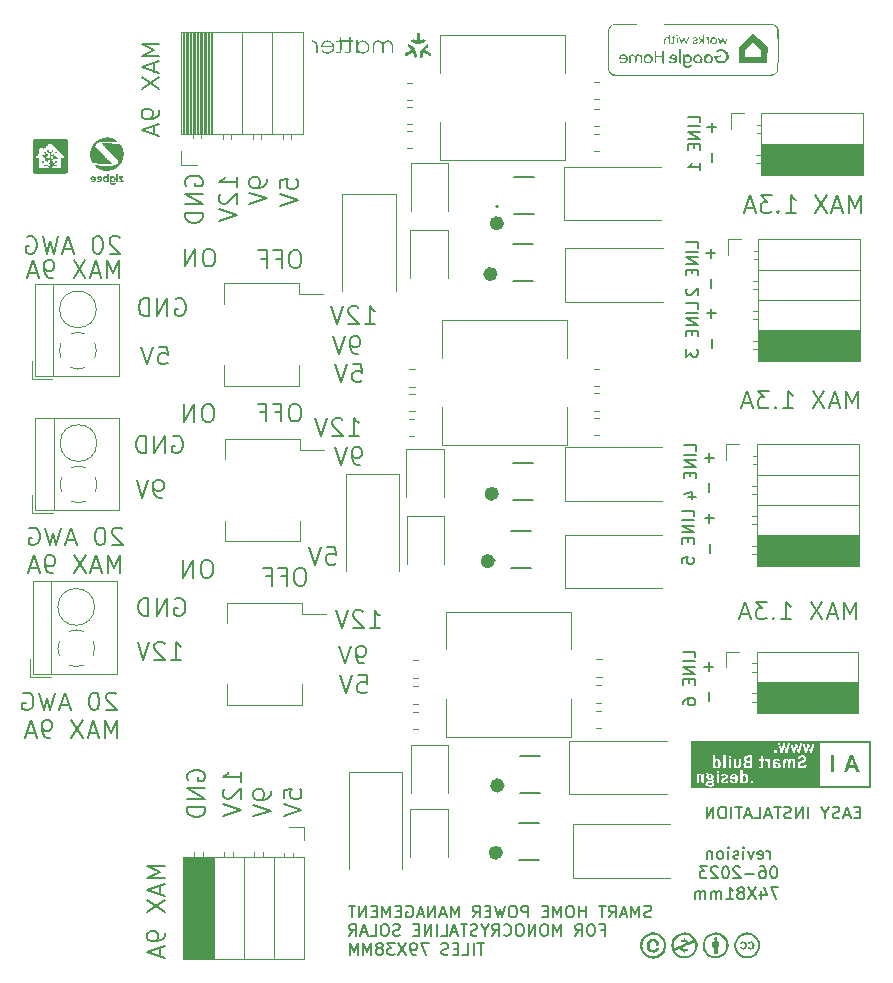
<source format=gbr>
%TF.GenerationSoftware,KiCad,Pcbnew,7.0.2*%
%TF.CreationDate,2023-05-19T15:17:25+02:00*%
%TF.ProjectId,78_1x39_1mm Solr tile,37382c31-7833-4392-9c31-6d6d20536f6c,rev?*%
%TF.SameCoordinates,Original*%
%TF.FileFunction,Legend,Bot*%
%TF.FilePolarity,Positive*%
%FSLAX46Y46*%
G04 Gerber Fmt 4.6, Leading zero omitted, Abs format (unit mm)*
G04 Created by KiCad (PCBNEW 7.0.2) date 2023-05-19 15:17:25*
%MOMM*%
%LPD*%
G01*
G04 APERTURE LIST*
%ADD10C,0.600000*%
%ADD11C,0.200000*%
%ADD12C,0.150000*%
%ADD13C,0.120000*%
%ADD14C,0.127000*%
G04 APERTURE END LIST*
D10*
X75091448Y-53200000D02*
G75*
G03*
X75091448Y-53200000I-311448J0D01*
G01*
X74321448Y-81800000D02*
G75*
G03*
X74321448Y-81800000I-311448J0D01*
G01*
X74651448Y-76100000D02*
G75*
G03*
X74651448Y-76100000I-311448J0D01*
G01*
X74541448Y-57500000D02*
G75*
G03*
X74541448Y-57500000I-311448J0D01*
G01*
X75131448Y-100800000D02*
G75*
G03*
X75131448Y-100800000I-311448J0D01*
G01*
X75001448Y-106490000D02*
G75*
G03*
X75001448Y-106490000I-311448J0D01*
G01*
D11*
X91797619Y-60438095D02*
X91797619Y-59961905D01*
X91797619Y-59961905D02*
X90797619Y-59961905D01*
X91797619Y-60771429D02*
X90797619Y-60771429D01*
X91797619Y-61247619D02*
X90797619Y-61247619D01*
X90797619Y-61247619D02*
X91797619Y-61819047D01*
X91797619Y-61819047D02*
X90797619Y-61819047D01*
X91273809Y-62295238D02*
X91273809Y-62628571D01*
X91797619Y-62771428D02*
X91797619Y-62295238D01*
X91797619Y-62295238D02*
X90797619Y-62295238D01*
X90797619Y-62295238D02*
X90797619Y-62771428D01*
X90797619Y-63866667D02*
X90797619Y-64485714D01*
X90797619Y-64485714D02*
X91178571Y-64152381D01*
X91178571Y-64152381D02*
X91178571Y-64295238D01*
X91178571Y-64295238D02*
X91226190Y-64390476D01*
X91226190Y-64390476D02*
X91273809Y-64438095D01*
X91273809Y-64438095D02*
X91369047Y-64485714D01*
X91369047Y-64485714D02*
X91607142Y-64485714D01*
X91607142Y-64485714D02*
X91702380Y-64438095D01*
X91702380Y-64438095D02*
X91750000Y-64390476D01*
X91750000Y-64390476D02*
X91797619Y-64295238D01*
X91797619Y-64295238D02*
X91797619Y-64009524D01*
X91797619Y-64009524D02*
X91750000Y-63914286D01*
X91750000Y-63914286D02*
X91702380Y-63866667D01*
X47357142Y-71247857D02*
X47500000Y-71176428D01*
X47500000Y-71176428D02*
X47714285Y-71176428D01*
X47714285Y-71176428D02*
X47928571Y-71247857D01*
X47928571Y-71247857D02*
X48071428Y-71390714D01*
X48071428Y-71390714D02*
X48142857Y-71533571D01*
X48142857Y-71533571D02*
X48214285Y-71819285D01*
X48214285Y-71819285D02*
X48214285Y-72033571D01*
X48214285Y-72033571D02*
X48142857Y-72319285D01*
X48142857Y-72319285D02*
X48071428Y-72462142D01*
X48071428Y-72462142D02*
X47928571Y-72605000D01*
X47928571Y-72605000D02*
X47714285Y-72676428D01*
X47714285Y-72676428D02*
X47571428Y-72676428D01*
X47571428Y-72676428D02*
X47357142Y-72605000D01*
X47357142Y-72605000D02*
X47285714Y-72533571D01*
X47285714Y-72533571D02*
X47285714Y-72033571D01*
X47285714Y-72033571D02*
X47571428Y-72033571D01*
X46642857Y-72676428D02*
X46642857Y-71176428D01*
X46642857Y-71176428D02*
X45785714Y-72676428D01*
X45785714Y-72676428D02*
X45785714Y-71176428D01*
X45071428Y-72676428D02*
X45071428Y-71176428D01*
X45071428Y-71176428D02*
X44714285Y-71176428D01*
X44714285Y-71176428D02*
X44499999Y-71247857D01*
X44499999Y-71247857D02*
X44357142Y-71390714D01*
X44357142Y-71390714D02*
X44285713Y-71533571D01*
X44285713Y-71533571D02*
X44214285Y-71819285D01*
X44214285Y-71819285D02*
X44214285Y-72033571D01*
X44214285Y-72033571D02*
X44285713Y-72319285D01*
X44285713Y-72319285D02*
X44357142Y-72462142D01*
X44357142Y-72462142D02*
X44499999Y-72605000D01*
X44499999Y-72605000D02*
X44714285Y-72676428D01*
X44714285Y-72676428D02*
X45071428Y-72676428D01*
X92743333Y-73450951D02*
X92743333Y-72689047D01*
X92362380Y-73069999D02*
X93124285Y-73069999D01*
X63042856Y-91486428D02*
X63757142Y-91486428D01*
X63757142Y-91486428D02*
X63828570Y-92200714D01*
X63828570Y-92200714D02*
X63757142Y-92129285D01*
X63757142Y-92129285D02*
X63614285Y-92057857D01*
X63614285Y-92057857D02*
X63257142Y-92057857D01*
X63257142Y-92057857D02*
X63114285Y-92129285D01*
X63114285Y-92129285D02*
X63042856Y-92200714D01*
X63042856Y-92200714D02*
X62971427Y-92343571D01*
X62971427Y-92343571D02*
X62971427Y-92700714D01*
X62971427Y-92700714D02*
X63042856Y-92843571D01*
X63042856Y-92843571D02*
X63114285Y-92915000D01*
X63114285Y-92915000D02*
X63257142Y-92986428D01*
X63257142Y-92986428D02*
X63614285Y-92986428D01*
X63614285Y-92986428D02*
X63757142Y-92915000D01*
X63757142Y-92915000D02*
X63828570Y-92843571D01*
X62542856Y-91486428D02*
X62042856Y-92986428D01*
X62042856Y-92986428D02*
X61542856Y-91486428D01*
X92973333Y-63790951D02*
X92973333Y-63029047D01*
X105612857Y-52326428D02*
X105612857Y-50826428D01*
X105612857Y-50826428D02*
X105112857Y-51897857D01*
X105112857Y-51897857D02*
X104612857Y-50826428D01*
X104612857Y-50826428D02*
X104612857Y-52326428D01*
X103969999Y-51897857D02*
X103255714Y-51897857D01*
X104112856Y-52326428D02*
X103612856Y-50826428D01*
X103612856Y-50826428D02*
X103112856Y-52326428D01*
X102755714Y-50826428D02*
X101755714Y-52326428D01*
X101755714Y-50826428D02*
X102755714Y-52326428D01*
X99255714Y-52326428D02*
X100112857Y-52326428D01*
X99684286Y-52326428D02*
X99684286Y-50826428D01*
X99684286Y-50826428D02*
X99827143Y-51040714D01*
X99827143Y-51040714D02*
X99970000Y-51183571D01*
X99970000Y-51183571D02*
X100112857Y-51255000D01*
X98612858Y-52183571D02*
X98541429Y-52255000D01*
X98541429Y-52255000D02*
X98612858Y-52326428D01*
X98612858Y-52326428D02*
X98684286Y-52255000D01*
X98684286Y-52255000D02*
X98612858Y-52183571D01*
X98612858Y-52183571D02*
X98612858Y-52326428D01*
X98041429Y-50826428D02*
X97112857Y-50826428D01*
X97112857Y-50826428D02*
X97612857Y-51397857D01*
X97612857Y-51397857D02*
X97398572Y-51397857D01*
X97398572Y-51397857D02*
X97255715Y-51469285D01*
X97255715Y-51469285D02*
X97184286Y-51540714D01*
X97184286Y-51540714D02*
X97112857Y-51683571D01*
X97112857Y-51683571D02*
X97112857Y-52040714D01*
X97112857Y-52040714D02*
X97184286Y-52183571D01*
X97184286Y-52183571D02*
X97255715Y-52255000D01*
X97255715Y-52255000D02*
X97398572Y-52326428D01*
X97398572Y-52326428D02*
X97827143Y-52326428D01*
X97827143Y-52326428D02*
X97970000Y-52255000D01*
X97970000Y-52255000D02*
X98041429Y-52183571D01*
X96541429Y-51897857D02*
X95827144Y-51897857D01*
X96684286Y-52326428D02*
X96184286Y-50826428D01*
X96184286Y-50826428D02*
X95684286Y-52326428D01*
X55326428Y-49458571D02*
X55326428Y-49744285D01*
X55326428Y-49744285D02*
X55255000Y-49887142D01*
X55255000Y-49887142D02*
X55183571Y-49958571D01*
X55183571Y-49958571D02*
X54969285Y-50101428D01*
X54969285Y-50101428D02*
X54683571Y-50172857D01*
X54683571Y-50172857D02*
X54112142Y-50172857D01*
X54112142Y-50172857D02*
X53969285Y-50101428D01*
X53969285Y-50101428D02*
X53897857Y-50030000D01*
X53897857Y-50030000D02*
X53826428Y-49887142D01*
X53826428Y-49887142D02*
X53826428Y-49601428D01*
X53826428Y-49601428D02*
X53897857Y-49458571D01*
X53897857Y-49458571D02*
X53969285Y-49387142D01*
X53969285Y-49387142D02*
X54112142Y-49315714D01*
X54112142Y-49315714D02*
X54469285Y-49315714D01*
X54469285Y-49315714D02*
X54612142Y-49387142D01*
X54612142Y-49387142D02*
X54683571Y-49458571D01*
X54683571Y-49458571D02*
X54755000Y-49601428D01*
X54755000Y-49601428D02*
X54755000Y-49887142D01*
X54755000Y-49887142D02*
X54683571Y-50030000D01*
X54683571Y-50030000D02*
X54612142Y-50101428D01*
X54612142Y-50101428D02*
X54469285Y-50172857D01*
X53826428Y-50601428D02*
X55326428Y-51101428D01*
X55326428Y-51101428D02*
X53826428Y-51601428D01*
X48657857Y-100332857D02*
X48586428Y-100190000D01*
X48586428Y-100190000D02*
X48586428Y-99975714D01*
X48586428Y-99975714D02*
X48657857Y-99761428D01*
X48657857Y-99761428D02*
X48800714Y-99618571D01*
X48800714Y-99618571D02*
X48943571Y-99547142D01*
X48943571Y-99547142D02*
X49229285Y-99475714D01*
X49229285Y-99475714D02*
X49443571Y-99475714D01*
X49443571Y-99475714D02*
X49729285Y-99547142D01*
X49729285Y-99547142D02*
X49872142Y-99618571D01*
X49872142Y-99618571D02*
X50015000Y-99761428D01*
X50015000Y-99761428D02*
X50086428Y-99975714D01*
X50086428Y-99975714D02*
X50086428Y-100118571D01*
X50086428Y-100118571D02*
X50015000Y-100332857D01*
X50015000Y-100332857D02*
X49943571Y-100404285D01*
X49943571Y-100404285D02*
X49443571Y-100404285D01*
X49443571Y-100404285D02*
X49443571Y-100118571D01*
X50086428Y-101047142D02*
X48586428Y-101047142D01*
X48586428Y-101047142D02*
X50086428Y-101904285D01*
X50086428Y-101904285D02*
X48586428Y-101904285D01*
X50086428Y-102618571D02*
X48586428Y-102618571D01*
X48586428Y-102618571D02*
X48586428Y-102975714D01*
X48586428Y-102975714D02*
X48657857Y-103190000D01*
X48657857Y-103190000D02*
X48800714Y-103332857D01*
X48800714Y-103332857D02*
X48943571Y-103404286D01*
X48943571Y-103404286D02*
X49229285Y-103475714D01*
X49229285Y-103475714D02*
X49443571Y-103475714D01*
X49443571Y-103475714D02*
X49729285Y-103404286D01*
X49729285Y-103404286D02*
X49872142Y-103332857D01*
X49872142Y-103332857D02*
X50015000Y-103190000D01*
X50015000Y-103190000D02*
X50086428Y-102975714D01*
X50086428Y-102975714D02*
X50086428Y-102618571D01*
X52796428Y-50142857D02*
X52796428Y-49285714D01*
X52796428Y-49714285D02*
X51296428Y-49714285D01*
X51296428Y-49714285D02*
X51510714Y-49571428D01*
X51510714Y-49571428D02*
X51653571Y-49428571D01*
X51653571Y-49428571D02*
X51725000Y-49285714D01*
X51439285Y-50714285D02*
X51367857Y-50785713D01*
X51367857Y-50785713D02*
X51296428Y-50928571D01*
X51296428Y-50928571D02*
X51296428Y-51285713D01*
X51296428Y-51285713D02*
X51367857Y-51428571D01*
X51367857Y-51428571D02*
X51439285Y-51499999D01*
X51439285Y-51499999D02*
X51582142Y-51571428D01*
X51582142Y-51571428D02*
X51725000Y-51571428D01*
X51725000Y-51571428D02*
X51939285Y-51499999D01*
X51939285Y-51499999D02*
X52796428Y-50642856D01*
X52796428Y-50642856D02*
X52796428Y-51571428D01*
X51296428Y-51999999D02*
X52796428Y-52499999D01*
X52796428Y-52499999D02*
X51296428Y-52999999D01*
X92813333Y-81140951D02*
X92813333Y-80379047D01*
X63561428Y-90466428D02*
X63275714Y-90466428D01*
X63275714Y-90466428D02*
X63132857Y-90395000D01*
X63132857Y-90395000D02*
X63061428Y-90323571D01*
X63061428Y-90323571D02*
X62918571Y-90109285D01*
X62918571Y-90109285D02*
X62847142Y-89823571D01*
X62847142Y-89823571D02*
X62847142Y-89252142D01*
X62847142Y-89252142D02*
X62918571Y-89109285D01*
X62918571Y-89109285D02*
X62990000Y-89037857D01*
X62990000Y-89037857D02*
X63132857Y-88966428D01*
X63132857Y-88966428D02*
X63418571Y-88966428D01*
X63418571Y-88966428D02*
X63561428Y-89037857D01*
X63561428Y-89037857D02*
X63632857Y-89109285D01*
X63632857Y-89109285D02*
X63704285Y-89252142D01*
X63704285Y-89252142D02*
X63704285Y-89609285D01*
X63704285Y-89609285D02*
X63632857Y-89752142D01*
X63632857Y-89752142D02*
X63561428Y-89823571D01*
X63561428Y-89823571D02*
X63418571Y-89895000D01*
X63418571Y-89895000D02*
X63132857Y-89895000D01*
X63132857Y-89895000D02*
X62990000Y-89823571D01*
X62990000Y-89823571D02*
X62918571Y-89752142D01*
X62918571Y-89752142D02*
X62847142Y-89609285D01*
X62418571Y-88966428D02*
X61918571Y-90466428D01*
X61918571Y-90466428D02*
X61418571Y-88966428D01*
X83566191Y-113003809D02*
X83899524Y-113003809D01*
X83899524Y-113527619D02*
X83899524Y-112527619D01*
X83899524Y-112527619D02*
X83423334Y-112527619D01*
X82851905Y-112527619D02*
X82661429Y-112527619D01*
X82661429Y-112527619D02*
X82566191Y-112575238D01*
X82566191Y-112575238D02*
X82470953Y-112670476D01*
X82470953Y-112670476D02*
X82423334Y-112860952D01*
X82423334Y-112860952D02*
X82423334Y-113194285D01*
X82423334Y-113194285D02*
X82470953Y-113384761D01*
X82470953Y-113384761D02*
X82566191Y-113480000D01*
X82566191Y-113480000D02*
X82661429Y-113527619D01*
X82661429Y-113527619D02*
X82851905Y-113527619D01*
X82851905Y-113527619D02*
X82947143Y-113480000D01*
X82947143Y-113480000D02*
X83042381Y-113384761D01*
X83042381Y-113384761D02*
X83090000Y-113194285D01*
X83090000Y-113194285D02*
X83090000Y-112860952D01*
X83090000Y-112860952D02*
X83042381Y-112670476D01*
X83042381Y-112670476D02*
X82947143Y-112575238D01*
X82947143Y-112575238D02*
X82851905Y-112527619D01*
X81423334Y-113527619D02*
X81756667Y-113051428D01*
X81994762Y-113527619D02*
X81994762Y-112527619D01*
X81994762Y-112527619D02*
X81613810Y-112527619D01*
X81613810Y-112527619D02*
X81518572Y-112575238D01*
X81518572Y-112575238D02*
X81470953Y-112622857D01*
X81470953Y-112622857D02*
X81423334Y-112718095D01*
X81423334Y-112718095D02*
X81423334Y-112860952D01*
X81423334Y-112860952D02*
X81470953Y-112956190D01*
X81470953Y-112956190D02*
X81518572Y-113003809D01*
X81518572Y-113003809D02*
X81613810Y-113051428D01*
X81613810Y-113051428D02*
X81994762Y-113051428D01*
X80232857Y-113527619D02*
X80232857Y-112527619D01*
X80232857Y-112527619D02*
X79899524Y-113241904D01*
X79899524Y-113241904D02*
X79566191Y-112527619D01*
X79566191Y-112527619D02*
X79566191Y-113527619D01*
X78899524Y-112527619D02*
X78709048Y-112527619D01*
X78709048Y-112527619D02*
X78613810Y-112575238D01*
X78613810Y-112575238D02*
X78518572Y-112670476D01*
X78518572Y-112670476D02*
X78470953Y-112860952D01*
X78470953Y-112860952D02*
X78470953Y-113194285D01*
X78470953Y-113194285D02*
X78518572Y-113384761D01*
X78518572Y-113384761D02*
X78613810Y-113480000D01*
X78613810Y-113480000D02*
X78709048Y-113527619D01*
X78709048Y-113527619D02*
X78899524Y-113527619D01*
X78899524Y-113527619D02*
X78994762Y-113480000D01*
X78994762Y-113480000D02*
X79090000Y-113384761D01*
X79090000Y-113384761D02*
X79137619Y-113194285D01*
X79137619Y-113194285D02*
X79137619Y-112860952D01*
X79137619Y-112860952D02*
X79090000Y-112670476D01*
X79090000Y-112670476D02*
X78994762Y-112575238D01*
X78994762Y-112575238D02*
X78899524Y-112527619D01*
X78042381Y-113527619D02*
X78042381Y-112527619D01*
X78042381Y-112527619D02*
X77470953Y-113527619D01*
X77470953Y-113527619D02*
X77470953Y-112527619D01*
X76804286Y-112527619D02*
X76613810Y-112527619D01*
X76613810Y-112527619D02*
X76518572Y-112575238D01*
X76518572Y-112575238D02*
X76423334Y-112670476D01*
X76423334Y-112670476D02*
X76375715Y-112860952D01*
X76375715Y-112860952D02*
X76375715Y-113194285D01*
X76375715Y-113194285D02*
X76423334Y-113384761D01*
X76423334Y-113384761D02*
X76518572Y-113480000D01*
X76518572Y-113480000D02*
X76613810Y-113527619D01*
X76613810Y-113527619D02*
X76804286Y-113527619D01*
X76804286Y-113527619D02*
X76899524Y-113480000D01*
X76899524Y-113480000D02*
X76994762Y-113384761D01*
X76994762Y-113384761D02*
X77042381Y-113194285D01*
X77042381Y-113194285D02*
X77042381Y-112860952D01*
X77042381Y-112860952D02*
X76994762Y-112670476D01*
X76994762Y-112670476D02*
X76899524Y-112575238D01*
X76899524Y-112575238D02*
X76804286Y-112527619D01*
X75375715Y-113432380D02*
X75423334Y-113480000D01*
X75423334Y-113480000D02*
X75566191Y-113527619D01*
X75566191Y-113527619D02*
X75661429Y-113527619D01*
X75661429Y-113527619D02*
X75804286Y-113480000D01*
X75804286Y-113480000D02*
X75899524Y-113384761D01*
X75899524Y-113384761D02*
X75947143Y-113289523D01*
X75947143Y-113289523D02*
X75994762Y-113099047D01*
X75994762Y-113099047D02*
X75994762Y-112956190D01*
X75994762Y-112956190D02*
X75947143Y-112765714D01*
X75947143Y-112765714D02*
X75899524Y-112670476D01*
X75899524Y-112670476D02*
X75804286Y-112575238D01*
X75804286Y-112575238D02*
X75661429Y-112527619D01*
X75661429Y-112527619D02*
X75566191Y-112527619D01*
X75566191Y-112527619D02*
X75423334Y-112575238D01*
X75423334Y-112575238D02*
X75375715Y-112622857D01*
X74375715Y-113527619D02*
X74709048Y-113051428D01*
X74947143Y-113527619D02*
X74947143Y-112527619D01*
X74947143Y-112527619D02*
X74566191Y-112527619D01*
X74566191Y-112527619D02*
X74470953Y-112575238D01*
X74470953Y-112575238D02*
X74423334Y-112622857D01*
X74423334Y-112622857D02*
X74375715Y-112718095D01*
X74375715Y-112718095D02*
X74375715Y-112860952D01*
X74375715Y-112860952D02*
X74423334Y-112956190D01*
X74423334Y-112956190D02*
X74470953Y-113003809D01*
X74470953Y-113003809D02*
X74566191Y-113051428D01*
X74566191Y-113051428D02*
X74947143Y-113051428D01*
X73756667Y-113051428D02*
X73756667Y-113527619D01*
X74090000Y-112527619D02*
X73756667Y-113051428D01*
X73756667Y-113051428D02*
X73423334Y-112527619D01*
X73137619Y-113480000D02*
X72994762Y-113527619D01*
X72994762Y-113527619D02*
X72756667Y-113527619D01*
X72756667Y-113527619D02*
X72661429Y-113480000D01*
X72661429Y-113480000D02*
X72613810Y-113432380D01*
X72613810Y-113432380D02*
X72566191Y-113337142D01*
X72566191Y-113337142D02*
X72566191Y-113241904D01*
X72566191Y-113241904D02*
X72613810Y-113146666D01*
X72613810Y-113146666D02*
X72661429Y-113099047D01*
X72661429Y-113099047D02*
X72756667Y-113051428D01*
X72756667Y-113051428D02*
X72947143Y-113003809D01*
X72947143Y-113003809D02*
X73042381Y-112956190D01*
X73042381Y-112956190D02*
X73090000Y-112908571D01*
X73090000Y-112908571D02*
X73137619Y-112813333D01*
X73137619Y-112813333D02*
X73137619Y-112718095D01*
X73137619Y-112718095D02*
X73090000Y-112622857D01*
X73090000Y-112622857D02*
X73042381Y-112575238D01*
X73042381Y-112575238D02*
X72947143Y-112527619D01*
X72947143Y-112527619D02*
X72709048Y-112527619D01*
X72709048Y-112527619D02*
X72566191Y-112575238D01*
X72280476Y-112527619D02*
X71709048Y-112527619D01*
X71994762Y-113527619D02*
X71994762Y-112527619D01*
X71423333Y-113241904D02*
X70947143Y-113241904D01*
X71518571Y-113527619D02*
X71185238Y-112527619D01*
X71185238Y-112527619D02*
X70851905Y-113527619D01*
X70042381Y-113527619D02*
X70518571Y-113527619D01*
X70518571Y-113527619D02*
X70518571Y-112527619D01*
X69709047Y-113527619D02*
X69709047Y-112527619D01*
X69232857Y-113527619D02*
X69232857Y-112527619D01*
X69232857Y-112527619D02*
X68661429Y-113527619D01*
X68661429Y-113527619D02*
X68661429Y-112527619D01*
X68185238Y-113003809D02*
X67851905Y-113003809D01*
X67709048Y-113527619D02*
X68185238Y-113527619D01*
X68185238Y-113527619D02*
X68185238Y-112527619D01*
X68185238Y-112527619D02*
X67709048Y-112527619D01*
X66566190Y-113480000D02*
X66423333Y-113527619D01*
X66423333Y-113527619D02*
X66185238Y-113527619D01*
X66185238Y-113527619D02*
X66090000Y-113480000D01*
X66090000Y-113480000D02*
X66042381Y-113432380D01*
X66042381Y-113432380D02*
X65994762Y-113337142D01*
X65994762Y-113337142D02*
X65994762Y-113241904D01*
X65994762Y-113241904D02*
X66042381Y-113146666D01*
X66042381Y-113146666D02*
X66090000Y-113099047D01*
X66090000Y-113099047D02*
X66185238Y-113051428D01*
X66185238Y-113051428D02*
X66375714Y-113003809D01*
X66375714Y-113003809D02*
X66470952Y-112956190D01*
X66470952Y-112956190D02*
X66518571Y-112908571D01*
X66518571Y-112908571D02*
X66566190Y-112813333D01*
X66566190Y-112813333D02*
X66566190Y-112718095D01*
X66566190Y-112718095D02*
X66518571Y-112622857D01*
X66518571Y-112622857D02*
X66470952Y-112575238D01*
X66470952Y-112575238D02*
X66375714Y-112527619D01*
X66375714Y-112527619D02*
X66137619Y-112527619D01*
X66137619Y-112527619D02*
X65994762Y-112575238D01*
X65375714Y-112527619D02*
X65185238Y-112527619D01*
X65185238Y-112527619D02*
X65090000Y-112575238D01*
X65090000Y-112575238D02*
X64994762Y-112670476D01*
X64994762Y-112670476D02*
X64947143Y-112860952D01*
X64947143Y-112860952D02*
X64947143Y-113194285D01*
X64947143Y-113194285D02*
X64994762Y-113384761D01*
X64994762Y-113384761D02*
X65090000Y-113480000D01*
X65090000Y-113480000D02*
X65185238Y-113527619D01*
X65185238Y-113527619D02*
X65375714Y-113527619D01*
X65375714Y-113527619D02*
X65470952Y-113480000D01*
X65470952Y-113480000D02*
X65566190Y-113384761D01*
X65566190Y-113384761D02*
X65613809Y-113194285D01*
X65613809Y-113194285D02*
X65613809Y-112860952D01*
X65613809Y-112860952D02*
X65566190Y-112670476D01*
X65566190Y-112670476D02*
X65470952Y-112575238D01*
X65470952Y-112575238D02*
X65375714Y-112527619D01*
X64042381Y-113527619D02*
X64518571Y-113527619D01*
X64518571Y-113527619D02*
X64518571Y-112527619D01*
X63756666Y-113241904D02*
X63280476Y-113241904D01*
X63851904Y-113527619D02*
X63518571Y-112527619D01*
X63518571Y-112527619D02*
X63185238Y-113527619D01*
X62280476Y-113527619D02*
X62613809Y-113051428D01*
X62851904Y-113527619D02*
X62851904Y-112527619D01*
X62851904Y-112527619D02*
X62470952Y-112527619D01*
X62470952Y-112527619D02*
X62375714Y-112575238D01*
X62375714Y-112575238D02*
X62328095Y-112622857D01*
X62328095Y-112622857D02*
X62280476Y-112718095D01*
X62280476Y-112718095D02*
X62280476Y-112860952D01*
X62280476Y-112860952D02*
X62328095Y-112956190D01*
X62328095Y-112956190D02*
X62375714Y-113003809D01*
X62375714Y-113003809D02*
X62470952Y-113051428D01*
X62470952Y-113051428D02*
X62851904Y-113051428D01*
X73709047Y-114147619D02*
X73137619Y-114147619D01*
X73423333Y-115147619D02*
X73423333Y-114147619D01*
X72804285Y-115147619D02*
X72804285Y-114147619D01*
X71851905Y-115147619D02*
X72328095Y-115147619D01*
X72328095Y-115147619D02*
X72328095Y-114147619D01*
X71518571Y-114623809D02*
X71185238Y-114623809D01*
X71042381Y-115147619D02*
X71518571Y-115147619D01*
X71518571Y-115147619D02*
X71518571Y-114147619D01*
X71518571Y-114147619D02*
X71042381Y-114147619D01*
X70661428Y-115100000D02*
X70518571Y-115147619D01*
X70518571Y-115147619D02*
X70280476Y-115147619D01*
X70280476Y-115147619D02*
X70185238Y-115100000D01*
X70185238Y-115100000D02*
X70137619Y-115052380D01*
X70137619Y-115052380D02*
X70090000Y-114957142D01*
X70090000Y-114957142D02*
X70090000Y-114861904D01*
X70090000Y-114861904D02*
X70137619Y-114766666D01*
X70137619Y-114766666D02*
X70185238Y-114719047D01*
X70185238Y-114719047D02*
X70280476Y-114671428D01*
X70280476Y-114671428D02*
X70470952Y-114623809D01*
X70470952Y-114623809D02*
X70566190Y-114576190D01*
X70566190Y-114576190D02*
X70613809Y-114528571D01*
X70613809Y-114528571D02*
X70661428Y-114433333D01*
X70661428Y-114433333D02*
X70661428Y-114338095D01*
X70661428Y-114338095D02*
X70613809Y-114242857D01*
X70613809Y-114242857D02*
X70566190Y-114195238D01*
X70566190Y-114195238D02*
X70470952Y-114147619D01*
X70470952Y-114147619D02*
X70232857Y-114147619D01*
X70232857Y-114147619D02*
X70090000Y-114195238D01*
X68994761Y-114147619D02*
X68328095Y-114147619D01*
X68328095Y-114147619D02*
X68756666Y-115147619D01*
X67899523Y-115147619D02*
X67709047Y-115147619D01*
X67709047Y-115147619D02*
X67613809Y-115100000D01*
X67613809Y-115100000D02*
X67566190Y-115052380D01*
X67566190Y-115052380D02*
X67470952Y-114909523D01*
X67470952Y-114909523D02*
X67423333Y-114719047D01*
X67423333Y-114719047D02*
X67423333Y-114338095D01*
X67423333Y-114338095D02*
X67470952Y-114242857D01*
X67470952Y-114242857D02*
X67518571Y-114195238D01*
X67518571Y-114195238D02*
X67613809Y-114147619D01*
X67613809Y-114147619D02*
X67804285Y-114147619D01*
X67804285Y-114147619D02*
X67899523Y-114195238D01*
X67899523Y-114195238D02*
X67947142Y-114242857D01*
X67947142Y-114242857D02*
X67994761Y-114338095D01*
X67994761Y-114338095D02*
X67994761Y-114576190D01*
X67994761Y-114576190D02*
X67947142Y-114671428D01*
X67947142Y-114671428D02*
X67899523Y-114719047D01*
X67899523Y-114719047D02*
X67804285Y-114766666D01*
X67804285Y-114766666D02*
X67613809Y-114766666D01*
X67613809Y-114766666D02*
X67518571Y-114719047D01*
X67518571Y-114719047D02*
X67470952Y-114671428D01*
X67470952Y-114671428D02*
X67423333Y-114576190D01*
X67089999Y-114147619D02*
X66423333Y-115147619D01*
X66423333Y-114147619D02*
X67089999Y-115147619D01*
X66137618Y-114147619D02*
X65518571Y-114147619D01*
X65518571Y-114147619D02*
X65851904Y-114528571D01*
X65851904Y-114528571D02*
X65709047Y-114528571D01*
X65709047Y-114528571D02*
X65613809Y-114576190D01*
X65613809Y-114576190D02*
X65566190Y-114623809D01*
X65566190Y-114623809D02*
X65518571Y-114719047D01*
X65518571Y-114719047D02*
X65518571Y-114957142D01*
X65518571Y-114957142D02*
X65566190Y-115052380D01*
X65566190Y-115052380D02*
X65613809Y-115100000D01*
X65613809Y-115100000D02*
X65709047Y-115147619D01*
X65709047Y-115147619D02*
X65994761Y-115147619D01*
X65994761Y-115147619D02*
X66089999Y-115100000D01*
X66089999Y-115100000D02*
X66137618Y-115052380D01*
X64947142Y-114576190D02*
X65042380Y-114528571D01*
X65042380Y-114528571D02*
X65089999Y-114480952D01*
X65089999Y-114480952D02*
X65137618Y-114385714D01*
X65137618Y-114385714D02*
X65137618Y-114338095D01*
X65137618Y-114338095D02*
X65089999Y-114242857D01*
X65089999Y-114242857D02*
X65042380Y-114195238D01*
X65042380Y-114195238D02*
X64947142Y-114147619D01*
X64947142Y-114147619D02*
X64756666Y-114147619D01*
X64756666Y-114147619D02*
X64661428Y-114195238D01*
X64661428Y-114195238D02*
X64613809Y-114242857D01*
X64613809Y-114242857D02*
X64566190Y-114338095D01*
X64566190Y-114338095D02*
X64566190Y-114385714D01*
X64566190Y-114385714D02*
X64613809Y-114480952D01*
X64613809Y-114480952D02*
X64661428Y-114528571D01*
X64661428Y-114528571D02*
X64756666Y-114576190D01*
X64756666Y-114576190D02*
X64947142Y-114576190D01*
X64947142Y-114576190D02*
X65042380Y-114623809D01*
X65042380Y-114623809D02*
X65089999Y-114671428D01*
X65089999Y-114671428D02*
X65137618Y-114766666D01*
X65137618Y-114766666D02*
X65137618Y-114957142D01*
X65137618Y-114957142D02*
X65089999Y-115052380D01*
X65089999Y-115052380D02*
X65042380Y-115100000D01*
X65042380Y-115100000D02*
X64947142Y-115147619D01*
X64947142Y-115147619D02*
X64756666Y-115147619D01*
X64756666Y-115147619D02*
X64661428Y-115100000D01*
X64661428Y-115100000D02*
X64613809Y-115052380D01*
X64613809Y-115052380D02*
X64566190Y-114957142D01*
X64566190Y-114957142D02*
X64566190Y-114766666D01*
X64566190Y-114766666D02*
X64613809Y-114671428D01*
X64613809Y-114671428D02*
X64661428Y-114623809D01*
X64661428Y-114623809D02*
X64756666Y-114576190D01*
X64137618Y-115147619D02*
X64137618Y-114147619D01*
X64137618Y-114147619D02*
X63804285Y-114861904D01*
X63804285Y-114861904D02*
X63470952Y-114147619D01*
X63470952Y-114147619D02*
X63470952Y-115147619D01*
X62994761Y-115147619D02*
X62994761Y-114147619D01*
X62994761Y-114147619D02*
X62661428Y-114861904D01*
X62661428Y-114861904D02*
X62328095Y-114147619D01*
X62328095Y-114147619D02*
X62328095Y-115147619D01*
X87841904Y-111930000D02*
X87699047Y-111977619D01*
X87699047Y-111977619D02*
X87460952Y-111977619D01*
X87460952Y-111977619D02*
X87365714Y-111930000D01*
X87365714Y-111930000D02*
X87318095Y-111882380D01*
X87318095Y-111882380D02*
X87270476Y-111787142D01*
X87270476Y-111787142D02*
X87270476Y-111691904D01*
X87270476Y-111691904D02*
X87318095Y-111596666D01*
X87318095Y-111596666D02*
X87365714Y-111549047D01*
X87365714Y-111549047D02*
X87460952Y-111501428D01*
X87460952Y-111501428D02*
X87651428Y-111453809D01*
X87651428Y-111453809D02*
X87746666Y-111406190D01*
X87746666Y-111406190D02*
X87794285Y-111358571D01*
X87794285Y-111358571D02*
X87841904Y-111263333D01*
X87841904Y-111263333D02*
X87841904Y-111168095D01*
X87841904Y-111168095D02*
X87794285Y-111072857D01*
X87794285Y-111072857D02*
X87746666Y-111025238D01*
X87746666Y-111025238D02*
X87651428Y-110977619D01*
X87651428Y-110977619D02*
X87413333Y-110977619D01*
X87413333Y-110977619D02*
X87270476Y-111025238D01*
X86841904Y-111977619D02*
X86841904Y-110977619D01*
X86841904Y-110977619D02*
X86508571Y-111691904D01*
X86508571Y-111691904D02*
X86175238Y-110977619D01*
X86175238Y-110977619D02*
X86175238Y-111977619D01*
X85746666Y-111691904D02*
X85270476Y-111691904D01*
X85841904Y-111977619D02*
X85508571Y-110977619D01*
X85508571Y-110977619D02*
X85175238Y-111977619D01*
X84270476Y-111977619D02*
X84603809Y-111501428D01*
X84841904Y-111977619D02*
X84841904Y-110977619D01*
X84841904Y-110977619D02*
X84460952Y-110977619D01*
X84460952Y-110977619D02*
X84365714Y-111025238D01*
X84365714Y-111025238D02*
X84318095Y-111072857D01*
X84318095Y-111072857D02*
X84270476Y-111168095D01*
X84270476Y-111168095D02*
X84270476Y-111310952D01*
X84270476Y-111310952D02*
X84318095Y-111406190D01*
X84318095Y-111406190D02*
X84365714Y-111453809D01*
X84365714Y-111453809D02*
X84460952Y-111501428D01*
X84460952Y-111501428D02*
X84841904Y-111501428D01*
X83984761Y-110977619D02*
X83413333Y-110977619D01*
X83699047Y-111977619D02*
X83699047Y-110977619D01*
X82318094Y-111977619D02*
X82318094Y-110977619D01*
X82318094Y-111453809D02*
X81746666Y-111453809D01*
X81746666Y-111977619D02*
X81746666Y-110977619D01*
X81079999Y-110977619D02*
X80889523Y-110977619D01*
X80889523Y-110977619D02*
X80794285Y-111025238D01*
X80794285Y-111025238D02*
X80699047Y-111120476D01*
X80699047Y-111120476D02*
X80651428Y-111310952D01*
X80651428Y-111310952D02*
X80651428Y-111644285D01*
X80651428Y-111644285D02*
X80699047Y-111834761D01*
X80699047Y-111834761D02*
X80794285Y-111930000D01*
X80794285Y-111930000D02*
X80889523Y-111977619D01*
X80889523Y-111977619D02*
X81079999Y-111977619D01*
X81079999Y-111977619D02*
X81175237Y-111930000D01*
X81175237Y-111930000D02*
X81270475Y-111834761D01*
X81270475Y-111834761D02*
X81318094Y-111644285D01*
X81318094Y-111644285D02*
X81318094Y-111310952D01*
X81318094Y-111310952D02*
X81270475Y-111120476D01*
X81270475Y-111120476D02*
X81175237Y-111025238D01*
X81175237Y-111025238D02*
X81079999Y-110977619D01*
X80222856Y-111977619D02*
X80222856Y-110977619D01*
X80222856Y-110977619D02*
X79889523Y-111691904D01*
X79889523Y-111691904D02*
X79556190Y-110977619D01*
X79556190Y-110977619D02*
X79556190Y-111977619D01*
X79079999Y-111453809D02*
X78746666Y-111453809D01*
X78603809Y-111977619D02*
X79079999Y-111977619D01*
X79079999Y-111977619D02*
X79079999Y-110977619D01*
X79079999Y-110977619D02*
X78603809Y-110977619D01*
X77413332Y-111977619D02*
X77413332Y-110977619D01*
X77413332Y-110977619D02*
X77032380Y-110977619D01*
X77032380Y-110977619D02*
X76937142Y-111025238D01*
X76937142Y-111025238D02*
X76889523Y-111072857D01*
X76889523Y-111072857D02*
X76841904Y-111168095D01*
X76841904Y-111168095D02*
X76841904Y-111310952D01*
X76841904Y-111310952D02*
X76889523Y-111406190D01*
X76889523Y-111406190D02*
X76937142Y-111453809D01*
X76937142Y-111453809D02*
X77032380Y-111501428D01*
X77032380Y-111501428D02*
X77413332Y-111501428D01*
X76222856Y-110977619D02*
X76032380Y-110977619D01*
X76032380Y-110977619D02*
X75937142Y-111025238D01*
X75937142Y-111025238D02*
X75841904Y-111120476D01*
X75841904Y-111120476D02*
X75794285Y-111310952D01*
X75794285Y-111310952D02*
X75794285Y-111644285D01*
X75794285Y-111644285D02*
X75841904Y-111834761D01*
X75841904Y-111834761D02*
X75937142Y-111930000D01*
X75937142Y-111930000D02*
X76032380Y-111977619D01*
X76032380Y-111977619D02*
X76222856Y-111977619D01*
X76222856Y-111977619D02*
X76318094Y-111930000D01*
X76318094Y-111930000D02*
X76413332Y-111834761D01*
X76413332Y-111834761D02*
X76460951Y-111644285D01*
X76460951Y-111644285D02*
X76460951Y-111310952D01*
X76460951Y-111310952D02*
X76413332Y-111120476D01*
X76413332Y-111120476D02*
X76318094Y-111025238D01*
X76318094Y-111025238D02*
X76222856Y-110977619D01*
X75460951Y-110977619D02*
X75222856Y-111977619D01*
X75222856Y-111977619D02*
X75032380Y-111263333D01*
X75032380Y-111263333D02*
X74841904Y-111977619D01*
X74841904Y-111977619D02*
X74603809Y-110977619D01*
X74222856Y-111453809D02*
X73889523Y-111453809D01*
X73746666Y-111977619D02*
X74222856Y-111977619D01*
X74222856Y-111977619D02*
X74222856Y-110977619D01*
X74222856Y-110977619D02*
X73746666Y-110977619D01*
X72746666Y-111977619D02*
X73079999Y-111501428D01*
X73318094Y-111977619D02*
X73318094Y-110977619D01*
X73318094Y-110977619D02*
X72937142Y-110977619D01*
X72937142Y-110977619D02*
X72841904Y-111025238D01*
X72841904Y-111025238D02*
X72794285Y-111072857D01*
X72794285Y-111072857D02*
X72746666Y-111168095D01*
X72746666Y-111168095D02*
X72746666Y-111310952D01*
X72746666Y-111310952D02*
X72794285Y-111406190D01*
X72794285Y-111406190D02*
X72841904Y-111453809D01*
X72841904Y-111453809D02*
X72937142Y-111501428D01*
X72937142Y-111501428D02*
X73318094Y-111501428D01*
X71556189Y-111977619D02*
X71556189Y-110977619D01*
X71556189Y-110977619D02*
X71222856Y-111691904D01*
X71222856Y-111691904D02*
X70889523Y-110977619D01*
X70889523Y-110977619D02*
X70889523Y-111977619D01*
X70460951Y-111691904D02*
X69984761Y-111691904D01*
X70556189Y-111977619D02*
X70222856Y-110977619D01*
X70222856Y-110977619D02*
X69889523Y-111977619D01*
X69556189Y-111977619D02*
X69556189Y-110977619D01*
X69556189Y-110977619D02*
X68984761Y-111977619D01*
X68984761Y-111977619D02*
X68984761Y-110977619D01*
X68556189Y-111691904D02*
X68079999Y-111691904D01*
X68651427Y-111977619D02*
X68318094Y-110977619D01*
X68318094Y-110977619D02*
X67984761Y-111977619D01*
X67127618Y-111025238D02*
X67222856Y-110977619D01*
X67222856Y-110977619D02*
X67365713Y-110977619D01*
X67365713Y-110977619D02*
X67508570Y-111025238D01*
X67508570Y-111025238D02*
X67603808Y-111120476D01*
X67603808Y-111120476D02*
X67651427Y-111215714D01*
X67651427Y-111215714D02*
X67699046Y-111406190D01*
X67699046Y-111406190D02*
X67699046Y-111549047D01*
X67699046Y-111549047D02*
X67651427Y-111739523D01*
X67651427Y-111739523D02*
X67603808Y-111834761D01*
X67603808Y-111834761D02*
X67508570Y-111930000D01*
X67508570Y-111930000D02*
X67365713Y-111977619D01*
X67365713Y-111977619D02*
X67270475Y-111977619D01*
X67270475Y-111977619D02*
X67127618Y-111930000D01*
X67127618Y-111930000D02*
X67079999Y-111882380D01*
X67079999Y-111882380D02*
X67079999Y-111549047D01*
X67079999Y-111549047D02*
X67270475Y-111549047D01*
X66651427Y-111453809D02*
X66318094Y-111453809D01*
X66175237Y-111977619D02*
X66651427Y-111977619D01*
X66651427Y-111977619D02*
X66651427Y-110977619D01*
X66651427Y-110977619D02*
X66175237Y-110977619D01*
X65746665Y-111977619D02*
X65746665Y-110977619D01*
X65746665Y-110977619D02*
X65413332Y-111691904D01*
X65413332Y-111691904D02*
X65079999Y-110977619D01*
X65079999Y-110977619D02*
X65079999Y-111977619D01*
X64603808Y-111453809D02*
X64270475Y-111453809D01*
X64127618Y-111977619D02*
X64603808Y-111977619D01*
X64603808Y-111977619D02*
X64603808Y-110977619D01*
X64603808Y-110977619D02*
X64127618Y-110977619D01*
X63699046Y-111977619D02*
X63699046Y-110977619D01*
X63699046Y-110977619D02*
X63127618Y-111977619D01*
X63127618Y-111977619D02*
X63127618Y-110977619D01*
X62794284Y-110977619D02*
X62222856Y-110977619D01*
X62508570Y-111977619D02*
X62508570Y-110977619D01*
X105496190Y-103063809D02*
X105162857Y-103063809D01*
X105020000Y-103587619D02*
X105496190Y-103587619D01*
X105496190Y-103587619D02*
X105496190Y-102587619D01*
X105496190Y-102587619D02*
X105020000Y-102587619D01*
X104639047Y-103301904D02*
X104162857Y-103301904D01*
X104734285Y-103587619D02*
X104400952Y-102587619D01*
X104400952Y-102587619D02*
X104067619Y-103587619D01*
X103781904Y-103540000D02*
X103639047Y-103587619D01*
X103639047Y-103587619D02*
X103400952Y-103587619D01*
X103400952Y-103587619D02*
X103305714Y-103540000D01*
X103305714Y-103540000D02*
X103258095Y-103492380D01*
X103258095Y-103492380D02*
X103210476Y-103397142D01*
X103210476Y-103397142D02*
X103210476Y-103301904D01*
X103210476Y-103301904D02*
X103258095Y-103206666D01*
X103258095Y-103206666D02*
X103305714Y-103159047D01*
X103305714Y-103159047D02*
X103400952Y-103111428D01*
X103400952Y-103111428D02*
X103591428Y-103063809D01*
X103591428Y-103063809D02*
X103686666Y-103016190D01*
X103686666Y-103016190D02*
X103734285Y-102968571D01*
X103734285Y-102968571D02*
X103781904Y-102873333D01*
X103781904Y-102873333D02*
X103781904Y-102778095D01*
X103781904Y-102778095D02*
X103734285Y-102682857D01*
X103734285Y-102682857D02*
X103686666Y-102635238D01*
X103686666Y-102635238D02*
X103591428Y-102587619D01*
X103591428Y-102587619D02*
X103353333Y-102587619D01*
X103353333Y-102587619D02*
X103210476Y-102635238D01*
X102591428Y-103111428D02*
X102591428Y-103587619D01*
X102924761Y-102587619D02*
X102591428Y-103111428D01*
X102591428Y-103111428D02*
X102258095Y-102587619D01*
X101162856Y-103587619D02*
X101162856Y-102587619D01*
X100686666Y-103587619D02*
X100686666Y-102587619D01*
X100686666Y-102587619D02*
X100115238Y-103587619D01*
X100115238Y-103587619D02*
X100115238Y-102587619D01*
X99686666Y-103540000D02*
X99543809Y-103587619D01*
X99543809Y-103587619D02*
X99305714Y-103587619D01*
X99305714Y-103587619D02*
X99210476Y-103540000D01*
X99210476Y-103540000D02*
X99162857Y-103492380D01*
X99162857Y-103492380D02*
X99115238Y-103397142D01*
X99115238Y-103397142D02*
X99115238Y-103301904D01*
X99115238Y-103301904D02*
X99162857Y-103206666D01*
X99162857Y-103206666D02*
X99210476Y-103159047D01*
X99210476Y-103159047D02*
X99305714Y-103111428D01*
X99305714Y-103111428D02*
X99496190Y-103063809D01*
X99496190Y-103063809D02*
X99591428Y-103016190D01*
X99591428Y-103016190D02*
X99639047Y-102968571D01*
X99639047Y-102968571D02*
X99686666Y-102873333D01*
X99686666Y-102873333D02*
X99686666Y-102778095D01*
X99686666Y-102778095D02*
X99639047Y-102682857D01*
X99639047Y-102682857D02*
X99591428Y-102635238D01*
X99591428Y-102635238D02*
X99496190Y-102587619D01*
X99496190Y-102587619D02*
X99258095Y-102587619D01*
X99258095Y-102587619D02*
X99115238Y-102635238D01*
X98829523Y-102587619D02*
X98258095Y-102587619D01*
X98543809Y-103587619D02*
X98543809Y-102587619D01*
X97972380Y-103301904D02*
X97496190Y-103301904D01*
X98067618Y-103587619D02*
X97734285Y-102587619D01*
X97734285Y-102587619D02*
X97400952Y-103587619D01*
X96591428Y-103587619D02*
X97067618Y-103587619D01*
X97067618Y-103587619D02*
X97067618Y-102587619D01*
X96305713Y-103301904D02*
X95829523Y-103301904D01*
X96400951Y-103587619D02*
X96067618Y-102587619D01*
X96067618Y-102587619D02*
X95734285Y-103587619D01*
X95543808Y-102587619D02*
X94972380Y-102587619D01*
X95258094Y-103587619D02*
X95258094Y-102587619D01*
X94639046Y-103587619D02*
X94639046Y-102587619D01*
X93972380Y-102587619D02*
X93781904Y-102587619D01*
X93781904Y-102587619D02*
X93686666Y-102635238D01*
X93686666Y-102635238D02*
X93591428Y-102730476D01*
X93591428Y-102730476D02*
X93543809Y-102920952D01*
X93543809Y-102920952D02*
X93543809Y-103254285D01*
X93543809Y-103254285D02*
X93591428Y-103444761D01*
X93591428Y-103444761D02*
X93686666Y-103540000D01*
X93686666Y-103540000D02*
X93781904Y-103587619D01*
X93781904Y-103587619D02*
X93972380Y-103587619D01*
X93972380Y-103587619D02*
X94067618Y-103540000D01*
X94067618Y-103540000D02*
X94162856Y-103444761D01*
X94162856Y-103444761D02*
X94210475Y-103254285D01*
X94210475Y-103254285D02*
X94210475Y-102920952D01*
X94210475Y-102920952D02*
X94162856Y-102730476D01*
X94162856Y-102730476D02*
X94067618Y-102635238D01*
X94067618Y-102635238D02*
X93972380Y-102587619D01*
X93115237Y-103587619D02*
X93115237Y-102587619D01*
X93115237Y-102587619D02*
X92543809Y-103587619D01*
X92543809Y-103587619D02*
X92543809Y-102587619D01*
X47217142Y-90146428D02*
X48074285Y-90146428D01*
X47645714Y-90146428D02*
X47645714Y-88646428D01*
X47645714Y-88646428D02*
X47788571Y-88860714D01*
X47788571Y-88860714D02*
X47931428Y-89003571D01*
X47931428Y-89003571D02*
X48074285Y-89075000D01*
X46645714Y-88789285D02*
X46574286Y-88717857D01*
X46574286Y-88717857D02*
X46431429Y-88646428D01*
X46431429Y-88646428D02*
X46074286Y-88646428D01*
X46074286Y-88646428D02*
X45931429Y-88717857D01*
X45931429Y-88717857D02*
X45860000Y-88789285D01*
X45860000Y-88789285D02*
X45788571Y-88932142D01*
X45788571Y-88932142D02*
X45788571Y-89075000D01*
X45788571Y-89075000D02*
X45860000Y-89289285D01*
X45860000Y-89289285D02*
X46717143Y-90146428D01*
X46717143Y-90146428D02*
X45788571Y-90146428D01*
X45360000Y-88646428D02*
X44860000Y-90146428D01*
X44860000Y-90146428D02*
X44360000Y-88646428D01*
D12*
X97896666Y-107027619D02*
X97896666Y-106360952D01*
X97896666Y-106551428D02*
X97849047Y-106456190D01*
X97849047Y-106456190D02*
X97801428Y-106408571D01*
X97801428Y-106408571D02*
X97706190Y-106360952D01*
X97706190Y-106360952D02*
X97610952Y-106360952D01*
X96896666Y-106980000D02*
X96991904Y-107027619D01*
X96991904Y-107027619D02*
X97182380Y-107027619D01*
X97182380Y-107027619D02*
X97277618Y-106980000D01*
X97277618Y-106980000D02*
X97325237Y-106884761D01*
X97325237Y-106884761D02*
X97325237Y-106503809D01*
X97325237Y-106503809D02*
X97277618Y-106408571D01*
X97277618Y-106408571D02*
X97182380Y-106360952D01*
X97182380Y-106360952D02*
X96991904Y-106360952D01*
X96991904Y-106360952D02*
X96896666Y-106408571D01*
X96896666Y-106408571D02*
X96849047Y-106503809D01*
X96849047Y-106503809D02*
X96849047Y-106599047D01*
X96849047Y-106599047D02*
X97325237Y-106694285D01*
X96515713Y-106360952D02*
X96277618Y-107027619D01*
X96277618Y-107027619D02*
X96039523Y-106360952D01*
X95658570Y-107027619D02*
X95658570Y-106360952D01*
X95658570Y-106027619D02*
X95706189Y-106075238D01*
X95706189Y-106075238D02*
X95658570Y-106122857D01*
X95658570Y-106122857D02*
X95610951Y-106075238D01*
X95610951Y-106075238D02*
X95658570Y-106027619D01*
X95658570Y-106027619D02*
X95658570Y-106122857D01*
X95229999Y-106980000D02*
X95134761Y-107027619D01*
X95134761Y-107027619D02*
X94944285Y-107027619D01*
X94944285Y-107027619D02*
X94849047Y-106980000D01*
X94849047Y-106980000D02*
X94801428Y-106884761D01*
X94801428Y-106884761D02*
X94801428Y-106837142D01*
X94801428Y-106837142D02*
X94849047Y-106741904D01*
X94849047Y-106741904D02*
X94944285Y-106694285D01*
X94944285Y-106694285D02*
X95087142Y-106694285D01*
X95087142Y-106694285D02*
X95182380Y-106646666D01*
X95182380Y-106646666D02*
X95229999Y-106551428D01*
X95229999Y-106551428D02*
X95229999Y-106503809D01*
X95229999Y-106503809D02*
X95182380Y-106408571D01*
X95182380Y-106408571D02*
X95087142Y-106360952D01*
X95087142Y-106360952D02*
X94944285Y-106360952D01*
X94944285Y-106360952D02*
X94849047Y-106408571D01*
X94372856Y-107027619D02*
X94372856Y-106360952D01*
X94372856Y-106027619D02*
X94420475Y-106075238D01*
X94420475Y-106075238D02*
X94372856Y-106122857D01*
X94372856Y-106122857D02*
X94325237Y-106075238D01*
X94325237Y-106075238D02*
X94372856Y-106027619D01*
X94372856Y-106027619D02*
X94372856Y-106122857D01*
X93753809Y-107027619D02*
X93849047Y-106980000D01*
X93849047Y-106980000D02*
X93896666Y-106932380D01*
X93896666Y-106932380D02*
X93944285Y-106837142D01*
X93944285Y-106837142D02*
X93944285Y-106551428D01*
X93944285Y-106551428D02*
X93896666Y-106456190D01*
X93896666Y-106456190D02*
X93849047Y-106408571D01*
X93849047Y-106408571D02*
X93753809Y-106360952D01*
X93753809Y-106360952D02*
X93610952Y-106360952D01*
X93610952Y-106360952D02*
X93515714Y-106408571D01*
X93515714Y-106408571D02*
X93468095Y-106456190D01*
X93468095Y-106456190D02*
X93420476Y-106551428D01*
X93420476Y-106551428D02*
X93420476Y-106837142D01*
X93420476Y-106837142D02*
X93468095Y-106932380D01*
X93468095Y-106932380D02*
X93515714Y-106980000D01*
X93515714Y-106980000D02*
X93610952Y-107027619D01*
X93610952Y-107027619D02*
X93753809Y-107027619D01*
X92991904Y-106360952D02*
X92991904Y-107027619D01*
X92991904Y-106456190D02*
X92944285Y-106408571D01*
X92944285Y-106408571D02*
X92849047Y-106360952D01*
X92849047Y-106360952D02*
X92706190Y-106360952D01*
X92706190Y-106360952D02*
X92610952Y-106408571D01*
X92610952Y-106408571D02*
X92563333Y-106503809D01*
X92563333Y-106503809D02*
X92563333Y-107027619D01*
X98277618Y-107647619D02*
X98182380Y-107647619D01*
X98182380Y-107647619D02*
X98087142Y-107695238D01*
X98087142Y-107695238D02*
X98039523Y-107742857D01*
X98039523Y-107742857D02*
X97991904Y-107838095D01*
X97991904Y-107838095D02*
X97944285Y-108028571D01*
X97944285Y-108028571D02*
X97944285Y-108266666D01*
X97944285Y-108266666D02*
X97991904Y-108457142D01*
X97991904Y-108457142D02*
X98039523Y-108552380D01*
X98039523Y-108552380D02*
X98087142Y-108600000D01*
X98087142Y-108600000D02*
X98182380Y-108647619D01*
X98182380Y-108647619D02*
X98277618Y-108647619D01*
X98277618Y-108647619D02*
X98372856Y-108600000D01*
X98372856Y-108600000D02*
X98420475Y-108552380D01*
X98420475Y-108552380D02*
X98468094Y-108457142D01*
X98468094Y-108457142D02*
X98515713Y-108266666D01*
X98515713Y-108266666D02*
X98515713Y-108028571D01*
X98515713Y-108028571D02*
X98468094Y-107838095D01*
X98468094Y-107838095D02*
X98420475Y-107742857D01*
X98420475Y-107742857D02*
X98372856Y-107695238D01*
X98372856Y-107695238D02*
X98277618Y-107647619D01*
X97087142Y-107647619D02*
X97277618Y-107647619D01*
X97277618Y-107647619D02*
X97372856Y-107695238D01*
X97372856Y-107695238D02*
X97420475Y-107742857D01*
X97420475Y-107742857D02*
X97515713Y-107885714D01*
X97515713Y-107885714D02*
X97563332Y-108076190D01*
X97563332Y-108076190D02*
X97563332Y-108457142D01*
X97563332Y-108457142D02*
X97515713Y-108552380D01*
X97515713Y-108552380D02*
X97468094Y-108600000D01*
X97468094Y-108600000D02*
X97372856Y-108647619D01*
X97372856Y-108647619D02*
X97182380Y-108647619D01*
X97182380Y-108647619D02*
X97087142Y-108600000D01*
X97087142Y-108600000D02*
X97039523Y-108552380D01*
X97039523Y-108552380D02*
X96991904Y-108457142D01*
X96991904Y-108457142D02*
X96991904Y-108219047D01*
X96991904Y-108219047D02*
X97039523Y-108123809D01*
X97039523Y-108123809D02*
X97087142Y-108076190D01*
X97087142Y-108076190D02*
X97182380Y-108028571D01*
X97182380Y-108028571D02*
X97372856Y-108028571D01*
X97372856Y-108028571D02*
X97468094Y-108076190D01*
X97468094Y-108076190D02*
X97515713Y-108123809D01*
X97515713Y-108123809D02*
X97563332Y-108219047D01*
X96563332Y-108266666D02*
X95801428Y-108266666D01*
X95372856Y-107742857D02*
X95325237Y-107695238D01*
X95325237Y-107695238D02*
X95229999Y-107647619D01*
X95229999Y-107647619D02*
X94991904Y-107647619D01*
X94991904Y-107647619D02*
X94896666Y-107695238D01*
X94896666Y-107695238D02*
X94849047Y-107742857D01*
X94849047Y-107742857D02*
X94801428Y-107838095D01*
X94801428Y-107838095D02*
X94801428Y-107933333D01*
X94801428Y-107933333D02*
X94849047Y-108076190D01*
X94849047Y-108076190D02*
X95420475Y-108647619D01*
X95420475Y-108647619D02*
X94801428Y-108647619D01*
X94182380Y-107647619D02*
X94087142Y-107647619D01*
X94087142Y-107647619D02*
X93991904Y-107695238D01*
X93991904Y-107695238D02*
X93944285Y-107742857D01*
X93944285Y-107742857D02*
X93896666Y-107838095D01*
X93896666Y-107838095D02*
X93849047Y-108028571D01*
X93849047Y-108028571D02*
X93849047Y-108266666D01*
X93849047Y-108266666D02*
X93896666Y-108457142D01*
X93896666Y-108457142D02*
X93944285Y-108552380D01*
X93944285Y-108552380D02*
X93991904Y-108600000D01*
X93991904Y-108600000D02*
X94087142Y-108647619D01*
X94087142Y-108647619D02*
X94182380Y-108647619D01*
X94182380Y-108647619D02*
X94277618Y-108600000D01*
X94277618Y-108600000D02*
X94325237Y-108552380D01*
X94325237Y-108552380D02*
X94372856Y-108457142D01*
X94372856Y-108457142D02*
X94420475Y-108266666D01*
X94420475Y-108266666D02*
X94420475Y-108028571D01*
X94420475Y-108028571D02*
X94372856Y-107838095D01*
X94372856Y-107838095D02*
X94325237Y-107742857D01*
X94325237Y-107742857D02*
X94277618Y-107695238D01*
X94277618Y-107695238D02*
X94182380Y-107647619D01*
X93468094Y-107742857D02*
X93420475Y-107695238D01*
X93420475Y-107695238D02*
X93325237Y-107647619D01*
X93325237Y-107647619D02*
X93087142Y-107647619D01*
X93087142Y-107647619D02*
X92991904Y-107695238D01*
X92991904Y-107695238D02*
X92944285Y-107742857D01*
X92944285Y-107742857D02*
X92896666Y-107838095D01*
X92896666Y-107838095D02*
X92896666Y-107933333D01*
X92896666Y-107933333D02*
X92944285Y-108076190D01*
X92944285Y-108076190D02*
X93515713Y-108647619D01*
X93515713Y-108647619D02*
X92896666Y-108647619D01*
X92563332Y-107647619D02*
X91944285Y-107647619D01*
X91944285Y-107647619D02*
X92277618Y-108028571D01*
X92277618Y-108028571D02*
X92134761Y-108028571D01*
X92134761Y-108028571D02*
X92039523Y-108076190D01*
X92039523Y-108076190D02*
X91991904Y-108123809D01*
X91991904Y-108123809D02*
X91944285Y-108219047D01*
X91944285Y-108219047D02*
X91944285Y-108457142D01*
X91944285Y-108457142D02*
X91991904Y-108552380D01*
X91991904Y-108552380D02*
X92039523Y-108600000D01*
X92039523Y-108600000D02*
X92134761Y-108647619D01*
X92134761Y-108647619D02*
X92420475Y-108647619D01*
X92420475Y-108647619D02*
X92515713Y-108600000D01*
X92515713Y-108600000D02*
X92563332Y-108552380D01*
D11*
X57849999Y-55496428D02*
X57564285Y-55496428D01*
X57564285Y-55496428D02*
X57421428Y-55567857D01*
X57421428Y-55567857D02*
X57278571Y-55710714D01*
X57278571Y-55710714D02*
X57207142Y-55996428D01*
X57207142Y-55996428D02*
X57207142Y-56496428D01*
X57207142Y-56496428D02*
X57278571Y-56782142D01*
X57278571Y-56782142D02*
X57421428Y-56925000D01*
X57421428Y-56925000D02*
X57564285Y-56996428D01*
X57564285Y-56996428D02*
X57849999Y-56996428D01*
X57849999Y-56996428D02*
X57992857Y-56925000D01*
X57992857Y-56925000D02*
X58135714Y-56782142D01*
X58135714Y-56782142D02*
X58207142Y-56496428D01*
X58207142Y-56496428D02*
X58207142Y-55996428D01*
X58207142Y-55996428D02*
X58135714Y-55710714D01*
X58135714Y-55710714D02*
X57992857Y-55567857D01*
X57992857Y-55567857D02*
X57849999Y-55496428D01*
X56064285Y-56210714D02*
X56564285Y-56210714D01*
X56564285Y-56996428D02*
X56564285Y-55496428D01*
X56564285Y-55496428D02*
X55849999Y-55496428D01*
X54778571Y-56210714D02*
X55278571Y-56210714D01*
X55278571Y-56996428D02*
X55278571Y-55496428D01*
X55278571Y-55496428D02*
X54564285Y-55496428D01*
X50520000Y-55356428D02*
X50234286Y-55356428D01*
X50234286Y-55356428D02*
X50091429Y-55427857D01*
X50091429Y-55427857D02*
X49948572Y-55570714D01*
X49948572Y-55570714D02*
X49877143Y-55856428D01*
X49877143Y-55856428D02*
X49877143Y-56356428D01*
X49877143Y-56356428D02*
X49948572Y-56642142D01*
X49948572Y-56642142D02*
X50091429Y-56785000D01*
X50091429Y-56785000D02*
X50234286Y-56856428D01*
X50234286Y-56856428D02*
X50520000Y-56856428D01*
X50520000Y-56856428D02*
X50662858Y-56785000D01*
X50662858Y-56785000D02*
X50805715Y-56642142D01*
X50805715Y-56642142D02*
X50877143Y-56356428D01*
X50877143Y-56356428D02*
X50877143Y-55856428D01*
X50877143Y-55856428D02*
X50805715Y-55570714D01*
X50805715Y-55570714D02*
X50662858Y-55427857D01*
X50662858Y-55427857D02*
X50520000Y-55356428D01*
X49234286Y-56856428D02*
X49234286Y-55356428D01*
X49234286Y-55356428D02*
X48377143Y-56856428D01*
X48377143Y-56856428D02*
X48377143Y-55356428D01*
X46206428Y-37997142D02*
X44706428Y-37997142D01*
X44706428Y-37997142D02*
X45777857Y-38497142D01*
X45777857Y-38497142D02*
X44706428Y-38997142D01*
X44706428Y-38997142D02*
X46206428Y-38997142D01*
X45777857Y-39640000D02*
X45777857Y-40354286D01*
X46206428Y-39497143D02*
X44706428Y-39997143D01*
X44706428Y-39997143D02*
X46206428Y-40497143D01*
X44706428Y-40854285D02*
X46206428Y-41854285D01*
X44706428Y-41854285D02*
X46206428Y-40854285D01*
X46206428Y-43639999D02*
X46206428Y-43925713D01*
X46206428Y-43925713D02*
X46135000Y-44068570D01*
X46135000Y-44068570D02*
X46063571Y-44139999D01*
X46063571Y-44139999D02*
X45849285Y-44282856D01*
X45849285Y-44282856D02*
X45563571Y-44354285D01*
X45563571Y-44354285D02*
X44992142Y-44354285D01*
X44992142Y-44354285D02*
X44849285Y-44282856D01*
X44849285Y-44282856D02*
X44777857Y-44211428D01*
X44777857Y-44211428D02*
X44706428Y-44068570D01*
X44706428Y-44068570D02*
X44706428Y-43782856D01*
X44706428Y-43782856D02*
X44777857Y-43639999D01*
X44777857Y-43639999D02*
X44849285Y-43568570D01*
X44849285Y-43568570D02*
X44992142Y-43497142D01*
X44992142Y-43497142D02*
X45349285Y-43497142D01*
X45349285Y-43497142D02*
X45492142Y-43568570D01*
X45492142Y-43568570D02*
X45563571Y-43639999D01*
X45563571Y-43639999D02*
X45635000Y-43782856D01*
X45635000Y-43782856D02*
X45635000Y-44068570D01*
X45635000Y-44068570D02*
X45563571Y-44211428D01*
X45563571Y-44211428D02*
X45492142Y-44282856D01*
X45492142Y-44282856D02*
X45349285Y-44354285D01*
X45777857Y-44925713D02*
X45777857Y-45639999D01*
X46206428Y-44782856D02*
X44706428Y-45282856D01*
X44706428Y-45282856D02*
X46206428Y-45782856D01*
X91657619Y-72448095D02*
X91657619Y-71971905D01*
X91657619Y-71971905D02*
X90657619Y-71971905D01*
X91657619Y-72781429D02*
X90657619Y-72781429D01*
X91657619Y-73257619D02*
X90657619Y-73257619D01*
X90657619Y-73257619D02*
X91657619Y-73829047D01*
X91657619Y-73829047D02*
X90657619Y-73829047D01*
X91133809Y-74305238D02*
X91133809Y-74638571D01*
X91657619Y-74781428D02*
X91657619Y-74305238D01*
X91657619Y-74305238D02*
X90657619Y-74305238D01*
X90657619Y-74305238D02*
X90657619Y-74781428D01*
X90990952Y-76400476D02*
X91657619Y-76400476D01*
X90610000Y-76162381D02*
X91324285Y-75924286D01*
X91324285Y-75924286D02*
X91324285Y-76543333D01*
X92983333Y-45460951D02*
X92983333Y-44699047D01*
X92602380Y-45079999D02*
X93364285Y-45079999D01*
X43064285Y-79109285D02*
X42992857Y-79037857D01*
X42992857Y-79037857D02*
X42850000Y-78966428D01*
X42850000Y-78966428D02*
X42492857Y-78966428D01*
X42492857Y-78966428D02*
X42350000Y-79037857D01*
X42350000Y-79037857D02*
X42278571Y-79109285D01*
X42278571Y-79109285D02*
X42207142Y-79252142D01*
X42207142Y-79252142D02*
X42207142Y-79395000D01*
X42207142Y-79395000D02*
X42278571Y-79609285D01*
X42278571Y-79609285D02*
X43135714Y-80466428D01*
X43135714Y-80466428D02*
X42207142Y-80466428D01*
X41278571Y-78966428D02*
X41135714Y-78966428D01*
X41135714Y-78966428D02*
X40992857Y-79037857D01*
X40992857Y-79037857D02*
X40921429Y-79109285D01*
X40921429Y-79109285D02*
X40850000Y-79252142D01*
X40850000Y-79252142D02*
X40778571Y-79537857D01*
X40778571Y-79537857D02*
X40778571Y-79895000D01*
X40778571Y-79895000D02*
X40850000Y-80180714D01*
X40850000Y-80180714D02*
X40921429Y-80323571D01*
X40921429Y-80323571D02*
X40992857Y-80395000D01*
X40992857Y-80395000D02*
X41135714Y-80466428D01*
X41135714Y-80466428D02*
X41278571Y-80466428D01*
X41278571Y-80466428D02*
X41421429Y-80395000D01*
X41421429Y-80395000D02*
X41492857Y-80323571D01*
X41492857Y-80323571D02*
X41564286Y-80180714D01*
X41564286Y-80180714D02*
X41635714Y-79895000D01*
X41635714Y-79895000D02*
X41635714Y-79537857D01*
X41635714Y-79537857D02*
X41564286Y-79252142D01*
X41564286Y-79252142D02*
X41492857Y-79109285D01*
X41492857Y-79109285D02*
X41421429Y-79037857D01*
X41421429Y-79037857D02*
X41278571Y-78966428D01*
X39064286Y-80037857D02*
X38350001Y-80037857D01*
X39207143Y-80466428D02*
X38707143Y-78966428D01*
X38707143Y-78966428D02*
X38207143Y-80466428D01*
X37850001Y-78966428D02*
X37492858Y-80466428D01*
X37492858Y-80466428D02*
X37207144Y-79395000D01*
X37207144Y-79395000D02*
X36921429Y-80466428D01*
X36921429Y-80466428D02*
X36564287Y-78966428D01*
X35207143Y-79037857D02*
X35350001Y-78966428D01*
X35350001Y-78966428D02*
X35564286Y-78966428D01*
X35564286Y-78966428D02*
X35778572Y-79037857D01*
X35778572Y-79037857D02*
X35921429Y-79180714D01*
X35921429Y-79180714D02*
X35992858Y-79323571D01*
X35992858Y-79323571D02*
X36064286Y-79609285D01*
X36064286Y-79609285D02*
X36064286Y-79823571D01*
X36064286Y-79823571D02*
X35992858Y-80109285D01*
X35992858Y-80109285D02*
X35921429Y-80252142D01*
X35921429Y-80252142D02*
X35778572Y-80395000D01*
X35778572Y-80395000D02*
X35564286Y-80466428D01*
X35564286Y-80466428D02*
X35421429Y-80466428D01*
X35421429Y-80466428D02*
X35207143Y-80395000D01*
X35207143Y-80395000D02*
X35135715Y-80323571D01*
X35135715Y-80323571D02*
X35135715Y-79823571D01*
X35135715Y-79823571D02*
X35421429Y-79823571D01*
X42544285Y-93079285D02*
X42472857Y-93007857D01*
X42472857Y-93007857D02*
X42330000Y-92936428D01*
X42330000Y-92936428D02*
X41972857Y-92936428D01*
X41972857Y-92936428D02*
X41830000Y-93007857D01*
X41830000Y-93007857D02*
X41758571Y-93079285D01*
X41758571Y-93079285D02*
X41687142Y-93222142D01*
X41687142Y-93222142D02*
X41687142Y-93365000D01*
X41687142Y-93365000D02*
X41758571Y-93579285D01*
X41758571Y-93579285D02*
X42615714Y-94436428D01*
X42615714Y-94436428D02*
X41687142Y-94436428D01*
X40758571Y-92936428D02*
X40615714Y-92936428D01*
X40615714Y-92936428D02*
X40472857Y-93007857D01*
X40472857Y-93007857D02*
X40401429Y-93079285D01*
X40401429Y-93079285D02*
X40330000Y-93222142D01*
X40330000Y-93222142D02*
X40258571Y-93507857D01*
X40258571Y-93507857D02*
X40258571Y-93865000D01*
X40258571Y-93865000D02*
X40330000Y-94150714D01*
X40330000Y-94150714D02*
X40401429Y-94293571D01*
X40401429Y-94293571D02*
X40472857Y-94365000D01*
X40472857Y-94365000D02*
X40615714Y-94436428D01*
X40615714Y-94436428D02*
X40758571Y-94436428D01*
X40758571Y-94436428D02*
X40901429Y-94365000D01*
X40901429Y-94365000D02*
X40972857Y-94293571D01*
X40972857Y-94293571D02*
X41044286Y-94150714D01*
X41044286Y-94150714D02*
X41115714Y-93865000D01*
X41115714Y-93865000D02*
X41115714Y-93507857D01*
X41115714Y-93507857D02*
X41044286Y-93222142D01*
X41044286Y-93222142D02*
X40972857Y-93079285D01*
X40972857Y-93079285D02*
X40901429Y-93007857D01*
X40901429Y-93007857D02*
X40758571Y-92936428D01*
X38544286Y-94007857D02*
X37830001Y-94007857D01*
X38687143Y-94436428D02*
X38187143Y-92936428D01*
X38187143Y-92936428D02*
X37687143Y-94436428D01*
X37330001Y-92936428D02*
X36972858Y-94436428D01*
X36972858Y-94436428D02*
X36687144Y-93365000D01*
X36687144Y-93365000D02*
X36401429Y-94436428D01*
X36401429Y-94436428D02*
X36044287Y-92936428D01*
X34687143Y-93007857D02*
X34830001Y-92936428D01*
X34830001Y-92936428D02*
X35044286Y-92936428D01*
X35044286Y-92936428D02*
X35258572Y-93007857D01*
X35258572Y-93007857D02*
X35401429Y-93150714D01*
X35401429Y-93150714D02*
X35472858Y-93293571D01*
X35472858Y-93293571D02*
X35544286Y-93579285D01*
X35544286Y-93579285D02*
X35544286Y-93793571D01*
X35544286Y-93793571D02*
X35472858Y-94079285D01*
X35472858Y-94079285D02*
X35401429Y-94222142D01*
X35401429Y-94222142D02*
X35258572Y-94365000D01*
X35258572Y-94365000D02*
X35044286Y-94436428D01*
X35044286Y-94436428D02*
X34901429Y-94436428D01*
X34901429Y-94436428D02*
X34687143Y-94365000D01*
X34687143Y-94365000D02*
X34615715Y-94293571D01*
X34615715Y-94293571D02*
X34615715Y-93793571D01*
X34615715Y-93793571D02*
X34901429Y-93793571D01*
X56406428Y-50227143D02*
X56406428Y-49512857D01*
X56406428Y-49512857D02*
X57120714Y-49441429D01*
X57120714Y-49441429D02*
X57049285Y-49512857D01*
X57049285Y-49512857D02*
X56977857Y-49655715D01*
X56977857Y-49655715D02*
X56977857Y-50012857D01*
X56977857Y-50012857D02*
X57049285Y-50155715D01*
X57049285Y-50155715D02*
X57120714Y-50227143D01*
X57120714Y-50227143D02*
X57263571Y-50298572D01*
X57263571Y-50298572D02*
X57620714Y-50298572D01*
X57620714Y-50298572D02*
X57763571Y-50227143D01*
X57763571Y-50227143D02*
X57835000Y-50155715D01*
X57835000Y-50155715D02*
X57906428Y-50012857D01*
X57906428Y-50012857D02*
X57906428Y-49655715D01*
X57906428Y-49655715D02*
X57835000Y-49512857D01*
X57835000Y-49512857D02*
X57763571Y-49441429D01*
X56406428Y-50727143D02*
X57906428Y-51227143D01*
X57906428Y-51227143D02*
X56406428Y-51727143D01*
X62602856Y-65136428D02*
X63317142Y-65136428D01*
X63317142Y-65136428D02*
X63388570Y-65850714D01*
X63388570Y-65850714D02*
X63317142Y-65779285D01*
X63317142Y-65779285D02*
X63174285Y-65707857D01*
X63174285Y-65707857D02*
X62817142Y-65707857D01*
X62817142Y-65707857D02*
X62674285Y-65779285D01*
X62674285Y-65779285D02*
X62602856Y-65850714D01*
X62602856Y-65850714D02*
X62531427Y-65993571D01*
X62531427Y-65993571D02*
X62531427Y-66350714D01*
X62531427Y-66350714D02*
X62602856Y-66493571D01*
X62602856Y-66493571D02*
X62674285Y-66565000D01*
X62674285Y-66565000D02*
X62817142Y-66636428D01*
X62817142Y-66636428D02*
X63174285Y-66636428D01*
X63174285Y-66636428D02*
X63317142Y-66565000D01*
X63317142Y-66565000D02*
X63388570Y-66493571D01*
X62102856Y-65136428D02*
X61602856Y-66636428D01*
X61602856Y-66636428D02*
X61102856Y-65136428D01*
X56736428Y-101897143D02*
X56736428Y-101182857D01*
X56736428Y-101182857D02*
X57450714Y-101111429D01*
X57450714Y-101111429D02*
X57379285Y-101182857D01*
X57379285Y-101182857D02*
X57307857Y-101325715D01*
X57307857Y-101325715D02*
X57307857Y-101682857D01*
X57307857Y-101682857D02*
X57379285Y-101825715D01*
X57379285Y-101825715D02*
X57450714Y-101897143D01*
X57450714Y-101897143D02*
X57593571Y-101968572D01*
X57593571Y-101968572D02*
X57950714Y-101968572D01*
X57950714Y-101968572D02*
X58093571Y-101897143D01*
X58093571Y-101897143D02*
X58165000Y-101825715D01*
X58165000Y-101825715D02*
X58236428Y-101682857D01*
X58236428Y-101682857D02*
X58236428Y-101325715D01*
X58236428Y-101325715D02*
X58165000Y-101182857D01*
X58165000Y-101182857D02*
X58093571Y-101111429D01*
X56736428Y-102397143D02*
X58236428Y-102897143D01*
X58236428Y-102897143D02*
X56736428Y-103397143D01*
X62277142Y-71206428D02*
X63134285Y-71206428D01*
X62705714Y-71206428D02*
X62705714Y-69706428D01*
X62705714Y-69706428D02*
X62848571Y-69920714D01*
X62848571Y-69920714D02*
X62991428Y-70063571D01*
X62991428Y-70063571D02*
X63134285Y-70135000D01*
X61705714Y-69849285D02*
X61634286Y-69777857D01*
X61634286Y-69777857D02*
X61491429Y-69706428D01*
X61491429Y-69706428D02*
X61134286Y-69706428D01*
X61134286Y-69706428D02*
X60991429Y-69777857D01*
X60991429Y-69777857D02*
X60920000Y-69849285D01*
X60920000Y-69849285D02*
X60848571Y-69992142D01*
X60848571Y-69992142D02*
X60848571Y-70135000D01*
X60848571Y-70135000D02*
X60920000Y-70349285D01*
X60920000Y-70349285D02*
X61777143Y-71206428D01*
X61777143Y-71206428D02*
X60848571Y-71206428D01*
X60420000Y-69706428D02*
X59920000Y-71206428D01*
X59920000Y-71206428D02*
X59420000Y-69706428D01*
X92903333Y-56100951D02*
X92903333Y-55339047D01*
X92522380Y-55719999D02*
X93284285Y-55719999D01*
X50460000Y-68536428D02*
X50174286Y-68536428D01*
X50174286Y-68536428D02*
X50031429Y-68607857D01*
X50031429Y-68607857D02*
X49888572Y-68750714D01*
X49888572Y-68750714D02*
X49817143Y-69036428D01*
X49817143Y-69036428D02*
X49817143Y-69536428D01*
X49817143Y-69536428D02*
X49888572Y-69822142D01*
X49888572Y-69822142D02*
X50031429Y-69965000D01*
X50031429Y-69965000D02*
X50174286Y-70036428D01*
X50174286Y-70036428D02*
X50460000Y-70036428D01*
X50460000Y-70036428D02*
X50602858Y-69965000D01*
X50602858Y-69965000D02*
X50745715Y-69822142D01*
X50745715Y-69822142D02*
X50817143Y-69536428D01*
X50817143Y-69536428D02*
X50817143Y-69036428D01*
X50817143Y-69036428D02*
X50745715Y-68750714D01*
X50745715Y-68750714D02*
X50602858Y-68607857D01*
X50602858Y-68607857D02*
X50460000Y-68536428D01*
X49174286Y-70036428D02*
X49174286Y-68536428D01*
X49174286Y-68536428D02*
X48317143Y-70036428D01*
X48317143Y-70036428D02*
X48317143Y-68536428D01*
D12*
X98625713Y-109427619D02*
X97959047Y-109427619D01*
X97959047Y-109427619D02*
X98387618Y-110427619D01*
X97149523Y-109760952D02*
X97149523Y-110427619D01*
X97387618Y-109380000D02*
X97625713Y-110094285D01*
X97625713Y-110094285D02*
X97006666Y-110094285D01*
X96720951Y-109427619D02*
X96054285Y-110427619D01*
X96054285Y-109427619D02*
X96720951Y-110427619D01*
X95530475Y-109856190D02*
X95625713Y-109808571D01*
X95625713Y-109808571D02*
X95673332Y-109760952D01*
X95673332Y-109760952D02*
X95720951Y-109665714D01*
X95720951Y-109665714D02*
X95720951Y-109618095D01*
X95720951Y-109618095D02*
X95673332Y-109522857D01*
X95673332Y-109522857D02*
X95625713Y-109475238D01*
X95625713Y-109475238D02*
X95530475Y-109427619D01*
X95530475Y-109427619D02*
X95339999Y-109427619D01*
X95339999Y-109427619D02*
X95244761Y-109475238D01*
X95244761Y-109475238D02*
X95197142Y-109522857D01*
X95197142Y-109522857D02*
X95149523Y-109618095D01*
X95149523Y-109618095D02*
X95149523Y-109665714D01*
X95149523Y-109665714D02*
X95197142Y-109760952D01*
X95197142Y-109760952D02*
X95244761Y-109808571D01*
X95244761Y-109808571D02*
X95339999Y-109856190D01*
X95339999Y-109856190D02*
X95530475Y-109856190D01*
X95530475Y-109856190D02*
X95625713Y-109903809D01*
X95625713Y-109903809D02*
X95673332Y-109951428D01*
X95673332Y-109951428D02*
X95720951Y-110046666D01*
X95720951Y-110046666D02*
X95720951Y-110237142D01*
X95720951Y-110237142D02*
X95673332Y-110332380D01*
X95673332Y-110332380D02*
X95625713Y-110380000D01*
X95625713Y-110380000D02*
X95530475Y-110427619D01*
X95530475Y-110427619D02*
X95339999Y-110427619D01*
X95339999Y-110427619D02*
X95244761Y-110380000D01*
X95244761Y-110380000D02*
X95197142Y-110332380D01*
X95197142Y-110332380D02*
X95149523Y-110237142D01*
X95149523Y-110237142D02*
X95149523Y-110046666D01*
X95149523Y-110046666D02*
X95197142Y-109951428D01*
X95197142Y-109951428D02*
X95244761Y-109903809D01*
X95244761Y-109903809D02*
X95339999Y-109856190D01*
X94197142Y-110427619D02*
X94768570Y-110427619D01*
X94482856Y-110427619D02*
X94482856Y-109427619D01*
X94482856Y-109427619D02*
X94578094Y-109570476D01*
X94578094Y-109570476D02*
X94673332Y-109665714D01*
X94673332Y-109665714D02*
X94768570Y-109713333D01*
X93768570Y-110427619D02*
X93768570Y-109760952D01*
X93768570Y-109856190D02*
X93720951Y-109808571D01*
X93720951Y-109808571D02*
X93625713Y-109760952D01*
X93625713Y-109760952D02*
X93482856Y-109760952D01*
X93482856Y-109760952D02*
X93387618Y-109808571D01*
X93387618Y-109808571D02*
X93339999Y-109903809D01*
X93339999Y-109903809D02*
X93339999Y-110427619D01*
X93339999Y-109903809D02*
X93292380Y-109808571D01*
X93292380Y-109808571D02*
X93197142Y-109760952D01*
X93197142Y-109760952D02*
X93054285Y-109760952D01*
X93054285Y-109760952D02*
X92959046Y-109808571D01*
X92959046Y-109808571D02*
X92911427Y-109903809D01*
X92911427Y-109903809D02*
X92911427Y-110427619D01*
X92435237Y-110427619D02*
X92435237Y-109760952D01*
X92435237Y-109856190D02*
X92387618Y-109808571D01*
X92387618Y-109808571D02*
X92292380Y-109760952D01*
X92292380Y-109760952D02*
X92149523Y-109760952D01*
X92149523Y-109760952D02*
X92054285Y-109808571D01*
X92054285Y-109808571D02*
X92006666Y-109903809D01*
X92006666Y-109903809D02*
X92006666Y-110427619D01*
X92006666Y-109903809D02*
X91959047Y-109808571D01*
X91959047Y-109808571D02*
X91863809Y-109760952D01*
X91863809Y-109760952D02*
X91720952Y-109760952D01*
X91720952Y-109760952D02*
X91625713Y-109808571D01*
X91625713Y-109808571D02*
X91578094Y-109903809D01*
X91578094Y-109903809D02*
X91578094Y-110427619D01*
D11*
X58279999Y-82376428D02*
X57994285Y-82376428D01*
X57994285Y-82376428D02*
X57851428Y-82447857D01*
X57851428Y-82447857D02*
X57708571Y-82590714D01*
X57708571Y-82590714D02*
X57637142Y-82876428D01*
X57637142Y-82876428D02*
X57637142Y-83376428D01*
X57637142Y-83376428D02*
X57708571Y-83662142D01*
X57708571Y-83662142D02*
X57851428Y-83805000D01*
X57851428Y-83805000D02*
X57994285Y-83876428D01*
X57994285Y-83876428D02*
X58279999Y-83876428D01*
X58279999Y-83876428D02*
X58422857Y-83805000D01*
X58422857Y-83805000D02*
X58565714Y-83662142D01*
X58565714Y-83662142D02*
X58637142Y-83376428D01*
X58637142Y-83376428D02*
X58637142Y-82876428D01*
X58637142Y-82876428D02*
X58565714Y-82590714D01*
X58565714Y-82590714D02*
X58422857Y-82447857D01*
X58422857Y-82447857D02*
X58279999Y-82376428D01*
X56494285Y-83090714D02*
X56994285Y-83090714D01*
X56994285Y-83876428D02*
X56994285Y-82376428D01*
X56994285Y-82376428D02*
X56279999Y-82376428D01*
X55208571Y-83090714D02*
X55708571Y-83090714D01*
X55708571Y-83876428D02*
X55708571Y-82376428D01*
X55708571Y-82376428D02*
X54994285Y-82376428D01*
X50360000Y-81696428D02*
X50074286Y-81696428D01*
X50074286Y-81696428D02*
X49931429Y-81767857D01*
X49931429Y-81767857D02*
X49788572Y-81910714D01*
X49788572Y-81910714D02*
X49717143Y-82196428D01*
X49717143Y-82196428D02*
X49717143Y-82696428D01*
X49717143Y-82696428D02*
X49788572Y-82982142D01*
X49788572Y-82982142D02*
X49931429Y-83125000D01*
X49931429Y-83125000D02*
X50074286Y-83196428D01*
X50074286Y-83196428D02*
X50360000Y-83196428D01*
X50360000Y-83196428D02*
X50502858Y-83125000D01*
X50502858Y-83125000D02*
X50645715Y-82982142D01*
X50645715Y-82982142D02*
X50717143Y-82696428D01*
X50717143Y-82696428D02*
X50717143Y-82196428D01*
X50717143Y-82196428D02*
X50645715Y-81910714D01*
X50645715Y-81910714D02*
X50502858Y-81767857D01*
X50502858Y-81767857D02*
X50360000Y-81696428D01*
X49074286Y-83196428D02*
X49074286Y-81696428D01*
X49074286Y-81696428D02*
X48217143Y-83196428D01*
X48217143Y-83196428D02*
X48217143Y-81696428D01*
X91807619Y-55258095D02*
X91807619Y-54781905D01*
X91807619Y-54781905D02*
X90807619Y-54781905D01*
X91807619Y-55591429D02*
X90807619Y-55591429D01*
X91807619Y-56067619D02*
X90807619Y-56067619D01*
X90807619Y-56067619D02*
X91807619Y-56639047D01*
X91807619Y-56639047D02*
X90807619Y-56639047D01*
X91283809Y-57115238D02*
X91283809Y-57448571D01*
X91807619Y-57591428D02*
X91807619Y-57115238D01*
X91807619Y-57115238D02*
X90807619Y-57115238D01*
X90807619Y-57115238D02*
X90807619Y-57591428D01*
X90902857Y-58734286D02*
X90855238Y-58781905D01*
X90855238Y-58781905D02*
X90807619Y-58877143D01*
X90807619Y-58877143D02*
X90807619Y-59115238D01*
X90807619Y-59115238D02*
X90855238Y-59210476D01*
X90855238Y-59210476D02*
X90902857Y-59258095D01*
X90902857Y-59258095D02*
X90998095Y-59305714D01*
X90998095Y-59305714D02*
X91093333Y-59305714D01*
X91093333Y-59305714D02*
X91236190Y-59258095D01*
X91236190Y-59258095D02*
X91807619Y-58686667D01*
X91807619Y-58686667D02*
X91807619Y-59305714D01*
X92713333Y-91140951D02*
X92713333Y-90379047D01*
X92332380Y-90759999D02*
X93094285Y-90759999D01*
X92983333Y-47970951D02*
X92983333Y-47209047D01*
X55656428Y-101278571D02*
X55656428Y-101564285D01*
X55656428Y-101564285D02*
X55585000Y-101707142D01*
X55585000Y-101707142D02*
X55513571Y-101778571D01*
X55513571Y-101778571D02*
X55299285Y-101921428D01*
X55299285Y-101921428D02*
X55013571Y-101992857D01*
X55013571Y-101992857D02*
X54442142Y-101992857D01*
X54442142Y-101992857D02*
X54299285Y-101921428D01*
X54299285Y-101921428D02*
X54227857Y-101850000D01*
X54227857Y-101850000D02*
X54156428Y-101707142D01*
X54156428Y-101707142D02*
X54156428Y-101421428D01*
X54156428Y-101421428D02*
X54227857Y-101278571D01*
X54227857Y-101278571D02*
X54299285Y-101207142D01*
X54299285Y-101207142D02*
X54442142Y-101135714D01*
X54442142Y-101135714D02*
X54799285Y-101135714D01*
X54799285Y-101135714D02*
X54942142Y-101207142D01*
X54942142Y-101207142D02*
X55013571Y-101278571D01*
X55013571Y-101278571D02*
X55085000Y-101421428D01*
X55085000Y-101421428D02*
X55085000Y-101707142D01*
X55085000Y-101707142D02*
X55013571Y-101850000D01*
X55013571Y-101850000D02*
X54942142Y-101921428D01*
X54942142Y-101921428D02*
X54799285Y-101992857D01*
X54156428Y-102421428D02*
X55656428Y-102921428D01*
X55656428Y-102921428D02*
X54156428Y-103421428D01*
X46148571Y-63636428D02*
X46862857Y-63636428D01*
X46862857Y-63636428D02*
X46934285Y-64350714D01*
X46934285Y-64350714D02*
X46862857Y-64279285D01*
X46862857Y-64279285D02*
X46720000Y-64207857D01*
X46720000Y-64207857D02*
X46362857Y-64207857D01*
X46362857Y-64207857D02*
X46220000Y-64279285D01*
X46220000Y-64279285D02*
X46148571Y-64350714D01*
X46148571Y-64350714D02*
X46077142Y-64493571D01*
X46077142Y-64493571D02*
X46077142Y-64850714D01*
X46077142Y-64850714D02*
X46148571Y-64993571D01*
X46148571Y-64993571D02*
X46220000Y-65065000D01*
X46220000Y-65065000D02*
X46362857Y-65136428D01*
X46362857Y-65136428D02*
X46720000Y-65136428D01*
X46720000Y-65136428D02*
X46862857Y-65065000D01*
X46862857Y-65065000D02*
X46934285Y-64993571D01*
X45648571Y-63636428D02*
X45148571Y-65136428D01*
X45148571Y-65136428D02*
X44648571Y-63636428D01*
X46421428Y-76446428D02*
X46135714Y-76446428D01*
X46135714Y-76446428D02*
X45992857Y-76375000D01*
X45992857Y-76375000D02*
X45921428Y-76303571D01*
X45921428Y-76303571D02*
X45778571Y-76089285D01*
X45778571Y-76089285D02*
X45707142Y-75803571D01*
X45707142Y-75803571D02*
X45707142Y-75232142D01*
X45707142Y-75232142D02*
X45778571Y-75089285D01*
X45778571Y-75089285D02*
X45850000Y-75017857D01*
X45850000Y-75017857D02*
X45992857Y-74946428D01*
X45992857Y-74946428D02*
X46278571Y-74946428D01*
X46278571Y-74946428D02*
X46421428Y-75017857D01*
X46421428Y-75017857D02*
X46492857Y-75089285D01*
X46492857Y-75089285D02*
X46564285Y-75232142D01*
X46564285Y-75232142D02*
X46564285Y-75589285D01*
X46564285Y-75589285D02*
X46492857Y-75732142D01*
X46492857Y-75732142D02*
X46421428Y-75803571D01*
X46421428Y-75803571D02*
X46278571Y-75875000D01*
X46278571Y-75875000D02*
X45992857Y-75875000D01*
X45992857Y-75875000D02*
X45850000Y-75803571D01*
X45850000Y-75803571D02*
X45778571Y-75732142D01*
X45778571Y-75732142D02*
X45707142Y-75589285D01*
X45278571Y-74946428D02*
X44778571Y-76446428D01*
X44778571Y-76446428D02*
X44278571Y-74946428D01*
X60382856Y-80596428D02*
X61097142Y-80596428D01*
X61097142Y-80596428D02*
X61168570Y-81310714D01*
X61168570Y-81310714D02*
X61097142Y-81239285D01*
X61097142Y-81239285D02*
X60954285Y-81167857D01*
X60954285Y-81167857D02*
X60597142Y-81167857D01*
X60597142Y-81167857D02*
X60454285Y-81239285D01*
X60454285Y-81239285D02*
X60382856Y-81310714D01*
X60382856Y-81310714D02*
X60311427Y-81453571D01*
X60311427Y-81453571D02*
X60311427Y-81810714D01*
X60311427Y-81810714D02*
X60382856Y-81953571D01*
X60382856Y-81953571D02*
X60454285Y-82025000D01*
X60454285Y-82025000D02*
X60597142Y-82096428D01*
X60597142Y-82096428D02*
X60954285Y-82096428D01*
X60954285Y-82096428D02*
X61097142Y-82025000D01*
X61097142Y-82025000D02*
X61168570Y-81953571D01*
X59882856Y-80596428D02*
X59382856Y-82096428D01*
X59382856Y-82096428D02*
X58882856Y-80596428D01*
X92773333Y-75990951D02*
X92773333Y-75229047D01*
X47597142Y-59637857D02*
X47740000Y-59566428D01*
X47740000Y-59566428D02*
X47954285Y-59566428D01*
X47954285Y-59566428D02*
X48168571Y-59637857D01*
X48168571Y-59637857D02*
X48311428Y-59780714D01*
X48311428Y-59780714D02*
X48382857Y-59923571D01*
X48382857Y-59923571D02*
X48454285Y-60209285D01*
X48454285Y-60209285D02*
X48454285Y-60423571D01*
X48454285Y-60423571D02*
X48382857Y-60709285D01*
X48382857Y-60709285D02*
X48311428Y-60852142D01*
X48311428Y-60852142D02*
X48168571Y-60995000D01*
X48168571Y-60995000D02*
X47954285Y-61066428D01*
X47954285Y-61066428D02*
X47811428Y-61066428D01*
X47811428Y-61066428D02*
X47597142Y-60995000D01*
X47597142Y-60995000D02*
X47525714Y-60923571D01*
X47525714Y-60923571D02*
X47525714Y-60423571D01*
X47525714Y-60423571D02*
X47811428Y-60423571D01*
X46882857Y-61066428D02*
X46882857Y-59566428D01*
X46882857Y-59566428D02*
X46025714Y-61066428D01*
X46025714Y-61066428D02*
X46025714Y-59566428D01*
X45311428Y-61066428D02*
X45311428Y-59566428D01*
X45311428Y-59566428D02*
X44954285Y-59566428D01*
X44954285Y-59566428D02*
X44739999Y-59637857D01*
X44739999Y-59637857D02*
X44597142Y-59780714D01*
X44597142Y-59780714D02*
X44525713Y-59923571D01*
X44525713Y-59923571D02*
X44454285Y-60209285D01*
X44454285Y-60209285D02*
X44454285Y-60423571D01*
X44454285Y-60423571D02*
X44525713Y-60709285D01*
X44525713Y-60709285D02*
X44597142Y-60852142D01*
X44597142Y-60852142D02*
X44739999Y-60995000D01*
X44739999Y-60995000D02*
X44954285Y-61066428D01*
X44954285Y-61066428D02*
X45311428Y-61066428D01*
X42622857Y-96746428D02*
X42622857Y-95246428D01*
X42622857Y-95246428D02*
X42122857Y-96317857D01*
X42122857Y-96317857D02*
X41622857Y-95246428D01*
X41622857Y-95246428D02*
X41622857Y-96746428D01*
X40979999Y-96317857D02*
X40265714Y-96317857D01*
X41122856Y-96746428D02*
X40622856Y-95246428D01*
X40622856Y-95246428D02*
X40122856Y-96746428D01*
X39765714Y-95246428D02*
X38765714Y-96746428D01*
X38765714Y-95246428D02*
X39765714Y-96746428D01*
X36980000Y-96746428D02*
X36694286Y-96746428D01*
X36694286Y-96746428D02*
X36551429Y-96675000D01*
X36551429Y-96675000D02*
X36480000Y-96603571D01*
X36480000Y-96603571D02*
X36337143Y-96389285D01*
X36337143Y-96389285D02*
X36265714Y-96103571D01*
X36265714Y-96103571D02*
X36265714Y-95532142D01*
X36265714Y-95532142D02*
X36337143Y-95389285D01*
X36337143Y-95389285D02*
X36408572Y-95317857D01*
X36408572Y-95317857D02*
X36551429Y-95246428D01*
X36551429Y-95246428D02*
X36837143Y-95246428D01*
X36837143Y-95246428D02*
X36980000Y-95317857D01*
X36980000Y-95317857D02*
X37051429Y-95389285D01*
X37051429Y-95389285D02*
X37122857Y-95532142D01*
X37122857Y-95532142D02*
X37122857Y-95889285D01*
X37122857Y-95889285D02*
X37051429Y-96032142D01*
X37051429Y-96032142D02*
X36980000Y-96103571D01*
X36980000Y-96103571D02*
X36837143Y-96175000D01*
X36837143Y-96175000D02*
X36551429Y-96175000D01*
X36551429Y-96175000D02*
X36408572Y-96103571D01*
X36408572Y-96103571D02*
X36337143Y-96032142D01*
X36337143Y-96032142D02*
X36265714Y-95889285D01*
X35694286Y-96317857D02*
X34980001Y-96317857D01*
X35837143Y-96746428D02*
X35337143Y-95246428D01*
X35337143Y-95246428D02*
X34837143Y-96746428D01*
X92763333Y-78560951D02*
X92763333Y-77799047D01*
X92382380Y-78179999D02*
X93144285Y-78179999D01*
X47557142Y-85017857D02*
X47700000Y-84946428D01*
X47700000Y-84946428D02*
X47914285Y-84946428D01*
X47914285Y-84946428D02*
X48128571Y-85017857D01*
X48128571Y-85017857D02*
X48271428Y-85160714D01*
X48271428Y-85160714D02*
X48342857Y-85303571D01*
X48342857Y-85303571D02*
X48414285Y-85589285D01*
X48414285Y-85589285D02*
X48414285Y-85803571D01*
X48414285Y-85803571D02*
X48342857Y-86089285D01*
X48342857Y-86089285D02*
X48271428Y-86232142D01*
X48271428Y-86232142D02*
X48128571Y-86375000D01*
X48128571Y-86375000D02*
X47914285Y-86446428D01*
X47914285Y-86446428D02*
X47771428Y-86446428D01*
X47771428Y-86446428D02*
X47557142Y-86375000D01*
X47557142Y-86375000D02*
X47485714Y-86303571D01*
X47485714Y-86303571D02*
X47485714Y-85803571D01*
X47485714Y-85803571D02*
X47771428Y-85803571D01*
X46842857Y-86446428D02*
X46842857Y-84946428D01*
X46842857Y-84946428D02*
X45985714Y-86446428D01*
X45985714Y-86446428D02*
X45985714Y-84946428D01*
X45271428Y-86446428D02*
X45271428Y-84946428D01*
X45271428Y-84946428D02*
X44914285Y-84946428D01*
X44914285Y-84946428D02*
X44699999Y-85017857D01*
X44699999Y-85017857D02*
X44557142Y-85160714D01*
X44557142Y-85160714D02*
X44485713Y-85303571D01*
X44485713Y-85303571D02*
X44414285Y-85589285D01*
X44414285Y-85589285D02*
X44414285Y-85803571D01*
X44414285Y-85803571D02*
X44485713Y-86089285D01*
X44485713Y-86089285D02*
X44557142Y-86232142D01*
X44557142Y-86232142D02*
X44699999Y-86375000D01*
X44699999Y-86375000D02*
X44914285Y-86446428D01*
X44914285Y-86446428D02*
X45271428Y-86446428D01*
X92923333Y-61210951D02*
X92923333Y-60449047D01*
X92542380Y-60829999D02*
X93304285Y-60829999D01*
X42852857Y-82826428D02*
X42852857Y-81326428D01*
X42852857Y-81326428D02*
X42352857Y-82397857D01*
X42352857Y-82397857D02*
X41852857Y-81326428D01*
X41852857Y-81326428D02*
X41852857Y-82826428D01*
X41209999Y-82397857D02*
X40495714Y-82397857D01*
X41352856Y-82826428D02*
X40852856Y-81326428D01*
X40852856Y-81326428D02*
X40352856Y-82826428D01*
X39995714Y-81326428D02*
X38995714Y-82826428D01*
X38995714Y-81326428D02*
X39995714Y-82826428D01*
X37210000Y-82826428D02*
X36924286Y-82826428D01*
X36924286Y-82826428D02*
X36781429Y-82755000D01*
X36781429Y-82755000D02*
X36710000Y-82683571D01*
X36710000Y-82683571D02*
X36567143Y-82469285D01*
X36567143Y-82469285D02*
X36495714Y-82183571D01*
X36495714Y-82183571D02*
X36495714Y-81612142D01*
X36495714Y-81612142D02*
X36567143Y-81469285D01*
X36567143Y-81469285D02*
X36638572Y-81397857D01*
X36638572Y-81397857D02*
X36781429Y-81326428D01*
X36781429Y-81326428D02*
X37067143Y-81326428D01*
X37067143Y-81326428D02*
X37210000Y-81397857D01*
X37210000Y-81397857D02*
X37281429Y-81469285D01*
X37281429Y-81469285D02*
X37352857Y-81612142D01*
X37352857Y-81612142D02*
X37352857Y-81969285D01*
X37352857Y-81969285D02*
X37281429Y-82112142D01*
X37281429Y-82112142D02*
X37210000Y-82183571D01*
X37210000Y-82183571D02*
X37067143Y-82255000D01*
X37067143Y-82255000D02*
X36781429Y-82255000D01*
X36781429Y-82255000D02*
X36638572Y-82183571D01*
X36638572Y-82183571D02*
X36567143Y-82112142D01*
X36567143Y-82112142D02*
X36495714Y-81969285D01*
X35924286Y-82397857D02*
X35210001Y-82397857D01*
X36067143Y-82826428D02*
X35567143Y-81326428D01*
X35567143Y-81326428D02*
X35067143Y-82826428D01*
X92933333Y-58640951D02*
X92933333Y-57879047D01*
X42802857Y-57816428D02*
X42802857Y-56316428D01*
X42802857Y-56316428D02*
X42302857Y-57387857D01*
X42302857Y-57387857D02*
X41802857Y-56316428D01*
X41802857Y-56316428D02*
X41802857Y-57816428D01*
X41159999Y-57387857D02*
X40445714Y-57387857D01*
X41302856Y-57816428D02*
X40802856Y-56316428D01*
X40802856Y-56316428D02*
X40302856Y-57816428D01*
X39945714Y-56316428D02*
X38945714Y-57816428D01*
X38945714Y-56316428D02*
X39945714Y-57816428D01*
X37160000Y-57816428D02*
X36874286Y-57816428D01*
X36874286Y-57816428D02*
X36731429Y-57745000D01*
X36731429Y-57745000D02*
X36660000Y-57673571D01*
X36660000Y-57673571D02*
X36517143Y-57459285D01*
X36517143Y-57459285D02*
X36445714Y-57173571D01*
X36445714Y-57173571D02*
X36445714Y-56602142D01*
X36445714Y-56602142D02*
X36517143Y-56459285D01*
X36517143Y-56459285D02*
X36588572Y-56387857D01*
X36588572Y-56387857D02*
X36731429Y-56316428D01*
X36731429Y-56316428D02*
X37017143Y-56316428D01*
X37017143Y-56316428D02*
X37160000Y-56387857D01*
X37160000Y-56387857D02*
X37231429Y-56459285D01*
X37231429Y-56459285D02*
X37302857Y-56602142D01*
X37302857Y-56602142D02*
X37302857Y-56959285D01*
X37302857Y-56959285D02*
X37231429Y-57102142D01*
X37231429Y-57102142D02*
X37160000Y-57173571D01*
X37160000Y-57173571D02*
X37017143Y-57245000D01*
X37017143Y-57245000D02*
X36731429Y-57245000D01*
X36731429Y-57245000D02*
X36588572Y-57173571D01*
X36588572Y-57173571D02*
X36517143Y-57102142D01*
X36517143Y-57102142D02*
X36445714Y-56959285D01*
X35874286Y-57387857D02*
X35160001Y-57387857D01*
X36017143Y-57816428D02*
X35517143Y-56316428D01*
X35517143Y-56316428D02*
X35017143Y-57816428D01*
X64007142Y-87476428D02*
X64864285Y-87476428D01*
X64435714Y-87476428D02*
X64435714Y-85976428D01*
X64435714Y-85976428D02*
X64578571Y-86190714D01*
X64578571Y-86190714D02*
X64721428Y-86333571D01*
X64721428Y-86333571D02*
X64864285Y-86405000D01*
X63435714Y-86119285D02*
X63364286Y-86047857D01*
X63364286Y-86047857D02*
X63221429Y-85976428D01*
X63221429Y-85976428D02*
X62864286Y-85976428D01*
X62864286Y-85976428D02*
X62721429Y-86047857D01*
X62721429Y-86047857D02*
X62650000Y-86119285D01*
X62650000Y-86119285D02*
X62578571Y-86262142D01*
X62578571Y-86262142D02*
X62578571Y-86405000D01*
X62578571Y-86405000D02*
X62650000Y-86619285D01*
X62650000Y-86619285D02*
X63507143Y-87476428D01*
X63507143Y-87476428D02*
X62578571Y-87476428D01*
X62150000Y-85976428D02*
X61650000Y-87476428D01*
X61650000Y-87476428D02*
X61150000Y-85976428D01*
X91467619Y-77998095D02*
X91467619Y-77521905D01*
X91467619Y-77521905D02*
X90467619Y-77521905D01*
X91467619Y-78331429D02*
X90467619Y-78331429D01*
X91467619Y-78807619D02*
X90467619Y-78807619D01*
X90467619Y-78807619D02*
X91467619Y-79379047D01*
X91467619Y-79379047D02*
X90467619Y-79379047D01*
X90943809Y-79855238D02*
X90943809Y-80188571D01*
X91467619Y-80331428D02*
X91467619Y-79855238D01*
X91467619Y-79855238D02*
X90467619Y-79855238D01*
X90467619Y-79855238D02*
X90467619Y-80331428D01*
X90467619Y-81998095D02*
X90467619Y-81521905D01*
X90467619Y-81521905D02*
X90943809Y-81474286D01*
X90943809Y-81474286D02*
X90896190Y-81521905D01*
X90896190Y-81521905D02*
X90848571Y-81617143D01*
X90848571Y-81617143D02*
X90848571Y-81855238D01*
X90848571Y-81855238D02*
X90896190Y-81950476D01*
X90896190Y-81950476D02*
X90943809Y-81998095D01*
X90943809Y-81998095D02*
X91039047Y-82045714D01*
X91039047Y-82045714D02*
X91277142Y-82045714D01*
X91277142Y-82045714D02*
X91372380Y-81998095D01*
X91372380Y-81998095D02*
X91420000Y-81950476D01*
X91420000Y-81950476D02*
X91467619Y-81855238D01*
X91467619Y-81855238D02*
X91467619Y-81617143D01*
X91467619Y-81617143D02*
X91420000Y-81521905D01*
X91420000Y-81521905D02*
X91372380Y-81474286D01*
X92743333Y-93680951D02*
X92743333Y-92919047D01*
X63211428Y-73656428D02*
X62925714Y-73656428D01*
X62925714Y-73656428D02*
X62782857Y-73585000D01*
X62782857Y-73585000D02*
X62711428Y-73513571D01*
X62711428Y-73513571D02*
X62568571Y-73299285D01*
X62568571Y-73299285D02*
X62497142Y-73013571D01*
X62497142Y-73013571D02*
X62497142Y-72442142D01*
X62497142Y-72442142D02*
X62568571Y-72299285D01*
X62568571Y-72299285D02*
X62640000Y-72227857D01*
X62640000Y-72227857D02*
X62782857Y-72156428D01*
X62782857Y-72156428D02*
X63068571Y-72156428D01*
X63068571Y-72156428D02*
X63211428Y-72227857D01*
X63211428Y-72227857D02*
X63282857Y-72299285D01*
X63282857Y-72299285D02*
X63354285Y-72442142D01*
X63354285Y-72442142D02*
X63354285Y-72799285D01*
X63354285Y-72799285D02*
X63282857Y-72942142D01*
X63282857Y-72942142D02*
X63211428Y-73013571D01*
X63211428Y-73013571D02*
X63068571Y-73085000D01*
X63068571Y-73085000D02*
X62782857Y-73085000D01*
X62782857Y-73085000D02*
X62640000Y-73013571D01*
X62640000Y-73013571D02*
X62568571Y-72942142D01*
X62568571Y-72942142D02*
X62497142Y-72799285D01*
X62068571Y-72156428D02*
X61568571Y-73656428D01*
X61568571Y-73656428D02*
X61068571Y-72156428D01*
X105372857Y-68876428D02*
X105372857Y-67376428D01*
X105372857Y-67376428D02*
X104872857Y-68447857D01*
X104872857Y-68447857D02*
X104372857Y-67376428D01*
X104372857Y-67376428D02*
X104372857Y-68876428D01*
X103729999Y-68447857D02*
X103015714Y-68447857D01*
X103872856Y-68876428D02*
X103372856Y-67376428D01*
X103372856Y-67376428D02*
X102872856Y-68876428D01*
X102515714Y-67376428D02*
X101515714Y-68876428D01*
X101515714Y-67376428D02*
X102515714Y-68876428D01*
X99015714Y-68876428D02*
X99872857Y-68876428D01*
X99444286Y-68876428D02*
X99444286Y-67376428D01*
X99444286Y-67376428D02*
X99587143Y-67590714D01*
X99587143Y-67590714D02*
X99730000Y-67733571D01*
X99730000Y-67733571D02*
X99872857Y-67805000D01*
X98372858Y-68733571D02*
X98301429Y-68805000D01*
X98301429Y-68805000D02*
X98372858Y-68876428D01*
X98372858Y-68876428D02*
X98444286Y-68805000D01*
X98444286Y-68805000D02*
X98372858Y-68733571D01*
X98372858Y-68733571D02*
X98372858Y-68876428D01*
X97801429Y-67376428D02*
X96872857Y-67376428D01*
X96872857Y-67376428D02*
X97372857Y-67947857D01*
X97372857Y-67947857D02*
X97158572Y-67947857D01*
X97158572Y-67947857D02*
X97015715Y-68019285D01*
X97015715Y-68019285D02*
X96944286Y-68090714D01*
X96944286Y-68090714D02*
X96872857Y-68233571D01*
X96872857Y-68233571D02*
X96872857Y-68590714D01*
X96872857Y-68590714D02*
X96944286Y-68733571D01*
X96944286Y-68733571D02*
X97015715Y-68805000D01*
X97015715Y-68805000D02*
X97158572Y-68876428D01*
X97158572Y-68876428D02*
X97587143Y-68876428D01*
X97587143Y-68876428D02*
X97730000Y-68805000D01*
X97730000Y-68805000D02*
X97801429Y-68733571D01*
X96301429Y-68447857D02*
X95587144Y-68447857D01*
X96444286Y-68876428D02*
X95944286Y-67376428D01*
X95944286Y-67376428D02*
X95444286Y-68876428D01*
X46676428Y-107627142D02*
X45176428Y-107627142D01*
X45176428Y-107627142D02*
X46247857Y-108127142D01*
X46247857Y-108127142D02*
X45176428Y-108627142D01*
X45176428Y-108627142D02*
X46676428Y-108627142D01*
X46247857Y-109270000D02*
X46247857Y-109984286D01*
X46676428Y-109127143D02*
X45176428Y-109627143D01*
X45176428Y-109627143D02*
X46676428Y-110127143D01*
X45176428Y-110484285D02*
X46676428Y-111484285D01*
X45176428Y-111484285D02*
X46676428Y-110484285D01*
X46676428Y-113269999D02*
X46676428Y-113555713D01*
X46676428Y-113555713D02*
X46605000Y-113698570D01*
X46605000Y-113698570D02*
X46533571Y-113769999D01*
X46533571Y-113769999D02*
X46319285Y-113912856D01*
X46319285Y-113912856D02*
X46033571Y-113984285D01*
X46033571Y-113984285D02*
X45462142Y-113984285D01*
X45462142Y-113984285D02*
X45319285Y-113912856D01*
X45319285Y-113912856D02*
X45247857Y-113841428D01*
X45247857Y-113841428D02*
X45176428Y-113698570D01*
X45176428Y-113698570D02*
X45176428Y-113412856D01*
X45176428Y-113412856D02*
X45247857Y-113269999D01*
X45247857Y-113269999D02*
X45319285Y-113198570D01*
X45319285Y-113198570D02*
X45462142Y-113127142D01*
X45462142Y-113127142D02*
X45819285Y-113127142D01*
X45819285Y-113127142D02*
X45962142Y-113198570D01*
X45962142Y-113198570D02*
X46033571Y-113269999D01*
X46033571Y-113269999D02*
X46105000Y-113412856D01*
X46105000Y-113412856D02*
X46105000Y-113698570D01*
X46105000Y-113698570D02*
X46033571Y-113841428D01*
X46033571Y-113841428D02*
X45962142Y-113912856D01*
X45962142Y-113912856D02*
X45819285Y-113984285D01*
X46247857Y-114555713D02*
X46247857Y-115269999D01*
X46676428Y-114412856D02*
X45176428Y-114912856D01*
X45176428Y-114912856D02*
X46676428Y-115412856D01*
X42844285Y-54419285D02*
X42772857Y-54347857D01*
X42772857Y-54347857D02*
X42630000Y-54276428D01*
X42630000Y-54276428D02*
X42272857Y-54276428D01*
X42272857Y-54276428D02*
X42130000Y-54347857D01*
X42130000Y-54347857D02*
X42058571Y-54419285D01*
X42058571Y-54419285D02*
X41987142Y-54562142D01*
X41987142Y-54562142D02*
X41987142Y-54705000D01*
X41987142Y-54705000D02*
X42058571Y-54919285D01*
X42058571Y-54919285D02*
X42915714Y-55776428D01*
X42915714Y-55776428D02*
X41987142Y-55776428D01*
X41058571Y-54276428D02*
X40915714Y-54276428D01*
X40915714Y-54276428D02*
X40772857Y-54347857D01*
X40772857Y-54347857D02*
X40701429Y-54419285D01*
X40701429Y-54419285D02*
X40630000Y-54562142D01*
X40630000Y-54562142D02*
X40558571Y-54847857D01*
X40558571Y-54847857D02*
X40558571Y-55205000D01*
X40558571Y-55205000D02*
X40630000Y-55490714D01*
X40630000Y-55490714D02*
X40701429Y-55633571D01*
X40701429Y-55633571D02*
X40772857Y-55705000D01*
X40772857Y-55705000D02*
X40915714Y-55776428D01*
X40915714Y-55776428D02*
X41058571Y-55776428D01*
X41058571Y-55776428D02*
X41201429Y-55705000D01*
X41201429Y-55705000D02*
X41272857Y-55633571D01*
X41272857Y-55633571D02*
X41344286Y-55490714D01*
X41344286Y-55490714D02*
X41415714Y-55205000D01*
X41415714Y-55205000D02*
X41415714Y-54847857D01*
X41415714Y-54847857D02*
X41344286Y-54562142D01*
X41344286Y-54562142D02*
X41272857Y-54419285D01*
X41272857Y-54419285D02*
X41201429Y-54347857D01*
X41201429Y-54347857D02*
X41058571Y-54276428D01*
X38844286Y-55347857D02*
X38130001Y-55347857D01*
X38987143Y-55776428D02*
X38487143Y-54276428D01*
X38487143Y-54276428D02*
X37987143Y-55776428D01*
X37630001Y-54276428D02*
X37272858Y-55776428D01*
X37272858Y-55776428D02*
X36987144Y-54705000D01*
X36987144Y-54705000D02*
X36701429Y-55776428D01*
X36701429Y-55776428D02*
X36344287Y-54276428D01*
X34987143Y-54347857D02*
X35130001Y-54276428D01*
X35130001Y-54276428D02*
X35344286Y-54276428D01*
X35344286Y-54276428D02*
X35558572Y-54347857D01*
X35558572Y-54347857D02*
X35701429Y-54490714D01*
X35701429Y-54490714D02*
X35772858Y-54633571D01*
X35772858Y-54633571D02*
X35844286Y-54919285D01*
X35844286Y-54919285D02*
X35844286Y-55133571D01*
X35844286Y-55133571D02*
X35772858Y-55419285D01*
X35772858Y-55419285D02*
X35701429Y-55562142D01*
X35701429Y-55562142D02*
X35558572Y-55705000D01*
X35558572Y-55705000D02*
X35344286Y-55776428D01*
X35344286Y-55776428D02*
X35201429Y-55776428D01*
X35201429Y-55776428D02*
X34987143Y-55705000D01*
X34987143Y-55705000D02*
X34915715Y-55633571D01*
X34915715Y-55633571D02*
X34915715Y-55133571D01*
X34915715Y-55133571D02*
X35201429Y-55133571D01*
X48457857Y-50012857D02*
X48386428Y-49870000D01*
X48386428Y-49870000D02*
X48386428Y-49655714D01*
X48386428Y-49655714D02*
X48457857Y-49441428D01*
X48457857Y-49441428D02*
X48600714Y-49298571D01*
X48600714Y-49298571D02*
X48743571Y-49227142D01*
X48743571Y-49227142D02*
X49029285Y-49155714D01*
X49029285Y-49155714D02*
X49243571Y-49155714D01*
X49243571Y-49155714D02*
X49529285Y-49227142D01*
X49529285Y-49227142D02*
X49672142Y-49298571D01*
X49672142Y-49298571D02*
X49815000Y-49441428D01*
X49815000Y-49441428D02*
X49886428Y-49655714D01*
X49886428Y-49655714D02*
X49886428Y-49798571D01*
X49886428Y-49798571D02*
X49815000Y-50012857D01*
X49815000Y-50012857D02*
X49743571Y-50084285D01*
X49743571Y-50084285D02*
X49243571Y-50084285D01*
X49243571Y-50084285D02*
X49243571Y-49798571D01*
X49886428Y-50727142D02*
X48386428Y-50727142D01*
X48386428Y-50727142D02*
X49886428Y-51584285D01*
X49886428Y-51584285D02*
X48386428Y-51584285D01*
X49886428Y-52298571D02*
X48386428Y-52298571D01*
X48386428Y-52298571D02*
X48386428Y-52655714D01*
X48386428Y-52655714D02*
X48457857Y-52870000D01*
X48457857Y-52870000D02*
X48600714Y-53012857D01*
X48600714Y-53012857D02*
X48743571Y-53084286D01*
X48743571Y-53084286D02*
X49029285Y-53155714D01*
X49029285Y-53155714D02*
X49243571Y-53155714D01*
X49243571Y-53155714D02*
X49529285Y-53084286D01*
X49529285Y-53084286D02*
X49672142Y-53012857D01*
X49672142Y-53012857D02*
X49815000Y-52870000D01*
X49815000Y-52870000D02*
X49886428Y-52655714D01*
X49886428Y-52655714D02*
X49886428Y-52298571D01*
X105202857Y-86726428D02*
X105202857Y-85226428D01*
X105202857Y-85226428D02*
X104702857Y-86297857D01*
X104702857Y-86297857D02*
X104202857Y-85226428D01*
X104202857Y-85226428D02*
X104202857Y-86726428D01*
X103559999Y-86297857D02*
X102845714Y-86297857D01*
X103702856Y-86726428D02*
X103202856Y-85226428D01*
X103202856Y-85226428D02*
X102702856Y-86726428D01*
X102345714Y-85226428D02*
X101345714Y-86726428D01*
X101345714Y-85226428D02*
X102345714Y-86726428D01*
X98845714Y-86726428D02*
X99702857Y-86726428D01*
X99274286Y-86726428D02*
X99274286Y-85226428D01*
X99274286Y-85226428D02*
X99417143Y-85440714D01*
X99417143Y-85440714D02*
X99560000Y-85583571D01*
X99560000Y-85583571D02*
X99702857Y-85655000D01*
X98202858Y-86583571D02*
X98131429Y-86655000D01*
X98131429Y-86655000D02*
X98202858Y-86726428D01*
X98202858Y-86726428D02*
X98274286Y-86655000D01*
X98274286Y-86655000D02*
X98202858Y-86583571D01*
X98202858Y-86583571D02*
X98202858Y-86726428D01*
X97631429Y-85226428D02*
X96702857Y-85226428D01*
X96702857Y-85226428D02*
X97202857Y-85797857D01*
X97202857Y-85797857D02*
X96988572Y-85797857D01*
X96988572Y-85797857D02*
X96845715Y-85869285D01*
X96845715Y-85869285D02*
X96774286Y-85940714D01*
X96774286Y-85940714D02*
X96702857Y-86083571D01*
X96702857Y-86083571D02*
X96702857Y-86440714D01*
X96702857Y-86440714D02*
X96774286Y-86583571D01*
X96774286Y-86583571D02*
X96845715Y-86655000D01*
X96845715Y-86655000D02*
X96988572Y-86726428D01*
X96988572Y-86726428D02*
X97417143Y-86726428D01*
X97417143Y-86726428D02*
X97560000Y-86655000D01*
X97560000Y-86655000D02*
X97631429Y-86583571D01*
X96131429Y-86297857D02*
X95417144Y-86297857D01*
X96274286Y-86726428D02*
X95774286Y-85226428D01*
X95774286Y-85226428D02*
X95274286Y-86726428D01*
X91977619Y-44658095D02*
X91977619Y-44181905D01*
X91977619Y-44181905D02*
X90977619Y-44181905D01*
X91977619Y-44991429D02*
X90977619Y-44991429D01*
X91977619Y-45467619D02*
X90977619Y-45467619D01*
X90977619Y-45467619D02*
X91977619Y-46039047D01*
X91977619Y-46039047D02*
X90977619Y-46039047D01*
X91453809Y-46515238D02*
X91453809Y-46848571D01*
X91977619Y-46991428D02*
X91977619Y-46515238D01*
X91977619Y-46515238D02*
X90977619Y-46515238D01*
X90977619Y-46515238D02*
X90977619Y-46991428D01*
X91977619Y-48705714D02*
X91977619Y-48134286D01*
X91977619Y-48420000D02*
X90977619Y-48420000D01*
X90977619Y-48420000D02*
X91120476Y-48324762D01*
X91120476Y-48324762D02*
X91215714Y-48229524D01*
X91215714Y-48229524D02*
X91263333Y-48134286D01*
X57809999Y-68476428D02*
X57524285Y-68476428D01*
X57524285Y-68476428D02*
X57381428Y-68547857D01*
X57381428Y-68547857D02*
X57238571Y-68690714D01*
X57238571Y-68690714D02*
X57167142Y-68976428D01*
X57167142Y-68976428D02*
X57167142Y-69476428D01*
X57167142Y-69476428D02*
X57238571Y-69762142D01*
X57238571Y-69762142D02*
X57381428Y-69905000D01*
X57381428Y-69905000D02*
X57524285Y-69976428D01*
X57524285Y-69976428D02*
X57809999Y-69976428D01*
X57809999Y-69976428D02*
X57952857Y-69905000D01*
X57952857Y-69905000D02*
X58095714Y-69762142D01*
X58095714Y-69762142D02*
X58167142Y-69476428D01*
X58167142Y-69476428D02*
X58167142Y-68976428D01*
X58167142Y-68976428D02*
X58095714Y-68690714D01*
X58095714Y-68690714D02*
X57952857Y-68547857D01*
X57952857Y-68547857D02*
X57809999Y-68476428D01*
X56024285Y-69190714D02*
X56524285Y-69190714D01*
X56524285Y-69976428D02*
X56524285Y-68476428D01*
X56524285Y-68476428D02*
X55809999Y-68476428D01*
X54738571Y-69190714D02*
X55238571Y-69190714D01*
X55238571Y-69976428D02*
X55238571Y-68476428D01*
X55238571Y-68476428D02*
X54524285Y-68476428D01*
X91577619Y-89958095D02*
X91577619Y-89481905D01*
X91577619Y-89481905D02*
X90577619Y-89481905D01*
X91577619Y-90291429D02*
X90577619Y-90291429D01*
X91577619Y-90767619D02*
X90577619Y-90767619D01*
X90577619Y-90767619D02*
X91577619Y-91339047D01*
X91577619Y-91339047D02*
X90577619Y-91339047D01*
X91053809Y-91815238D02*
X91053809Y-92148571D01*
X91577619Y-92291428D02*
X91577619Y-91815238D01*
X91577619Y-91815238D02*
X90577619Y-91815238D01*
X90577619Y-91815238D02*
X90577619Y-92291428D01*
X90577619Y-93910476D02*
X90577619Y-93720000D01*
X90577619Y-93720000D02*
X90625238Y-93624762D01*
X90625238Y-93624762D02*
X90672857Y-93577143D01*
X90672857Y-93577143D02*
X90815714Y-93481905D01*
X90815714Y-93481905D02*
X91006190Y-93434286D01*
X91006190Y-93434286D02*
X91387142Y-93434286D01*
X91387142Y-93434286D02*
X91482380Y-93481905D01*
X91482380Y-93481905D02*
X91530000Y-93529524D01*
X91530000Y-93529524D02*
X91577619Y-93624762D01*
X91577619Y-93624762D02*
X91577619Y-93815238D01*
X91577619Y-93815238D02*
X91530000Y-93910476D01*
X91530000Y-93910476D02*
X91482380Y-93958095D01*
X91482380Y-93958095D02*
X91387142Y-94005714D01*
X91387142Y-94005714D02*
X91149047Y-94005714D01*
X91149047Y-94005714D02*
X91053809Y-93958095D01*
X91053809Y-93958095D02*
X91006190Y-93910476D01*
X91006190Y-93910476D02*
X90958571Y-93815238D01*
X90958571Y-93815238D02*
X90958571Y-93624762D01*
X90958571Y-93624762D02*
X91006190Y-93529524D01*
X91006190Y-93529524D02*
X91053809Y-93481905D01*
X91053809Y-93481905D02*
X91149047Y-93434286D01*
X53126428Y-100512857D02*
X53126428Y-99655714D01*
X53126428Y-100084285D02*
X51626428Y-100084285D01*
X51626428Y-100084285D02*
X51840714Y-99941428D01*
X51840714Y-99941428D02*
X51983571Y-99798571D01*
X51983571Y-99798571D02*
X52055000Y-99655714D01*
X51769285Y-101084285D02*
X51697857Y-101155713D01*
X51697857Y-101155713D02*
X51626428Y-101298571D01*
X51626428Y-101298571D02*
X51626428Y-101655713D01*
X51626428Y-101655713D02*
X51697857Y-101798571D01*
X51697857Y-101798571D02*
X51769285Y-101869999D01*
X51769285Y-101869999D02*
X51912142Y-101941428D01*
X51912142Y-101941428D02*
X52055000Y-101941428D01*
X52055000Y-101941428D02*
X52269285Y-101869999D01*
X52269285Y-101869999D02*
X53126428Y-101012856D01*
X53126428Y-101012856D02*
X53126428Y-101941428D01*
X51626428Y-102369999D02*
X53126428Y-102869999D01*
X53126428Y-102869999D02*
X51626428Y-103369999D01*
X63051428Y-64266428D02*
X62765714Y-64266428D01*
X62765714Y-64266428D02*
X62622857Y-64195000D01*
X62622857Y-64195000D02*
X62551428Y-64123571D01*
X62551428Y-64123571D02*
X62408571Y-63909285D01*
X62408571Y-63909285D02*
X62337142Y-63623571D01*
X62337142Y-63623571D02*
X62337142Y-63052142D01*
X62337142Y-63052142D02*
X62408571Y-62909285D01*
X62408571Y-62909285D02*
X62480000Y-62837857D01*
X62480000Y-62837857D02*
X62622857Y-62766428D01*
X62622857Y-62766428D02*
X62908571Y-62766428D01*
X62908571Y-62766428D02*
X63051428Y-62837857D01*
X63051428Y-62837857D02*
X63122857Y-62909285D01*
X63122857Y-62909285D02*
X63194285Y-63052142D01*
X63194285Y-63052142D02*
X63194285Y-63409285D01*
X63194285Y-63409285D02*
X63122857Y-63552142D01*
X63122857Y-63552142D02*
X63051428Y-63623571D01*
X63051428Y-63623571D02*
X62908571Y-63695000D01*
X62908571Y-63695000D02*
X62622857Y-63695000D01*
X62622857Y-63695000D02*
X62480000Y-63623571D01*
X62480000Y-63623571D02*
X62408571Y-63552142D01*
X62408571Y-63552142D02*
X62337142Y-63409285D01*
X61908571Y-62766428D02*
X61408571Y-64266428D01*
X61408571Y-64266428D02*
X60908571Y-62766428D01*
X63627142Y-61736428D02*
X64484285Y-61736428D01*
X64055714Y-61736428D02*
X64055714Y-60236428D01*
X64055714Y-60236428D02*
X64198571Y-60450714D01*
X64198571Y-60450714D02*
X64341428Y-60593571D01*
X64341428Y-60593571D02*
X64484285Y-60665000D01*
X63055714Y-60379285D02*
X62984286Y-60307857D01*
X62984286Y-60307857D02*
X62841429Y-60236428D01*
X62841429Y-60236428D02*
X62484286Y-60236428D01*
X62484286Y-60236428D02*
X62341429Y-60307857D01*
X62341429Y-60307857D02*
X62270000Y-60379285D01*
X62270000Y-60379285D02*
X62198571Y-60522142D01*
X62198571Y-60522142D02*
X62198571Y-60665000D01*
X62198571Y-60665000D02*
X62270000Y-60879285D01*
X62270000Y-60879285D02*
X63127143Y-61736428D01*
X63127143Y-61736428D02*
X62198571Y-61736428D01*
X61770000Y-60236428D02*
X61270000Y-61736428D01*
X61270000Y-61736428D02*
X60770000Y-60236428D01*
D13*
%TO.C,MC5*%
X80515000Y-72180000D02*
X88750000Y-72180000D01*
X80515000Y-76700000D02*
X80515000Y-72180000D01*
X88750000Y-76700000D02*
X80515000Y-76700000D01*
%TO.C,MD1*%
X70685000Y-48087500D02*
X70685000Y-52147500D01*
X67515000Y-48087500D02*
X70685000Y-48087500D01*
X67515000Y-52147500D02*
X67515000Y-48087500D01*
%TO.C,MR7*%
X83432064Y-44960000D02*
X82977936Y-44960000D01*
X83432064Y-43490000D02*
X82977936Y-43490000D01*
%TO.C,G\u002A\u002A\u002A*%
G36*
X59212823Y-37709615D02*
G01*
X59300390Y-37732898D01*
X59382259Y-37771596D01*
X59455116Y-37823692D01*
X59515650Y-37887167D01*
X59560550Y-37960003D01*
X59568750Y-37978147D01*
X59579418Y-38005205D01*
X59587990Y-38033477D01*
X59594690Y-38065349D01*
X59599742Y-38103211D01*
X59603372Y-38149450D01*
X59605804Y-38206454D01*
X59607263Y-38276612D01*
X59607974Y-38362311D01*
X59608160Y-38465940D01*
X59608160Y-38810880D01*
X59548089Y-38810880D01*
X59488018Y-38810880D01*
X59483817Y-38452740D01*
X59483596Y-38433913D01*
X59482303Y-38333314D01*
X59480724Y-38250419D01*
X59478416Y-38182987D01*
X59474934Y-38128781D01*
X59469834Y-38085562D01*
X59462671Y-38051090D01*
X59453001Y-38023128D01*
X59440379Y-37999436D01*
X59424361Y-37977775D01*
X59404503Y-37955906D01*
X59380359Y-37931591D01*
X59346924Y-37901222D01*
X59288971Y-37863315D01*
X59226604Y-37842117D01*
X59154874Y-37835520D01*
X59100160Y-37835520D01*
X59100160Y-37769480D01*
X59100160Y-37703440D01*
X59139414Y-37703439D01*
X59212823Y-37709615D01*
G37*
G36*
X68192318Y-37068635D02*
G01*
X68254320Y-37104973D01*
X68254320Y-37420745D01*
X68254320Y-37736517D01*
X68295282Y-37729967D01*
X68346564Y-37717166D01*
X68407939Y-37694053D01*
X68469639Y-37664283D01*
X68523932Y-37631195D01*
X68580847Y-37591327D01*
X68679634Y-37647260D01*
X68705320Y-37661742D01*
X68751414Y-37687842D01*
X68782181Y-37706856D01*
X68798978Y-37721270D01*
X68803166Y-37733570D01*
X68796105Y-37746243D01*
X68779154Y-37761775D01*
X68753672Y-37782652D01*
X68744291Y-37790349D01*
X68635527Y-37866133D01*
X68515382Y-37927859D01*
X68388469Y-37973490D01*
X68259400Y-38000988D01*
X68230762Y-38003973D01*
X68167594Y-38006487D01*
X68097325Y-38005406D01*
X68028241Y-38000946D01*
X67968631Y-37993327D01*
X67887761Y-37976295D01*
X67777687Y-37941801D01*
X67674023Y-37894167D01*
X67572525Y-37831334D01*
X67468947Y-37751248D01*
X67440494Y-37727258D01*
X67558794Y-37658985D01*
X67677094Y-37590712D01*
X67709167Y-37615154D01*
X67738543Y-37635066D01*
X67790618Y-37664238D01*
X67849485Y-37692110D01*
X67907703Y-37714942D01*
X67925614Y-37721366D01*
X67947712Y-37729355D01*
X67964999Y-37733841D01*
X67978059Y-37732956D01*
X67987478Y-37724831D01*
X67993842Y-37707599D01*
X67997735Y-37679393D01*
X67999745Y-37638343D01*
X68000455Y-37582583D01*
X68000452Y-37510243D01*
X68000320Y-37419457D01*
X68000321Y-37104994D01*
X68065318Y-37068645D01*
X68130316Y-37032296D01*
X68192318Y-37068635D01*
G37*
G36*
X67318773Y-38030271D02*
G01*
X67353101Y-38043431D01*
X67402758Y-38064540D01*
X67408705Y-38067055D01*
X67528795Y-38129089D01*
X67637673Y-38207006D01*
X67734123Y-38299045D01*
X67816927Y-38403449D01*
X67884869Y-38518458D01*
X67936732Y-38642314D01*
X67971298Y-38773257D01*
X67987351Y-38909528D01*
X67987554Y-38914170D01*
X67988434Y-38971471D01*
X67986813Y-39030871D01*
X67983070Y-39087890D01*
X67977583Y-39138044D01*
X67970728Y-39176852D01*
X67962884Y-39199831D01*
X67961586Y-39200905D01*
X67947828Y-39199025D01*
X67925856Y-39188380D01*
X67918082Y-39183746D01*
X67889216Y-39166849D01*
X67851300Y-39144913D01*
X67810455Y-39121485D01*
X67727270Y-39073994D01*
X67733108Y-39004364D01*
X67733375Y-39000934D01*
X67734102Y-38951174D01*
X67730519Y-38894013D01*
X67723457Y-38836376D01*
X67713748Y-38785186D01*
X67702225Y-38747369D01*
X67690440Y-38719419D01*
X67417198Y-38877015D01*
X67143956Y-39034610D01*
X67078993Y-38996608D01*
X67014030Y-38958607D01*
X67016955Y-38883763D01*
X67019880Y-38808919D01*
X67207901Y-38700679D01*
X67213531Y-38697438D01*
X67276172Y-38661358D01*
X67338564Y-38625395D01*
X67396364Y-38592052D01*
X67445233Y-38563834D01*
X67480829Y-38543244D01*
X67565737Y-38494049D01*
X67526489Y-38453045D01*
X67520990Y-38447505D01*
X67486262Y-38417239D01*
X67441685Y-38383395D01*
X67393477Y-38350287D01*
X67347856Y-38322231D01*
X67311040Y-38303542D01*
X67278960Y-38290254D01*
X67278960Y-38155278D01*
X67278690Y-38098206D01*
X67279733Y-38059026D01*
X67284892Y-38036014D01*
X67296971Y-38027113D01*
X67318773Y-38030271D01*
G37*
G36*
X68982660Y-38018927D02*
G01*
X68983895Y-38032598D01*
X68984882Y-38061995D01*
X68985527Y-38103381D01*
X68985735Y-38153020D01*
X68985629Y-38287640D01*
X68927315Y-38315230D01*
X68887747Y-38336270D01*
X68845189Y-38363061D01*
X68803728Y-38392659D01*
X68766045Y-38422785D01*
X68734818Y-38451160D01*
X68712725Y-38475505D01*
X68702445Y-38493540D01*
X68706656Y-38502987D01*
X68708099Y-38503660D01*
X68723688Y-38512151D01*
X68753916Y-38529192D01*
X68796505Y-38553482D01*
X68849180Y-38583718D01*
X68909664Y-38618600D01*
X68975680Y-38656825D01*
X69234760Y-38807125D01*
X69234760Y-38886022D01*
X69234760Y-38964920D01*
X69173641Y-38999249D01*
X69112522Y-39033578D01*
X68848521Y-38880679D01*
X68825452Y-38867326D01*
X68760289Y-38829683D01*
X68701345Y-38795745D01*
X68650890Y-38766812D01*
X68611196Y-38744184D01*
X68584532Y-38729160D01*
X68573170Y-38723041D01*
X68568191Y-38723225D01*
X68558081Y-38737616D01*
X68548747Y-38769246D01*
X68540598Y-38816031D01*
X68534040Y-38875886D01*
X68529481Y-38946726D01*
X68523560Y-39077492D01*
X68411833Y-39141788D01*
X68372438Y-39164611D01*
X68335798Y-39184552D01*
X68311557Y-39192732D01*
X68296472Y-39187649D01*
X68287303Y-39167800D01*
X68280806Y-39131683D01*
X68273741Y-39077795D01*
X68265926Y-38953254D01*
X68276238Y-38821211D01*
X68304757Y-38692084D01*
X68350406Y-38567901D01*
X68412107Y-38450689D01*
X68488783Y-38342474D01*
X68579356Y-38245283D01*
X68682748Y-38161143D01*
X68797880Y-38092081D01*
X68817980Y-38082321D01*
X68856950Y-38064775D01*
X68898004Y-38047560D01*
X68936010Y-38032726D01*
X68965836Y-38022323D01*
X68982351Y-38018399D01*
X68982660Y-38018927D01*
G37*
G36*
X61000080Y-38271080D02*
G01*
X60999610Y-38296275D01*
X60986683Y-38398873D01*
X60955639Y-38492977D01*
X60905900Y-38579964D01*
X60836891Y-38661211D01*
X60780326Y-38710023D01*
X60705184Y-38758848D01*
X60625491Y-38796461D01*
X60547827Y-38819264D01*
X60536158Y-38821308D01*
X60471071Y-38828007D01*
X60399334Y-38829268D01*
X60329719Y-38825198D01*
X60270996Y-38815903D01*
X60260589Y-38813301D01*
X60192418Y-38789888D01*
X60123570Y-38756657D01*
X60059246Y-38716771D01*
X60004643Y-38673393D01*
X59964963Y-38629688D01*
X59943450Y-38599476D01*
X59996785Y-38569203D01*
X60050120Y-38538930D01*
X60098651Y-38584125D01*
X60118041Y-38600897D01*
X60188367Y-38646910D01*
X60268976Y-38681434D01*
X60353373Y-38701477D01*
X60384959Y-38704564D01*
X60471805Y-38701511D01*
X60560463Y-38683511D01*
X60643823Y-38651781D01*
X60670706Y-38637024D01*
X60730187Y-38592653D01*
X60783764Y-38537249D01*
X60828095Y-38475184D01*
X60859839Y-38410827D01*
X60875656Y-38348548D01*
X60880781Y-38303073D01*
X60379091Y-38300436D01*
X59877400Y-38297800D01*
X59880189Y-38247000D01*
X59885085Y-38196801D01*
X59888789Y-38180960D01*
X60003031Y-38180960D01*
X60439887Y-38180960D01*
X60876742Y-38180960D01*
X60867714Y-38149480D01*
X60862884Y-38133981D01*
X60826563Y-38055913D01*
X60773575Y-37984555D01*
X60706831Y-37923252D01*
X60629240Y-37875349D01*
X60609887Y-37866017D01*
X60582200Y-37854024D01*
X60557262Y-37846551D01*
X60529308Y-37842534D01*
X60492570Y-37840905D01*
X60441280Y-37840600D01*
X60415968Y-37840651D01*
X60371519Y-37841489D01*
X60339015Y-37844158D01*
X60312672Y-37849676D01*
X60286706Y-37859061D01*
X60255336Y-37873331D01*
X60235658Y-37883305D01*
X60160406Y-37934525D01*
X60095504Y-37999916D01*
X60044208Y-38075700D01*
X60009776Y-38158100D01*
X60003031Y-38180960D01*
X59888789Y-38180960D01*
X59908403Y-38097069D01*
X59947764Y-38006436D01*
X60001238Y-37925992D01*
X60066893Y-37856830D01*
X60142799Y-37800042D01*
X60227025Y-37756720D01*
X60317641Y-37727955D01*
X60412714Y-37714839D01*
X60510315Y-37718466D01*
X60608513Y-37739926D01*
X60705377Y-37780311D01*
X60779218Y-37826928D01*
X60855149Y-37895753D01*
X60916543Y-37976815D01*
X60962058Y-38067881D01*
X60990351Y-38166714D01*
X60991679Y-38180960D01*
X61000080Y-38271080D01*
G37*
G36*
X63987293Y-38306101D02*
G01*
X63971155Y-38407281D01*
X63967700Y-38420077D01*
X63934480Y-38508856D01*
X63886350Y-38588583D01*
X63820606Y-38663868D01*
X63742859Y-38730409D01*
X63655608Y-38782597D01*
X63564118Y-38815081D01*
X63523020Y-38823474D01*
X63419834Y-38830922D01*
X63319621Y-38818987D01*
X63224359Y-38788226D01*
X63136027Y-38739195D01*
X63056602Y-38672449D01*
X62991440Y-38606318D01*
X62991440Y-38708599D01*
X62991440Y-38810880D01*
X62930480Y-38810880D01*
X62869520Y-38810880D01*
X62869520Y-38267320D01*
X62869520Y-38266518D01*
X63000694Y-38266518D01*
X63000727Y-38272441D01*
X63008621Y-38362061D01*
X63031462Y-38440375D01*
X63070819Y-38511219D01*
X63128261Y-38578432D01*
X63179347Y-38622323D01*
X63256270Y-38666571D01*
X63344192Y-38694329D01*
X63365898Y-38698801D01*
X63407889Y-38705720D01*
X63442714Y-38707258D01*
X63479150Y-38703407D01*
X63525971Y-38694157D01*
X63539245Y-38691113D01*
X63608964Y-38668200D01*
X63670405Y-38633743D01*
X63730812Y-38583840D01*
X63737154Y-38577758D01*
X63795765Y-38510175D01*
X63835859Y-38438120D01*
X63858866Y-38358246D01*
X63866216Y-38267207D01*
X63864974Y-38232226D01*
X63848830Y-38140540D01*
X63814675Y-38057430D01*
X63763340Y-37984188D01*
X63695656Y-37922109D01*
X63612454Y-37872484D01*
X63604928Y-37868939D01*
X63575031Y-37855870D01*
X63548967Y-37847577D01*
X63520698Y-37842984D01*
X63484188Y-37841016D01*
X63433400Y-37840600D01*
X63420949Y-37840612D01*
X63373747Y-37841272D01*
X63339523Y-37843715D01*
X63312239Y-37849014D01*
X63285859Y-37858245D01*
X63254347Y-37872484D01*
X63222317Y-37889029D01*
X63144750Y-37943298D01*
X63082933Y-38009534D01*
X63037738Y-38086384D01*
X63010035Y-38172496D01*
X63000694Y-38266518D01*
X62869520Y-38266518D01*
X62869520Y-37723760D01*
X62930480Y-37723760D01*
X62991440Y-37723760D01*
X62991440Y-37825360D01*
X62991636Y-37854879D01*
X62992554Y-37892056D01*
X62994054Y-37917517D01*
X62995945Y-37926960D01*
X62996560Y-37926737D01*
X63007212Y-37917674D01*
X63027283Y-37898001D01*
X63053026Y-37871368D01*
X63104696Y-37822887D01*
X63188358Y-37765890D01*
X63278498Y-37727548D01*
X63373614Y-37708114D01*
X63472209Y-37707843D01*
X63572783Y-37726992D01*
X63673838Y-37765814D01*
X63724698Y-37793884D01*
X63805457Y-37855458D01*
X63872964Y-37929884D01*
X63926060Y-38014662D01*
X63963587Y-38107291D01*
X63984384Y-38205271D01*
X63986171Y-38267207D01*
X63987293Y-38306101D01*
G37*
G36*
X62341031Y-37391290D02*
G01*
X62401822Y-37424040D01*
X62401991Y-37573900D01*
X62402160Y-37723760D01*
X62488520Y-37723760D01*
X62574880Y-37723760D01*
X62574880Y-37784309D01*
X62574880Y-37844858D01*
X62491060Y-37847809D01*
X62407240Y-37850760D01*
X62402160Y-38247000D01*
X62397080Y-38643240D01*
X62369101Y-38690836D01*
X62349887Y-38719355D01*
X62302014Y-38765527D01*
X62240768Y-38796863D01*
X62228468Y-38800157D01*
X62191922Y-38805438D01*
X62142386Y-38809003D01*
X62084660Y-38810434D01*
X61965280Y-38810880D01*
X61965280Y-38751016D01*
X61965280Y-38691153D01*
X62080037Y-38687510D01*
X62089534Y-38687193D01*
X62142165Y-38684517D01*
X62179226Y-38680404D01*
X62204840Y-38674212D01*
X62223126Y-38665303D01*
X62231981Y-38659269D01*
X62244558Y-38648836D01*
X62254739Y-38636122D01*
X62262777Y-38619122D01*
X62268925Y-38595832D01*
X62273434Y-38564248D01*
X62276557Y-38522365D01*
X62278547Y-38468180D01*
X62279656Y-38399688D01*
X62280137Y-38314885D01*
X62280240Y-38211766D01*
X62280240Y-37845680D01*
X61955120Y-37845680D01*
X61630000Y-37845680D01*
X61629777Y-38234300D01*
X61629758Y-38265261D01*
X61629594Y-38365150D01*
X61629059Y-38447384D01*
X61627861Y-38514053D01*
X61625708Y-38567246D01*
X61622307Y-38609052D01*
X61617366Y-38641559D01*
X61610594Y-38666858D01*
X61601696Y-38687036D01*
X61590383Y-38704184D01*
X61576360Y-38720389D01*
X61559335Y-38737742D01*
X61558465Y-38738611D01*
X61531078Y-38763975D01*
X61505041Y-38782111D01*
X61476021Y-38794355D01*
X61439686Y-38802040D01*
X61391703Y-38806502D01*
X61327740Y-38809073D01*
X61193120Y-38812873D01*
X61193120Y-38752013D01*
X61193120Y-38691153D01*
X61307420Y-38687505D01*
X61330359Y-38686589D01*
X61390171Y-38681333D01*
X61433840Y-38671391D01*
X61464382Y-38655373D01*
X61484810Y-38631890D01*
X61498141Y-38599549D01*
X61500731Y-38583943D01*
X61503423Y-38546002D01*
X61505308Y-38488723D01*
X61506376Y-38412657D01*
X61506616Y-38318353D01*
X61506016Y-38206360D01*
X61503000Y-37850760D01*
X61347561Y-37847952D01*
X61192122Y-37845145D01*
X61195161Y-37786992D01*
X61198200Y-37728840D01*
X61352912Y-37726036D01*
X61507624Y-37723233D01*
X61510392Y-37541533D01*
X61513160Y-37359833D01*
X61569040Y-37392638D01*
X61624920Y-37425443D01*
X61627732Y-37574601D01*
X61630544Y-37723760D01*
X61955392Y-37723760D01*
X62280240Y-37723760D01*
X62280240Y-37541150D01*
X62280240Y-37358541D01*
X62341031Y-37391290D01*
G37*
G36*
X64827818Y-37716854D02*
G01*
X64907547Y-37743043D01*
X64981874Y-37784698D01*
X65048400Y-37841977D01*
X65104723Y-37915037D01*
X65132085Y-37958994D01*
X65164683Y-37908195D01*
X65174795Y-37893227D01*
X65220735Y-37837957D01*
X65273733Y-37789738D01*
X65327245Y-37754747D01*
X65394721Y-37726963D01*
X65483055Y-37708313D01*
X65571781Y-37707416D01*
X65658360Y-37723237D01*
X65740248Y-37754738D01*
X65814905Y-37800884D01*
X65879790Y-37860639D01*
X65932361Y-37932966D01*
X65970077Y-38016830D01*
X65973887Y-38028737D01*
X65979102Y-38047434D01*
X65983303Y-38067594D01*
X65986635Y-38091573D01*
X65989243Y-38121729D01*
X65991270Y-38160419D01*
X65992862Y-38210000D01*
X65994162Y-38272829D01*
X65995315Y-38351263D01*
X65996465Y-38447660D01*
X66000560Y-38810880D01*
X65934113Y-38810880D01*
X65867667Y-38810880D01*
X65864654Y-38442580D01*
X65861640Y-38074280D01*
X65833130Y-38016221D01*
X65816445Y-37986471D01*
X65767690Y-37927225D01*
X65706857Y-37881601D01*
X65636940Y-37850703D01*
X65560930Y-37835635D01*
X65481818Y-37837500D01*
X65402597Y-37857402D01*
X65357799Y-37879228D01*
X65299488Y-37923690D01*
X65251191Y-37979644D01*
X65218043Y-38041956D01*
X65213747Y-38053826D01*
X65208741Y-38070038D01*
X65204785Y-38087919D01*
X65201757Y-38109801D01*
X65199533Y-38138015D01*
X65197990Y-38174892D01*
X65197005Y-38222764D01*
X65196454Y-38283962D01*
X65196213Y-38360817D01*
X65196160Y-38455661D01*
X65196160Y-38810880D01*
X65130120Y-38810880D01*
X65064080Y-38810880D01*
X65064080Y-38455661D01*
X65064058Y-38388701D01*
X65063887Y-38306376D01*
X65063442Y-38240448D01*
X65062601Y-38188590D01*
X65061241Y-38148471D01*
X65059241Y-38117763D01*
X65056478Y-38094138D01*
X65052830Y-38075266D01*
X65048174Y-38058818D01*
X65042389Y-38042466D01*
X65037248Y-38029737D01*
X64999683Y-37965744D01*
X64947830Y-37910113D01*
X64886688Y-37868436D01*
X64871951Y-37861653D01*
X64812731Y-37844341D01*
X64745472Y-37836281D01*
X64678206Y-37838025D01*
X64618964Y-37850121D01*
X64551120Y-37881384D01*
X64489707Y-37930223D01*
X64442122Y-37993199D01*
X64409824Y-38068789D01*
X64409635Y-38069427D01*
X64405096Y-38087963D01*
X64401465Y-38110849D01*
X64398649Y-38140368D01*
X64396554Y-38178801D01*
X64395087Y-38228427D01*
X64394154Y-38291529D01*
X64393663Y-38370388D01*
X64393520Y-38467284D01*
X64393520Y-38810880D01*
X64332103Y-38810880D01*
X64270686Y-38810880D01*
X64273683Y-38427340D01*
X64276680Y-38043800D01*
X64313338Y-37967042D01*
X64320161Y-37953313D01*
X64370473Y-37875660D01*
X64432190Y-37812369D01*
X64502911Y-37763597D01*
X64580235Y-37729501D01*
X64661762Y-37710240D01*
X64745090Y-37705972D01*
X64827818Y-37716854D01*
G37*
%TO.C,MD3*%
X70295000Y-72277500D02*
X70295000Y-76337500D01*
X67125000Y-72277500D02*
X70295000Y-72277500D01*
X67125000Y-76337500D02*
X67125000Y-72277500D01*
%TO.C,MR13*%
X68104564Y-91670000D02*
X67650436Y-91670000D01*
X68104564Y-90200000D02*
X67650436Y-90200000D01*
%TO.C,G\u002A\u002A\u002A*%
G36*
X93384658Y-113658189D02*
G01*
X93430733Y-113700853D01*
X93456302Y-113758266D01*
X93454343Y-113822984D01*
X93417831Y-113887560D01*
X93380452Y-113914514D01*
X93311750Y-113930166D01*
X93296379Y-113929377D01*
X93231337Y-113905443D01*
X93186465Y-113856498D01*
X93166008Y-113793869D01*
X93174210Y-113728884D01*
X93215318Y-113672868D01*
X93259089Y-113646896D01*
X93325102Y-113637721D01*
X93384658Y-113658189D01*
G37*
G36*
X93390753Y-113994132D02*
G01*
X93475104Y-113998900D01*
X93539210Y-114007211D01*
X93572100Y-114019066D01*
X93574929Y-114022700D01*
X93587353Y-114066729D01*
X93594934Y-114150766D01*
X93597500Y-114273066D01*
X93597496Y-114284924D01*
X93596707Y-114382359D01*
X93593716Y-114445473D01*
X93587310Y-114481544D01*
X93576276Y-114497849D01*
X93559400Y-114501666D01*
X93539421Y-114502964D01*
X93509778Y-114515048D01*
X93489877Y-114544892D01*
X93477905Y-114598621D01*
X93472050Y-114682359D01*
X93470500Y-114802233D01*
X93470500Y-115052000D01*
X93153000Y-115052000D01*
X93153000Y-114802233D01*
X93152617Y-114734682D01*
X93149042Y-114634463D01*
X93140215Y-114567177D01*
X93124324Y-114526699D01*
X93099556Y-114506903D01*
X93064100Y-114501666D01*
X93062124Y-114501639D01*
X93045885Y-114496905D01*
X93035366Y-114478958D01*
X93029354Y-114440522D01*
X93026637Y-114374317D01*
X93026000Y-114273066D01*
X93026090Y-114247516D01*
X93029602Y-114132197D01*
X93038097Y-114055465D01*
X93051401Y-114019066D01*
X93070290Y-114010495D01*
X93125925Y-114001089D01*
X93205193Y-113995226D01*
X93297126Y-113992907D01*
X93390753Y-113994132D01*
G37*
G36*
X95680403Y-114010983D02*
G01*
X95775781Y-114039681D01*
X95858648Y-114092905D01*
X95920139Y-114167885D01*
X95951391Y-114261853D01*
X95953707Y-114282340D01*
X95950637Y-114414366D01*
X95914286Y-114522750D01*
X95845698Y-114605469D01*
X95745917Y-114660495D01*
X95729723Y-114666221D01*
X95677291Y-114683662D01*
X95641369Y-114688455D01*
X95603008Y-114680540D01*
X95543254Y-114659859D01*
X95487747Y-114637621D01*
X95417778Y-114596769D01*
X95382826Y-114555667D01*
X95384994Y-114517455D01*
X95426385Y-114485277D01*
X95438215Y-114480214D01*
X95478467Y-114475262D01*
X95514332Y-114503046D01*
X95535997Y-114521323D01*
X95600071Y-114542685D01*
X95669536Y-114535293D01*
X95726762Y-114499444D01*
X95741655Y-114477782D01*
X95763635Y-114407973D01*
X95768480Y-114324498D01*
X95756188Y-114244817D01*
X95726762Y-114186388D01*
X95710671Y-114171723D01*
X95652901Y-114146188D01*
X95591806Y-114146398D01*
X95544834Y-114173583D01*
X95523079Y-114192629D01*
X95468467Y-114202985D01*
X95406004Y-114175289D01*
X95401867Y-114172254D01*
X95378580Y-114150902D01*
X95381931Y-114129863D01*
X95413297Y-114093746D01*
X95487567Y-114038241D01*
X95581377Y-114009580D01*
X95680403Y-114010983D01*
G37*
G36*
X96431640Y-114043913D02*
G01*
X96518473Y-114113285D01*
X96566156Y-114183878D01*
X96597963Y-114293674D01*
X96594177Y-114424337D01*
X96587056Y-114456525D01*
X96541015Y-114547605D01*
X96465571Y-114621400D01*
X96370334Y-114667469D01*
X96314012Y-114682978D01*
X96278383Y-114688462D01*
X96246314Y-114683486D01*
X96198867Y-114668119D01*
X96179634Y-114660492D01*
X96124011Y-114629587D01*
X96069115Y-114589927D01*
X96027196Y-114550993D01*
X96010500Y-114522270D01*
X96024820Y-114506347D01*
X96063729Y-114484209D01*
X96081496Y-114476814D01*
X96120824Y-114473688D01*
X96158979Y-114501978D01*
X96175946Y-114516634D01*
X96242291Y-114543004D01*
X96311316Y-114532414D01*
X96370878Y-114485791D01*
X96372603Y-114483590D01*
X96399486Y-114439285D01*
X96409878Y-114388291D01*
X96407452Y-114313286D01*
X96404980Y-114288310D01*
X96388179Y-114212150D01*
X96358992Y-114170411D01*
X96348699Y-114163706D01*
X96288050Y-114144296D01*
X96225417Y-114147700D01*
X96179834Y-114173583D01*
X96156763Y-114193457D01*
X96102365Y-114202648D01*
X96041004Y-114173631D01*
X96032237Y-114166776D01*
X96013613Y-114146237D01*
X96021419Y-114125042D01*
X96058463Y-114089689D01*
X96118528Y-114046917D01*
X96222099Y-114010238D01*
X96329659Y-114009400D01*
X96431640Y-114043913D01*
G37*
G36*
X88070168Y-113775878D02*
G01*
X88146795Y-113782327D01*
X88207538Y-113799519D01*
X88270113Y-113831470D01*
X88352095Y-113889380D01*
X88427801Y-113978641D01*
X88479011Y-114095636D01*
X88489065Y-114124704D01*
X88515456Y-114170509D01*
X88548317Y-114184166D01*
X88561455Y-114186455D01*
X88562785Y-114201264D01*
X88538456Y-114234192D01*
X88485494Y-114290260D01*
X88380995Y-114396354D01*
X88285206Y-114300273D01*
X88270552Y-114285403D01*
X88225560Y-114234885D01*
X88209239Y-114203786D01*
X88218141Y-114186238D01*
X88229038Y-114176171D01*
X88235370Y-114136841D01*
X88212506Y-114086883D01*
X88164145Y-114036552D01*
X88145215Y-114023491D01*
X88082798Y-114000534D01*
X87993972Y-113993666D01*
X87964948Y-113993969D01*
X87903338Y-114000086D01*
X87860659Y-114018835D01*
X87819706Y-114056410D01*
X87809422Y-114067925D01*
X87765516Y-114137805D01*
X87741582Y-114225795D01*
X87734334Y-114342916D01*
X87736233Y-114409291D01*
X87751357Y-114506085D01*
X87785537Y-114582912D01*
X87843474Y-114653140D01*
X87891940Y-114697052D01*
X87943875Y-114726451D01*
X87999968Y-114734500D01*
X88000352Y-114734499D01*
X88100493Y-114717205D01*
X88181244Y-114669110D01*
X88233702Y-114595510D01*
X88251775Y-114556830D01*
X88274459Y-114533538D01*
X88312828Y-114524408D01*
X88380201Y-114522833D01*
X88443584Y-114523839D01*
X88479741Y-114530395D01*
X88493625Y-114547722D01*
X88495584Y-114581041D01*
X88477446Y-114662976D01*
X88425154Y-114751439D01*
X88346045Y-114832101D01*
X88247464Y-114895648D01*
X88199421Y-114915775D01*
X88064584Y-114943117D01*
X87924015Y-114935471D01*
X87788528Y-114894236D01*
X87668937Y-114820810D01*
X87636130Y-114789076D01*
X87580658Y-114720928D01*
X87532779Y-114646775D01*
X87521932Y-114626804D01*
X87494519Y-114568771D01*
X87479090Y-114513990D01*
X87472475Y-114447290D01*
X87471506Y-114353500D01*
X87473759Y-114266223D01*
X87481987Y-114191276D01*
X87499185Y-114129473D01*
X87528433Y-114065215D01*
X87543057Y-114038088D01*
X87629067Y-113920919D01*
X87735678Y-113839264D01*
X87865912Y-113791355D01*
X88022788Y-113775419D01*
X88070168Y-113775878D01*
G37*
G36*
X89121955Y-114454582D02*
G01*
X89092180Y-114596356D01*
X89046575Y-114739504D01*
X88989836Y-114866640D01*
X88931927Y-114955043D01*
X88844710Y-115059147D01*
X88742992Y-115161317D01*
X88638430Y-115249910D01*
X88542683Y-115313280D01*
X88490858Y-115338682D01*
X88392878Y-115379484D01*
X88299315Y-115411423D01*
X88248547Y-115424602D01*
X88051770Y-115449208D01*
X87852828Y-115435185D01*
X87657798Y-115384546D01*
X87472758Y-115299304D01*
X87303784Y-115181472D01*
X87156954Y-115033062D01*
X87050678Y-114875567D01*
X86969748Y-114689658D01*
X86923584Y-114492523D01*
X86918023Y-114375962D01*
X87102212Y-114375962D01*
X87125985Y-114550330D01*
X87182926Y-114716967D01*
X87271821Y-114870977D01*
X87391455Y-115007463D01*
X87540610Y-115121528D01*
X87718072Y-115208276D01*
X87769708Y-115223736D01*
X87876283Y-115243125D01*
X87995272Y-115254121D01*
X88109052Y-115255364D01*
X88200000Y-115245491D01*
X88240367Y-115235244D01*
X88378077Y-115181183D01*
X88515530Y-115101684D01*
X88636759Y-115005520D01*
X88706039Y-114936116D01*
X88810028Y-114804901D01*
X88879113Y-114668629D01*
X88917488Y-114517800D01*
X88929347Y-114342916D01*
X88929136Y-114318884D01*
X88911420Y-114140753D01*
X88862652Y-113982452D01*
X88779221Y-113835318D01*
X88657517Y-113690687D01*
X88645300Y-113678368D01*
X88502322Y-113565275D01*
X88341125Y-113486081D01*
X88168070Y-113440665D01*
X87989519Y-113428902D01*
X87811833Y-113450671D01*
X87641373Y-113505850D01*
X87484501Y-113594314D01*
X87347579Y-113715942D01*
X87242067Y-113855437D01*
X87159038Y-114023619D01*
X87112825Y-114198759D01*
X87102212Y-114375962D01*
X86918023Y-114375962D01*
X86914029Y-114292228D01*
X86942928Y-114096837D01*
X86990558Y-113947535D01*
X87087460Y-113752261D01*
X87215635Y-113585068D01*
X87373703Y-113447334D01*
X87560286Y-113340439D01*
X87774005Y-113265760D01*
X87898897Y-113242034D01*
X88100832Y-113237995D01*
X88306432Y-113275727D01*
X88516580Y-113355336D01*
X88544852Y-113370123D01*
X88640440Y-113435189D01*
X88743367Y-113522979D01*
X88843053Y-113623137D01*
X88928922Y-113725310D01*
X88990396Y-113819144D01*
X89041787Y-113933282D01*
X89088439Y-114075557D01*
X89119836Y-114217854D01*
X89131334Y-114342916D01*
X89121955Y-114454582D01*
G37*
G36*
X97085570Y-114375031D02*
G01*
X97057715Y-114572694D01*
X97002237Y-114740200D01*
X96903159Y-114927774D01*
X96773559Y-115093353D01*
X96617875Y-115232344D01*
X96440547Y-115340156D01*
X96246017Y-115412196D01*
X96087801Y-115443163D01*
X95920555Y-115447883D01*
X95752918Y-115420364D01*
X95671346Y-115397621D01*
X95494035Y-115328036D01*
X95339294Y-115233418D01*
X95195202Y-115107071D01*
X95129007Y-115034674D01*
X95006220Y-114858603D01*
X94922693Y-114669507D01*
X94878934Y-114470517D01*
X94875447Y-114264765D01*
X94875671Y-114263505D01*
X95067925Y-114263505D01*
X95068196Y-114448663D01*
X95104706Y-114628983D01*
X95178297Y-114797478D01*
X95232773Y-114879712D01*
X95359889Y-115015740D01*
X95516443Y-115127473D01*
X95696324Y-115210047D01*
X95697165Y-115210341D01*
X95802040Y-115236126D01*
X95926416Y-115250970D01*
X96050609Y-115253487D01*
X96154936Y-115242294D01*
X96297708Y-115197087D01*
X96457428Y-115110837D01*
X96603067Y-114994593D01*
X96726527Y-114854979D01*
X96819713Y-114698615D01*
X96845460Y-114640875D01*
X96867437Y-114579775D01*
X96879810Y-114519285D01*
X96885264Y-114445100D01*
X96886486Y-114342916D01*
X96885822Y-114261535D01*
X96881576Y-114181964D01*
X96871054Y-114119534D01*
X96851601Y-114059993D01*
X96820562Y-113989091D01*
X96730632Y-113830012D01*
X96602264Y-113676880D01*
X96448808Y-113556487D01*
X96272507Y-113470956D01*
X96171870Y-113446860D01*
X96046393Y-113434631D01*
X95912845Y-113434484D01*
X95787437Y-113446431D01*
X95686379Y-113470486D01*
X95593705Y-113511184D01*
X95484619Y-113573125D01*
X95384553Y-113642896D01*
X95309262Y-113710469D01*
X95276126Y-113748893D01*
X95172732Y-113906632D01*
X95103051Y-114080499D01*
X95067925Y-114263505D01*
X94875671Y-114263505D01*
X94912739Y-114055382D01*
X94991317Y-113845500D01*
X94996501Y-113834826D01*
X95086319Y-113691713D01*
X95206344Y-113555991D01*
X95345500Y-113438595D01*
X95492711Y-113350459D01*
X95576986Y-113314111D01*
X95785526Y-113253793D01*
X95992660Y-113234677D01*
X96195143Y-113256218D01*
X96389732Y-113317875D01*
X96573181Y-113419106D01*
X96742246Y-113559367D01*
X96803678Y-113624689D01*
X96930414Y-113797444D01*
X97020552Y-113983014D01*
X97072727Y-114177007D01*
X97083487Y-114342916D01*
X97085570Y-114375031D01*
G37*
G36*
X94415722Y-114427102D02*
G01*
X94383123Y-114599457D01*
X94366960Y-114656913D01*
X94301460Y-114823845D01*
X94209802Y-114972260D01*
X94084286Y-115115452D01*
X94071752Y-115127855D01*
X93923810Y-115253525D01*
X93767786Y-115345508D01*
X93590981Y-115411423D01*
X93567309Y-115417912D01*
X93376530Y-115446614D01*
X93177627Y-115438231D01*
X92979394Y-115393828D01*
X92790626Y-115314471D01*
X92758390Y-115295825D01*
X92658751Y-115223939D01*
X92555241Y-115132181D01*
X92457990Y-115030816D01*
X92377126Y-114930112D01*
X92322781Y-114840333D01*
X92269712Y-114710823D01*
X92216223Y-114502027D01*
X92206357Y-114329438D01*
X92395109Y-114329438D01*
X92409919Y-114518417D01*
X92463376Y-114695458D01*
X92553059Y-114856906D01*
X92676545Y-114999106D01*
X92831413Y-115118403D01*
X93015240Y-115211142D01*
X93089334Y-115231304D01*
X93191439Y-115246432D01*
X93303429Y-115254632D01*
X93408955Y-115254724D01*
X93491667Y-115245529D01*
X93531581Y-115235396D01*
X93669462Y-115181322D01*
X93807074Y-115101768D01*
X93928426Y-115005520D01*
X93996463Y-114937432D01*
X94100747Y-114806184D01*
X94170151Y-114669753D01*
X94208924Y-114518533D01*
X94221310Y-114342916D01*
X94218027Y-114226001D01*
X94205160Y-114128711D01*
X94180799Y-114046583D01*
X94172818Y-114026582D01*
X94076631Y-113843610D01*
X93950287Y-113690340D01*
X93794025Y-113567013D01*
X93608084Y-113473867D01*
X93516697Y-113449211D01*
X93390338Y-113434386D01*
X93254037Y-113433149D01*
X93123746Y-113445559D01*
X93015417Y-113471674D01*
X92919359Y-113511679D01*
X92751858Y-113613916D01*
X92613413Y-113745133D01*
X92506567Y-113902005D01*
X92433861Y-114081208D01*
X92397837Y-114279416D01*
X92395109Y-114329438D01*
X92206357Y-114329438D01*
X92204523Y-114297361D01*
X92234506Y-114095917D01*
X92282340Y-113945521D01*
X92379163Y-113750876D01*
X92507419Y-113583964D01*
X92665506Y-113446390D01*
X92851818Y-113339758D01*
X93064752Y-113265672D01*
X93127302Y-113251792D01*
X93331227Y-113233729D01*
X93531840Y-113256544D01*
X93725387Y-113319150D01*
X93908113Y-113420454D01*
X94076263Y-113559367D01*
X94147616Y-113634123D01*
X94249493Y-113767231D01*
X94325075Y-113911623D01*
X94383213Y-114082385D01*
X94389274Y-114105037D01*
X94417772Y-114267734D01*
X94416805Y-114342916D01*
X94415722Y-114427102D01*
G37*
G36*
X91679241Y-113911623D02*
G01*
X91737379Y-114082385D01*
X91769881Y-114246948D01*
X91770566Y-114333184D01*
X91771285Y-114423613D01*
X91736211Y-114607665D01*
X91718264Y-114667827D01*
X91651857Y-114831497D01*
X91561445Y-114975830D01*
X91438453Y-115115452D01*
X91425919Y-115127855D01*
X91277977Y-115253525D01*
X91121953Y-115345508D01*
X90945148Y-115411423D01*
X90921476Y-115417912D01*
X90730697Y-115446614D01*
X90531794Y-115438231D01*
X90333561Y-115393828D01*
X90144793Y-115314471D01*
X90112557Y-115295825D01*
X90012918Y-115223939D01*
X89909408Y-115132181D01*
X89812156Y-115030816D01*
X89731293Y-114930112D01*
X89676948Y-114840333D01*
X89658287Y-114794793D01*
X89872167Y-114794793D01*
X89872649Y-114797766D01*
X89890297Y-114829367D01*
X89927253Y-114879480D01*
X89975160Y-114937842D01*
X90025663Y-114994191D01*
X90070405Y-115038264D01*
X90088949Y-115054036D01*
X90220259Y-115141823D01*
X90368881Y-115207554D01*
X90473631Y-115233854D01*
X90603842Y-115250641D01*
X90733002Y-115253920D01*
X90842102Y-115242294D01*
X90972622Y-115202693D01*
X91135735Y-115119363D01*
X91282593Y-115005520D01*
X91337287Y-114951426D01*
X91446660Y-114817900D01*
X91520079Y-114679717D01*
X91561569Y-114527907D01*
X91575154Y-114353500D01*
X91575194Y-114333184D01*
X91571309Y-114208558D01*
X91559691Y-114122732D01*
X91539780Y-114073128D01*
X91511019Y-114057166D01*
X91493839Y-114059922D01*
X91442598Y-114076287D01*
X91379131Y-114102480D01*
X91351125Y-114115182D01*
X91268240Y-114152247D01*
X91195084Y-114184335D01*
X91174238Y-114193385D01*
X91093925Y-114228797D01*
X91015167Y-114264143D01*
X90998001Y-114271901D01*
X90924747Y-114304593D01*
X90833493Y-114344913D01*
X90740000Y-114385888D01*
X90700814Y-114403321D01*
X90622741Y-114440187D01*
X90562569Y-114471470D01*
X90530881Y-114491808D01*
X90517995Y-114509256D01*
X90512535Y-114558273D01*
X90535418Y-114608889D01*
X90581739Y-114646204D01*
X90584132Y-114647284D01*
X90658052Y-114668323D01*
X90731210Y-114659786D01*
X90817465Y-114620140D01*
X90905512Y-114569791D01*
X90971441Y-114637813D01*
X90993428Y-114660852D01*
X91019773Y-114694280D01*
X91020757Y-114716136D01*
X90999810Y-114738613D01*
X90988358Y-114748247D01*
X90905545Y-114797966D01*
X90799443Y-114827691D01*
X90796465Y-114828232D01*
X90745898Y-114841907D01*
X90723233Y-114867640D01*
X90714777Y-114920435D01*
X90708121Y-114967348D01*
X90691067Y-114993163D01*
X90655334Y-114999083D01*
X90623059Y-114994829D01*
X90604119Y-114972436D01*
X90595853Y-114919792D01*
X90590079Y-114877966D01*
X90571623Y-114843637D01*
X90532353Y-114827054D01*
X90516192Y-114822469D01*
X90435000Y-114781445D01*
X90358772Y-114718842D01*
X90305581Y-114648860D01*
X90291322Y-114623710D01*
X90266290Y-114600298D01*
X90236811Y-114607447D01*
X90229763Y-114611252D01*
X90184838Y-114633259D01*
X90116396Y-114665136D01*
X90036209Y-114701372D01*
X90007345Y-114714543D01*
X89938261Y-114749047D01*
X89890194Y-114777510D01*
X89872167Y-114794793D01*
X89658287Y-114794793D01*
X89623879Y-114710823D01*
X89570389Y-114502027D01*
X89564688Y-114402292D01*
X89750542Y-114402292D01*
X89758289Y-114477552D01*
X89768697Y-114536148D01*
X89779491Y-114565154D01*
X89788650Y-114571203D01*
X89806013Y-114572200D01*
X89836201Y-114564105D01*
X89885570Y-114544651D01*
X89960474Y-114511576D01*
X90067267Y-114462614D01*
X90145496Y-114427027D01*
X90245785Y-114382486D01*
X90331850Y-114345322D01*
X90484582Y-114279201D01*
X90611801Y-114220313D01*
X90705187Y-114172354D01*
X90762708Y-114136369D01*
X90782334Y-114113405D01*
X90781401Y-114104240D01*
X90755773Y-114061826D01*
X90706111Y-114028395D01*
X90647324Y-114014833D01*
X90587615Y-114024712D01*
X90524421Y-114048606D01*
X90497966Y-114061758D01*
X90465108Y-114070108D01*
X90435631Y-114056126D01*
X90393181Y-114015714D01*
X90366520Y-113988347D01*
X90343066Y-113958195D01*
X90345059Y-113938612D01*
X90369584Y-113917461D01*
X90379378Y-113910971D01*
X90434215Y-113885093D01*
X90500730Y-113863462D01*
X90520101Y-113858412D01*
X90566956Y-113840658D01*
X90588086Y-113813505D01*
X90595980Y-113763900D01*
X90602299Y-113719149D01*
X90619327Y-113692824D01*
X90655334Y-113686750D01*
X90685843Y-113690343D01*
X90706067Y-113711678D01*
X90714640Y-113763103D01*
X90714949Y-113766695D01*
X90724326Y-113816129D01*
X90749532Y-113843721D01*
X90803482Y-113864160D01*
X90878903Y-113901926D01*
X90949122Y-113965521D01*
X90979691Y-114001672D01*
X91009490Y-114026868D01*
X91038710Y-114028053D01*
X91082530Y-114010326D01*
X91129542Y-113989044D01*
X91204925Y-113954990D01*
X91285042Y-113918853D01*
X91286448Y-113918218D01*
X91352434Y-113885029D01*
X91399427Y-113855033D01*
X91417334Y-113834651D01*
X91403754Y-113805620D01*
X91364396Y-113757156D01*
X91307512Y-113698552D01*
X91241423Y-113637852D01*
X91174453Y-113583101D01*
X91114922Y-113542342D01*
X90993349Y-113484591D01*
X90817857Y-113438097D01*
X90634723Y-113425910D01*
X90454111Y-113448472D01*
X90286187Y-113506227D01*
X90146934Y-113587134D01*
X90000869Y-113712318D01*
X89885291Y-113861287D01*
X89803107Y-114029179D01*
X89757223Y-114211134D01*
X89750542Y-114402292D01*
X89564688Y-114402292D01*
X89558690Y-114297361D01*
X89588673Y-114095917D01*
X89636507Y-113945521D01*
X89733330Y-113750876D01*
X89861586Y-113583964D01*
X90019672Y-113446390D01*
X90205984Y-113339758D01*
X90418918Y-113265672D01*
X90481469Y-113251792D01*
X90685394Y-113233729D01*
X90886007Y-113256544D01*
X91079554Y-113319150D01*
X91262280Y-113420454D01*
X91430430Y-113559367D01*
X91501783Y-113634123D01*
X91603660Y-113767231D01*
X91638951Y-113834651D01*
X91679241Y-113911623D01*
G37*
%TO.C,J8*%
X105410000Y-82190000D02*
X96780000Y-82190000D01*
X105410000Y-79590000D02*
X96780000Y-79590000D01*
X105410000Y-77050000D02*
X96780000Y-77050000D01*
X105410000Y-74510000D02*
X96780000Y-74510000D01*
X105410000Y-71910000D02*
X105410000Y-82190000D01*
X105410000Y-71910000D02*
X96780000Y-71910000D01*
X96780000Y-81220000D02*
X96370000Y-81220000D01*
X96780000Y-80500000D02*
X96370000Y-80500000D01*
X96780000Y-78680000D02*
X96370000Y-78680000D01*
X96780000Y-77960000D02*
X96370000Y-77960000D01*
X96780000Y-76140000D02*
X96370000Y-76140000D01*
X96780000Y-75420000D02*
X96370000Y-75420000D01*
X96780000Y-73600000D02*
X96430000Y-73600000D01*
X96780000Y-72880000D02*
X96430000Y-72880000D01*
X96780000Y-71910000D02*
X96780000Y-82190000D01*
X95320000Y-71910000D02*
X94210000Y-71910000D01*
X94210000Y-71910000D02*
X94210000Y-73240000D01*
X105410000Y-79590000D02*
X96780000Y-79590000D01*
X96780000Y-79590000D02*
X96780000Y-82190000D01*
X96780000Y-82190000D02*
X105410000Y-82190000D01*
X105410000Y-82190000D02*
X105410000Y-79590000D01*
G36*
X105410000Y-79590000D02*
G01*
X96780000Y-79590000D01*
X96780000Y-82190000D01*
X105410000Y-82190000D01*
X105410000Y-79590000D01*
G37*
%TO.C,MC8*%
X80930000Y-96995000D02*
X89165000Y-96995000D01*
X80930000Y-101515000D02*
X80930000Y-96995000D01*
X89165000Y-101515000D02*
X80930000Y-101515000D01*
%TO.C,MC7*%
X81190000Y-104075000D02*
X89425000Y-104075000D01*
X81190000Y-108595000D02*
X81190000Y-104075000D01*
X89425000Y-108595000D02*
X81190000Y-108595000D01*
%TO.C,J14*%
X48210000Y-115480000D02*
X48210000Y-106850000D01*
X50810000Y-115480000D02*
X50810000Y-106850000D01*
X53350000Y-115480000D02*
X53350000Y-106850000D01*
X55890000Y-115480000D02*
X55890000Y-106850000D01*
X58490000Y-115480000D02*
X48210000Y-115480000D01*
X58490000Y-115480000D02*
X58490000Y-106850000D01*
X49180000Y-106850000D02*
X49180000Y-106440000D01*
X49900000Y-106850000D02*
X49900000Y-106440000D01*
X51720000Y-106850000D02*
X51720000Y-106440000D01*
X52440000Y-106850000D02*
X52440000Y-106440000D01*
X54260000Y-106850000D02*
X54260000Y-106440000D01*
X54980000Y-106850000D02*
X54980000Y-106440000D01*
X56800000Y-106850000D02*
X56800000Y-106500000D01*
X57520000Y-106850000D02*
X57520000Y-106500000D01*
X58490000Y-106850000D02*
X48210000Y-106850000D01*
X58490000Y-105390000D02*
X58490000Y-104280000D01*
X58490000Y-104280000D02*
X57160000Y-104280000D01*
X50810000Y-115480000D02*
X48210000Y-115480000D01*
X48210000Y-115480000D02*
X48210000Y-106850000D01*
X48210000Y-106850000D02*
X50810000Y-106850000D01*
X50810000Y-106850000D02*
X50810000Y-115480000D01*
G36*
X50810000Y-115480000D02*
G01*
X48210000Y-115480000D01*
X48210000Y-106850000D01*
X50810000Y-106850000D01*
X50810000Y-115480000D01*
G37*
%TO.C,MR6*%
X83437064Y-67005000D02*
X82982936Y-67005000D01*
X83437064Y-65535000D02*
X82982936Y-65535000D01*
D14*
%TO.C,U5*%
X76625000Y-107110000D02*
X78325000Y-107110000D01*
X78325000Y-103980000D02*
X76625000Y-103980000D01*
D11*
X75270000Y-106495000D02*
G75*
G03*
X75270000Y-106495000I-100000J0D01*
G01*
D13*
%TO.C,MR9*%
X67807064Y-71205000D02*
X67352936Y-71205000D01*
X67807064Y-69735000D02*
X67352936Y-69735000D01*
%TO.C,G\u002A\u002A\u002A*%
G36*
X90393882Y-39078460D02*
G01*
X90393882Y-39672914D01*
X90302159Y-39664071D01*
X90210437Y-39655227D01*
X90202809Y-39069616D01*
X90195181Y-38484005D01*
X90294531Y-38484005D01*
X90393882Y-38484005D01*
X90393882Y-39078460D01*
G37*
G36*
X90058330Y-37214025D02*
G01*
X90099711Y-37237263D01*
X90113771Y-37286710D01*
X90092845Y-37336301D01*
X90090350Y-37338713D01*
X90048117Y-37352546D01*
X89999797Y-37314019D01*
X89980122Y-37273985D01*
X89996937Y-37231231D01*
X90056881Y-37214005D01*
X90058330Y-37214025D01*
G37*
G36*
X90049914Y-37441118D02*
G01*
X90066669Y-37459239D01*
X90076913Y-37505905D01*
X90082038Y-37590399D01*
X90083437Y-37722005D01*
X90083237Y-37780738D01*
X90080519Y-37892440D01*
X90073519Y-37960733D01*
X90060845Y-37994901D01*
X90041104Y-38004227D01*
X90032294Y-38002891D01*
X90015539Y-37984770D01*
X90005295Y-37938105D01*
X90000169Y-37853611D01*
X89998770Y-37722005D01*
X89998971Y-37663272D01*
X90001689Y-37551569D01*
X90008689Y-37483276D01*
X90021363Y-37449109D01*
X90041104Y-37439783D01*
X90049914Y-37441118D01*
G37*
G36*
X92571564Y-37448475D02*
G01*
X92611188Y-37471018D01*
X92626168Y-37486074D01*
X92652339Y-37466905D01*
X92669767Y-37451356D01*
X92719367Y-37448896D01*
X92725435Y-37451720D01*
X92744999Y-37474288D01*
X92756950Y-37522155D01*
X92762921Y-37605683D01*
X92764548Y-37735230D01*
X92763782Y-37856005D01*
X92759948Y-37936533D01*
X92750853Y-37981110D01*
X92734303Y-38000190D01*
X92708104Y-38004227D01*
X92705601Y-38004211D01*
X92676659Y-37997866D01*
X92660396Y-37971685D01*
X92653250Y-37913474D01*
X92651659Y-37811046D01*
X92644333Y-37693423D01*
X92613942Y-37588798D01*
X92560172Y-37534991D01*
X92483254Y-37532384D01*
X92439386Y-37532834D01*
X92425882Y-37493585D01*
X92426297Y-37484160D01*
X92447137Y-37449466D01*
X92508883Y-37439783D01*
X92571564Y-37448475D01*
G37*
G36*
X93433379Y-37740711D02*
G01*
X93405223Y-37860493D01*
X93324753Y-37961131D01*
X93272018Y-37998541D01*
X93161912Y-38033857D01*
X93052059Y-38013116D01*
X92945170Y-37936494D01*
X92932634Y-37923504D01*
X92863914Y-37817730D01*
X92851769Y-37715177D01*
X92962845Y-37715177D01*
X92975470Y-37813974D01*
X93018548Y-37891338D01*
X93055216Y-37921518D01*
X93136886Y-37944813D01*
X93230215Y-37914059D01*
X93283319Y-37877022D01*
X93318976Y-37819116D01*
X93328561Y-37729060D01*
X93328397Y-37719636D01*
X93302972Y-37628746D01*
X93244132Y-37562163D01*
X93166045Y-37526668D01*
X93082882Y-37529040D01*
X93008811Y-37576060D01*
X92981470Y-37620777D01*
X92962845Y-37715177D01*
X92851769Y-37715177D01*
X92850559Y-37704961D01*
X92891840Y-37580329D01*
X92941536Y-37508381D01*
X93025483Y-37455743D01*
X93144686Y-37439783D01*
X93255979Y-37457951D01*
X93353458Y-37520976D01*
X93414455Y-37625636D01*
X93431463Y-37729060D01*
X93433379Y-37740711D01*
G37*
G36*
X92199582Y-39274227D02*
G01*
X92183575Y-39411657D01*
X92130536Y-39518002D01*
X92033241Y-39604991D01*
X91987895Y-39630481D01*
X91854982Y-39666509D01*
X91714122Y-39661178D01*
X91587641Y-39614036D01*
X91556467Y-39592595D01*
X91469618Y-39494697D01*
X91421166Y-39373734D01*
X91411551Y-39252558D01*
X91581672Y-39252558D01*
X91598645Y-39351546D01*
X91661711Y-39445731D01*
X91696195Y-39477147D01*
X91780019Y-39521386D01*
X91861309Y-39510914D01*
X91948275Y-39445731D01*
X91977598Y-39411787D01*
X92022860Y-39314336D01*
X92023720Y-39216771D01*
X91984688Y-39131596D01*
X91910276Y-39071321D01*
X91804993Y-39048449D01*
X91762202Y-39051845D01*
X91667961Y-39090201D01*
X91606281Y-39161274D01*
X91581672Y-39252558D01*
X91411551Y-39252558D01*
X91410783Y-39242885D01*
X91438144Y-39115331D01*
X91502921Y-39004249D01*
X91604788Y-38922819D01*
X91606580Y-38921897D01*
X91746962Y-38877349D01*
X91883885Y-38881883D01*
X92007478Y-38929670D01*
X92107873Y-39014877D01*
X92175198Y-39131673D01*
X92189754Y-39216771D01*
X92199582Y-39274227D01*
G37*
G36*
X89787986Y-37313900D02*
G01*
X89801215Y-37369227D01*
X89809501Y-37415249D01*
X89843548Y-37439783D01*
X89863291Y-37444700D01*
X89885882Y-37482116D01*
X89880964Y-37501858D01*
X89843548Y-37524449D01*
X89829204Y-37527959D01*
X89812215Y-37555160D01*
X89803605Y-37618012D01*
X89801215Y-37726838D01*
X89801211Y-37731705D01*
X89796519Y-37853445D01*
X89781355Y-37932633D01*
X89753299Y-37982174D01*
X89713993Y-38011515D01*
X89635531Y-38026730D01*
X89601770Y-38019525D01*
X89560634Y-37993155D01*
X89561596Y-37962929D01*
X89609088Y-37942903D01*
X89620694Y-37940995D01*
X89650196Y-37928627D01*
X89667452Y-37897572D01*
X89676782Y-37835244D01*
X89682507Y-37729060D01*
X89684022Y-37689524D01*
X89685309Y-37599385D01*
X89679176Y-37549790D01*
X89662740Y-37528793D01*
X89633118Y-37524449D01*
X89599088Y-37516565D01*
X89575437Y-37482116D01*
X89585914Y-37457429D01*
X89631882Y-37439783D01*
X89675097Y-37424554D01*
X89688326Y-37369227D01*
X89700509Y-37315208D01*
X89744770Y-37298672D01*
X89787986Y-37313900D01*
G37*
G36*
X93086791Y-39409323D02*
G01*
X93028065Y-39522913D01*
X92925456Y-39615698D01*
X92913406Y-39622836D01*
X92793822Y-39662467D01*
X92658643Y-39665613D01*
X92528844Y-39634187D01*
X92425403Y-39570102D01*
X92409348Y-39553971D01*
X92328743Y-39434510D01*
X92296138Y-39306183D01*
X92298815Y-39276046D01*
X92483224Y-39276046D01*
X92487999Y-39333367D01*
X92527919Y-39427029D01*
X92614526Y-39495395D01*
X92614684Y-39495479D01*
X92675412Y-39522431D01*
X92724603Y-39521456D01*
X92792214Y-39491977D01*
X92823783Y-39473136D01*
X92892938Y-39398350D01*
X92923441Y-39307572D01*
X92917778Y-39213999D01*
X92878434Y-39130823D01*
X92807896Y-39071242D01*
X92708649Y-39048449D01*
X92673405Y-39050666D01*
X92572659Y-39088459D01*
X92506432Y-39166446D01*
X92483224Y-39276046D01*
X92298815Y-39276046D01*
X92307443Y-39178920D01*
X92358569Y-39062651D01*
X92445425Y-38967307D01*
X92563923Y-38902819D01*
X92709973Y-38879116D01*
X92829815Y-38897236D01*
X92944372Y-38957162D01*
X93030424Y-39048846D01*
X93084895Y-39161776D01*
X93104709Y-39285440D01*
X93101508Y-39307572D01*
X93086791Y-39409323D01*
G37*
G36*
X87994993Y-39278521D02*
G01*
X87982163Y-39351736D01*
X87937727Y-39456435D01*
X87874310Y-39553656D01*
X87805380Y-39619198D01*
X87750792Y-39644670D01*
X87626460Y-39666884D01*
X87494505Y-39655916D01*
X87379461Y-39612170D01*
X87349494Y-39591482D01*
X87263264Y-39492050D01*
X87216079Y-39365437D01*
X87213212Y-39282958D01*
X87343687Y-39282958D01*
X87361009Y-39389117D01*
X87420286Y-39482045D01*
X87489650Y-39532178D01*
X87589513Y-39556100D01*
X87687590Y-39536647D01*
X87772159Y-39479438D01*
X87831497Y-39390092D01*
X87853882Y-39274227D01*
X87840262Y-39186436D01*
X87786475Y-39086939D01*
X87702515Y-39017868D01*
X87599882Y-38992005D01*
X87596435Y-38992030D01*
X87494692Y-39018103D01*
X87415403Y-39084149D01*
X87363443Y-39176868D01*
X87343687Y-39282958D01*
X87213212Y-39282958D01*
X87211203Y-39225142D01*
X87251901Y-39084660D01*
X87260338Y-39068081D01*
X87344037Y-38966831D01*
X87456881Y-38901728D01*
X87584574Y-38875983D01*
X87712823Y-38892807D01*
X87827332Y-38955409D01*
X87908612Y-39045001D01*
X87971458Y-39162693D01*
X87994121Y-39274227D01*
X87994993Y-39278521D01*
G37*
G36*
X91618887Y-37441942D02*
G01*
X91710606Y-37471603D01*
X91763609Y-37526851D01*
X91777726Y-37595871D01*
X91752785Y-37666847D01*
X91688617Y-37727964D01*
X91585052Y-37767404D01*
X91563058Y-37772400D01*
X91483217Y-37806487D01*
X91449204Y-37852895D01*
X91466326Y-37905449D01*
X91520394Y-37941055D01*
X91598171Y-37939321D01*
X91676610Y-37892637D01*
X91729332Y-37857176D01*
X91777207Y-37864923D01*
X91796745Y-37884047D01*
X91788747Y-37913685D01*
X91739919Y-37962402D01*
X91716049Y-37981296D01*
X91621746Y-38024113D01*
X91524745Y-38030084D01*
X91438633Y-38002733D01*
X91377001Y-37945586D01*
X91353437Y-37862166D01*
X91357672Y-37823362D01*
X91391370Y-37763044D01*
X91465420Y-37712823D01*
X91587820Y-37666006D01*
X91606758Y-37659641D01*
X91671573Y-37625404D01*
X91686356Y-37585249D01*
X91665220Y-37554909D01*
X91607559Y-37531849D01*
X91537608Y-37530275D01*
X91479090Y-37553790D01*
X91450854Y-37568322D01*
X91389074Y-37567843D01*
X91364561Y-37542260D01*
X91382735Y-37508933D01*
X91432391Y-37475630D01*
X91502074Y-37450023D01*
X91580326Y-37439783D01*
X91618887Y-37441942D01*
G37*
G36*
X92277367Y-37214892D02*
G01*
X92292503Y-37229403D01*
X92302767Y-37267995D01*
X92309025Y-37338753D01*
X92312145Y-37449764D01*
X92312993Y-37609116D01*
X92312898Y-37671721D01*
X92311343Y-37812988D01*
X92307208Y-37908785D01*
X92299627Y-37967200D01*
X92287733Y-37996318D01*
X92270659Y-38004227D01*
X92241522Y-37987923D01*
X92228326Y-37923934D01*
X92214999Y-37859199D01*
X92174334Y-37794780D01*
X92145619Y-37771730D01*
X92119322Y-37769491D01*
X92089717Y-37801430D01*
X92044652Y-37875072D01*
X92026486Y-37904465D01*
X91966397Y-37978188D01*
X91915200Y-38004227D01*
X91891413Y-38003559D01*
X91868981Y-37995287D01*
X91871282Y-37969663D01*
X91900767Y-37916993D01*
X91959891Y-37827583D01*
X92058344Y-37681388D01*
X91959891Y-37580562D01*
X91905645Y-37522621D01*
X91868913Y-37472198D01*
X91871099Y-37446786D01*
X91909857Y-37439783D01*
X91950865Y-37456864D01*
X92017441Y-37504802D01*
X92093301Y-37572777D01*
X92228326Y-37705772D01*
X92228326Y-37459888D01*
X92228329Y-37453479D01*
X92230231Y-37334079D01*
X92236801Y-37260869D01*
X92249717Y-37224095D01*
X92270659Y-37214005D01*
X92277367Y-37214892D01*
G37*
G36*
X89398700Y-37214892D02*
G01*
X89413836Y-37229403D01*
X89424100Y-37267995D01*
X89430359Y-37338753D01*
X89433479Y-37449764D01*
X89434326Y-37609116D01*
X89434231Y-37671721D01*
X89432676Y-37812988D01*
X89428541Y-37908785D01*
X89420960Y-37967200D01*
X89409066Y-37996318D01*
X89391993Y-38004227D01*
X89384269Y-38003405D01*
X89363356Y-37983195D01*
X89352662Y-37927941D01*
X89349659Y-37827062D01*
X89343127Y-37710635D01*
X89314367Y-37604555D01*
X89260640Y-37543815D01*
X89179719Y-37524449D01*
X89164862Y-37524895D01*
X89104268Y-37542775D01*
X89065628Y-37592502D01*
X89045193Y-37681934D01*
X89039215Y-37818927D01*
X89038868Y-37863271D01*
X89033719Y-37948588D01*
X89020524Y-37992069D01*
X88996882Y-38004227D01*
X88980289Y-37992529D01*
X88962479Y-37938183D01*
X88953069Y-37852971D01*
X88952012Y-37751844D01*
X88959261Y-37649756D01*
X88974766Y-37561659D01*
X88998482Y-37502507D01*
X89024357Y-37476638D01*
X89104045Y-37443977D01*
X89201554Y-37440609D01*
X89295070Y-37468998D01*
X89317297Y-37479403D01*
X89338859Y-37476195D01*
X89347855Y-37438802D01*
X89349659Y-37356109D01*
X89352437Y-37281059D01*
X89365453Y-37229019D01*
X89391993Y-37214005D01*
X89398700Y-37214892D01*
G37*
G36*
X88926326Y-39135079D02*
G01*
X88926326Y-39673264D01*
X88862826Y-39664245D01*
X88837549Y-39658512D01*
X88816073Y-39640782D01*
X88803309Y-39600753D01*
X88796071Y-39527047D01*
X88791172Y-39408283D01*
X88783017Y-39161338D01*
X88516005Y-39161338D01*
X88248993Y-39161338D01*
X88248993Y-39415338D01*
X88248446Y-39515487D01*
X88244927Y-39598912D01*
X88236030Y-39645200D01*
X88219366Y-39665094D01*
X88192548Y-39669338D01*
X88186491Y-39669227D01*
X88168411Y-39664984D01*
X88155267Y-39649061D01*
X88146274Y-39613997D01*
X88140647Y-39552330D01*
X88137599Y-39456602D01*
X88136347Y-39319351D01*
X88136104Y-39133116D01*
X88136116Y-39075574D01*
X88136562Y-38903814D01*
X88138238Y-38778947D01*
X88141929Y-38693513D01*
X88148420Y-38640051D01*
X88158497Y-38611101D01*
X88172945Y-38599202D01*
X88192548Y-38596894D01*
X88207430Y-38597725D01*
X88229872Y-38609060D01*
X88242387Y-38642760D01*
X88247814Y-38710179D01*
X88248993Y-38822672D01*
X88248993Y-39048449D01*
X88517104Y-39048449D01*
X88785215Y-39048449D01*
X88785215Y-38822672D01*
X88785643Y-38727520D01*
X88789313Y-38653097D01*
X88799825Y-38614195D01*
X88820778Y-38599300D01*
X88855770Y-38596894D01*
X88926326Y-38596894D01*
X88926326Y-39135079D01*
G37*
G36*
X93929414Y-37452278D02*
G01*
X93968626Y-37523412D01*
X94011350Y-37649902D01*
X94019123Y-37675754D01*
X94049878Y-37767514D01*
X94075715Y-37829182D01*
X94091702Y-37848566D01*
X94091862Y-37848462D01*
X94108193Y-37816628D01*
X94132944Y-37745487D01*
X94160824Y-37650228D01*
X94185280Y-37571676D01*
X94226013Y-37482636D01*
X94266700Y-37438750D01*
X94303584Y-37445411D01*
X94303486Y-37461336D01*
X94290608Y-37521780D01*
X94265369Y-37615695D01*
X94230816Y-37731119D01*
X94216809Y-37775412D01*
X94178060Y-37888719D01*
X94147206Y-37958757D01*
X94119746Y-37994326D01*
X94091181Y-38004227D01*
X94068565Y-37998916D01*
X94038701Y-37967980D01*
X94007275Y-37901005D01*
X93968890Y-37788472D01*
X93900866Y-37572717D01*
X93831441Y-37781417D01*
X93817837Y-37821297D01*
X93777836Y-37921653D01*
X93742504Y-37977803D01*
X93706919Y-37998323D01*
X93696771Y-37999057D01*
X93669206Y-37988282D01*
X93642582Y-37950748D01*
X93611672Y-37877213D01*
X93571249Y-37758434D01*
X93553268Y-37703208D01*
X93518446Y-37597077D01*
X93491581Y-37516302D01*
X93477371Y-37475060D01*
X93479271Y-37453851D01*
X93519179Y-37439783D01*
X93545047Y-37446409D01*
X93573506Y-37478347D01*
X93603062Y-37545763D01*
X93639116Y-37658505D01*
X93703940Y-37877227D01*
X93776202Y-37658505D01*
X93806770Y-37571973D01*
X93851093Y-37476463D01*
X93891106Y-37436597D01*
X93929414Y-37452278D01*
G37*
G36*
X90069326Y-39276938D02*
G01*
X90069141Y-39330303D01*
X90065089Y-39416637D01*
X90050611Y-39473443D01*
X90019089Y-39519285D01*
X89963907Y-39572729D01*
X89950693Y-39584698D01*
X89879401Y-39639129D01*
X89809861Y-39663638D01*
X89713238Y-39669338D01*
X89601428Y-39659417D01*
X89472935Y-39610592D01*
X89445629Y-39592790D01*
X89389626Y-39540341D01*
X89386714Y-39494364D01*
X89435608Y-39449309D01*
X89465212Y-39433816D01*
X89509178Y-39433762D01*
X89566414Y-39470743D01*
X89633889Y-39514671D01*
X89700417Y-39524450D01*
X89784223Y-39496182D01*
X89800173Y-39488647D01*
X89851040Y-39455828D01*
X89861384Y-39423414D01*
X89827831Y-39387216D01*
X89747007Y-39343042D01*
X89615535Y-39286701D01*
X89536435Y-39254004D01*
X89440072Y-39211770D01*
X89374161Y-39179802D01*
X89349765Y-39163238D01*
X89350478Y-39159557D01*
X89369072Y-39119576D01*
X89375145Y-39108966D01*
X89585853Y-39108966D01*
X89633303Y-39142867D01*
X89733171Y-39185644D01*
X89789372Y-39207093D01*
X89861364Y-39233346D01*
X89898407Y-39242789D01*
X89912115Y-39237633D01*
X89914104Y-39220091D01*
X89914065Y-39216849D01*
X89887199Y-39135458D01*
X89822286Y-39072700D01*
X89736641Y-39039766D01*
X89647579Y-39047846D01*
X89638119Y-39051548D01*
X89588300Y-39079881D01*
X89585853Y-39108966D01*
X89375145Y-39108966D01*
X89404961Y-39056875D01*
X89494585Y-38957154D01*
X89611248Y-38897667D01*
X89740178Y-38882175D01*
X89867924Y-38912250D01*
X89981037Y-38989468D01*
X89992219Y-39000758D01*
X90034474Y-39049933D01*
X90057624Y-39100023D01*
X90067347Y-39169526D01*
X90068279Y-39220091D01*
X90069326Y-39276938D01*
G37*
G36*
X93890752Y-38440341D02*
G01*
X94048169Y-38496459D01*
X94191644Y-38587786D01*
X94301631Y-38703943D01*
X94310975Y-38718022D01*
X94373067Y-38858352D01*
X94401437Y-39018948D01*
X94394458Y-39179327D01*
X94350502Y-39319008D01*
X94308482Y-39389964D01*
X94185304Y-39528862D01*
X94034548Y-39625815D01*
X94016337Y-39633259D01*
X93897228Y-39658787D01*
X93733231Y-39662206D01*
X93632219Y-39656167D01*
X93551233Y-39642157D01*
X93488269Y-39614573D01*
X93422786Y-39567124D01*
X93412823Y-39558969D01*
X93296442Y-39438768D01*
X93229579Y-39307594D01*
X93205792Y-39153155D01*
X93201993Y-39006116D01*
X93491270Y-38998073D01*
X93780548Y-38990030D01*
X93780548Y-39075684D01*
X93780548Y-39161338D01*
X93582993Y-39161338D01*
X93582965Y-39161338D01*
X93478715Y-39163045D01*
X93418968Y-39170275D01*
X93391839Y-39186196D01*
X93385437Y-39213977D01*
X93390271Y-39243948D01*
X93430681Y-39321303D01*
X93500134Y-39398695D01*
X93584083Y-39458235D01*
X93616839Y-39472828D01*
X93749372Y-39499093D01*
X93888465Y-39486546D01*
X94009208Y-39436464D01*
X94092918Y-39361082D01*
X94169136Y-39245372D01*
X94214224Y-39117708D01*
X94218918Y-38997484D01*
X94181008Y-38871494D01*
X94099740Y-38746654D01*
X93988776Y-38657561D01*
X93857597Y-38609239D01*
X93715685Y-38606710D01*
X93572522Y-38655000D01*
X93540087Y-38672110D01*
X93484104Y-38695795D01*
X93447891Y-38692920D01*
X93410662Y-38664737D01*
X93375958Y-38628190D01*
X93357215Y-38595044D01*
X93369855Y-38573974D01*
X93424316Y-38537317D01*
X93507897Y-38498328D01*
X93605364Y-38463026D01*
X93701485Y-38437430D01*
X93781029Y-38427560D01*
X93890752Y-38440341D01*
G37*
G36*
X90646405Y-37452114D02*
G01*
X90686019Y-37523761D01*
X90728906Y-37651449D01*
X90736455Y-37677147D01*
X90765851Y-37771767D01*
X90789035Y-37838105D01*
X90801530Y-37863116D01*
X90803368Y-37861521D01*
X90819103Y-37825245D01*
X90844659Y-37750884D01*
X90875489Y-37651449D01*
X90889835Y-37604590D01*
X90925033Y-37507669D01*
X90956114Y-37455414D01*
X90987325Y-37439783D01*
X90988028Y-37439785D01*
X91008093Y-37445067D01*
X91015532Y-37466747D01*
X91009110Y-37514134D01*
X90987594Y-37596542D01*
X90949750Y-37723281D01*
X90915460Y-37832710D01*
X90883677Y-37922135D01*
X90857893Y-37973553D01*
X90833377Y-37995983D01*
X90805396Y-37998447D01*
X90793011Y-37995467D01*
X90758681Y-37968487D01*
X90726578Y-37906730D01*
X90690694Y-37799790D01*
X90688406Y-37792181D01*
X90658458Y-37699811D01*
X90633296Y-37634260D01*
X90618159Y-37609290D01*
X90616819Y-37609825D01*
X90599380Y-37641151D01*
X90571628Y-37711215D01*
X90538920Y-37806672D01*
X90538695Y-37807372D01*
X90495366Y-37925953D01*
X90456153Y-37993352D01*
X90418052Y-38008730D01*
X90378061Y-37971246D01*
X90333178Y-37880061D01*
X90280399Y-37734333D01*
X90254950Y-37655200D01*
X90225278Y-37553231D01*
X90208016Y-37480342D01*
X90206299Y-37448625D01*
X90229488Y-37436582D01*
X90270477Y-37459399D01*
X90312319Y-37531640D01*
X90351972Y-37649119D01*
X90352687Y-37651753D01*
X90380301Y-37744111D01*
X90404722Y-37809852D01*
X90420738Y-37834894D01*
X90422272Y-37834358D01*
X90441048Y-37802995D01*
X90469759Y-37732862D01*
X90502843Y-37637338D01*
X90525198Y-37572049D01*
X90568194Y-37476395D01*
X90607863Y-37436372D01*
X90646405Y-37452114D01*
G37*
G36*
X85847670Y-39174433D02*
G01*
X85850104Y-39274227D01*
X85850103Y-39276630D01*
X85847492Y-39375747D01*
X85834053Y-39441143D01*
X85801246Y-39495067D01*
X85740535Y-39559770D01*
X85714904Y-39584875D01*
X85648331Y-39639127D01*
X85585332Y-39663617D01*
X85501974Y-39669338D01*
X85398474Y-39661785D01*
X85272903Y-39619995D01*
X85188746Y-39541223D01*
X85172815Y-39512015D01*
X85167897Y-39462935D01*
X85198317Y-39442237D01*
X85252877Y-39453425D01*
X85320383Y-39500005D01*
X85391654Y-39542294D01*
X85490386Y-39552421D01*
X85588784Y-39522971D01*
X85671384Y-39459097D01*
X85722725Y-39365949D01*
X85727365Y-39348501D01*
X85727123Y-39326188D01*
X85708135Y-39312576D01*
X85660976Y-39305516D01*
X85576222Y-39302858D01*
X85444449Y-39302449D01*
X85350550Y-39301293D01*
X85242543Y-39296587D01*
X85166171Y-39289095D01*
X85133835Y-39279725D01*
X85128758Y-39266191D01*
X85131531Y-39201944D01*
X85146064Y-39150748D01*
X85273908Y-39150748D01*
X85279601Y-39172137D01*
X85309707Y-39183776D01*
X85374901Y-39188604D01*
X85485857Y-39189560D01*
X85590758Y-39187134D01*
X85674451Y-39175552D01*
X85708718Y-39151512D01*
X85697234Y-39111841D01*
X85643674Y-39053369D01*
X85592029Y-39017998D01*
X85497666Y-38994903D01*
X85402501Y-39008688D01*
X85323520Y-39055691D01*
X85277708Y-39132253D01*
X85273908Y-39150748D01*
X85146064Y-39150748D01*
X85155528Y-39117409D01*
X85193831Y-39032935D01*
X85239524Y-38968868D01*
X85278575Y-38936177D01*
X85355355Y-38902292D01*
X85467110Y-38885164D01*
X85556036Y-38880018D01*
X85617040Y-38888918D01*
X85669455Y-38921043D01*
X85737054Y-38985203D01*
X85740934Y-38989087D01*
X85801863Y-39054306D01*
X85834516Y-39108607D01*
X85843090Y-39151512D01*
X85847670Y-39174433D01*
G37*
G36*
X91306566Y-39332183D02*
G01*
X91264207Y-39465472D01*
X91168617Y-39582093D01*
X91144844Y-39601160D01*
X91027877Y-39658036D01*
X90901593Y-39671515D01*
X90784720Y-39638829D01*
X90762880Y-39628120D01*
X90720953Y-39621658D01*
X90711153Y-39656145D01*
X90731179Y-39735745D01*
X90758880Y-39790774D01*
X90830709Y-39852474D01*
X90920760Y-39874898D01*
X91012886Y-39855528D01*
X91090939Y-39791845D01*
X91131174Y-39767027D01*
X91191635Y-39763835D01*
X91245491Y-39782689D01*
X91268770Y-39819818D01*
X91268361Y-39824075D01*
X91242983Y-39869957D01*
X91190330Y-39928578D01*
X91127406Y-39983021D01*
X91071215Y-40016367D01*
X91062463Y-40019368D01*
X90941792Y-40035670D01*
X90811518Y-40018599D01*
X90701444Y-39971750D01*
X90691303Y-39964755D01*
X90635710Y-39916212D01*
X90594939Y-39855054D01*
X90566817Y-39772543D01*
X90549168Y-39659939D01*
X90539816Y-39508506D01*
X90536586Y-39309505D01*
X90536332Y-39245267D01*
X90707909Y-39245267D01*
X90711938Y-39350678D01*
X90753715Y-39439230D01*
X90792649Y-39476389D01*
X90880186Y-39514802D01*
X90969318Y-39508223D01*
X91048094Y-39462008D01*
X91104560Y-39381512D01*
X91126762Y-39272091D01*
X91125264Y-39242618D01*
X91092228Y-39148035D01*
X91026172Y-39081904D01*
X90940677Y-39050179D01*
X90849323Y-39058816D01*
X90765690Y-39113768D01*
X90740733Y-39147286D01*
X90707909Y-39245267D01*
X90536332Y-39245267D01*
X90534993Y-38907338D01*
X90619659Y-38907338D01*
X90620735Y-38907341D01*
X90679809Y-38916224D01*
X90704326Y-38937161D01*
X90721681Y-38945786D01*
X90767050Y-38923050D01*
X90835398Y-38891926D01*
X90948202Y-38883108D01*
X91065530Y-38909887D01*
X91169403Y-38967422D01*
X91241845Y-39050873D01*
X91295230Y-39185605D01*
X91301919Y-39272091D01*
X91306566Y-39332183D01*
G37*
G36*
X97694700Y-38849056D02*
G01*
X97691347Y-38954313D01*
X97688982Y-39018390D01*
X97685788Y-39104894D01*
X97682795Y-39185978D01*
X97673140Y-39371750D01*
X97662512Y-39504687D01*
X97650765Y-39586620D01*
X97637750Y-39619382D01*
X97629869Y-39621298D01*
X97573618Y-39625468D01*
X97469605Y-39628967D01*
X97323955Y-39631722D01*
X97142797Y-39633658D01*
X96932259Y-39634700D01*
X96698466Y-39634774D01*
X96447548Y-39633807D01*
X95290437Y-39627005D01*
X95285074Y-39104894D01*
X95812548Y-39104894D01*
X96489882Y-39104894D01*
X97167215Y-39104894D01*
X97167215Y-38965620D01*
X97569246Y-38965620D01*
X97576437Y-38992005D01*
X97582235Y-39000359D01*
X97607991Y-39020227D01*
X97611851Y-39018390D01*
X97604659Y-38992005D01*
X97598861Y-38983650D01*
X97573106Y-38963783D01*
X97569246Y-38965620D01*
X97167215Y-38965620D01*
X97167215Y-38815192D01*
X97167215Y-38796287D01*
X97399912Y-38796287D01*
X97407104Y-38822672D01*
X97412902Y-38831026D01*
X97438657Y-38850894D01*
X97442518Y-38849056D01*
X97435326Y-38822672D01*
X97429528Y-38814317D01*
X97403773Y-38794449D01*
X97399912Y-38796287D01*
X97167215Y-38796287D01*
X97167215Y-38667449D01*
X97251882Y-38667449D01*
X97265993Y-38681560D01*
X97280104Y-38667449D01*
X97265993Y-38653338D01*
X97251882Y-38667449D01*
X97167215Y-38667449D01*
X97167215Y-38525491D01*
X96821068Y-38180176D01*
X96474922Y-37834860D01*
X96143735Y-38166912D01*
X95812548Y-38498964D01*
X95812548Y-38801929D01*
X95812548Y-39104894D01*
X95285074Y-39104894D01*
X95283624Y-38963783D01*
X95276811Y-38300560D01*
X95856933Y-37714949D01*
X95895252Y-37676369D01*
X96042359Y-37530194D01*
X96177050Y-37399308D01*
X96293938Y-37288747D01*
X96387632Y-37203542D01*
X96452745Y-37148728D01*
X96483888Y-37129338D01*
X96489158Y-37131044D01*
X96530889Y-37161199D01*
X96605231Y-37225184D01*
X96706814Y-37318024D01*
X96830265Y-37434742D01*
X96970213Y-37570361D01*
X97121287Y-37719905D01*
X97711854Y-38310471D01*
X97700484Y-38667449D01*
X97694700Y-38849056D01*
G37*
G36*
X86322889Y-38888057D02*
G01*
X86426517Y-38938917D01*
X86502542Y-38998718D01*
X86566197Y-38938917D01*
X86596207Y-38915907D01*
X86695382Y-38882088D01*
X86805081Y-38889295D01*
X86904631Y-38937609D01*
X86942458Y-38965576D01*
X86971755Y-38976191D01*
X86978993Y-38951720D01*
X86988752Y-38925888D01*
X87035437Y-38907338D01*
X87036539Y-38907341D01*
X87058900Y-38910679D01*
X87074262Y-38926308D01*
X87083933Y-38963058D01*
X87089221Y-39029760D01*
X87091434Y-39135243D01*
X87091882Y-39288338D01*
X87091881Y-39295775D01*
X87091387Y-39446713D01*
X87089071Y-39550405D01*
X87083627Y-39615684D01*
X87073745Y-39651379D01*
X87058118Y-39666320D01*
X87035437Y-39669338D01*
X87016213Y-39667714D01*
X86996067Y-39653921D01*
X86984865Y-39616717D01*
X86980032Y-39545095D01*
X86978993Y-39428048D01*
X86974662Y-39295811D01*
X86953120Y-39155428D01*
X86911390Y-39061161D01*
X86847121Y-39008376D01*
X86757962Y-38992437D01*
X86736750Y-38993265D01*
X86688761Y-39005090D01*
X86655912Y-39037878D01*
X86634593Y-39100501D01*
X86621194Y-39201825D01*
X86612104Y-39350721D01*
X86609280Y-39410100D01*
X86602471Y-39524942D01*
X86594109Y-39597592D01*
X86581672Y-39638236D01*
X86562641Y-39657058D01*
X86534493Y-39664245D01*
X86527752Y-39665163D01*
X86500586Y-39665050D01*
X86483852Y-39649404D01*
X86475025Y-39607999D01*
X86471580Y-39530605D01*
X86470993Y-39406996D01*
X86470829Y-39358497D01*
X86467601Y-39242659D01*
X86458402Y-39164665D01*
X86440834Y-39110554D01*
X86412500Y-39066366D01*
X86377994Y-39031469D01*
X86296961Y-38993973D01*
X86214776Y-39001482D01*
X86148037Y-39054729D01*
X86135023Y-39078177D01*
X86116963Y-39144085D01*
X86107098Y-39245757D01*
X86104104Y-39393396D01*
X86104103Y-39398493D01*
X86103228Y-39523536D01*
X86099259Y-39602815D01*
X86090083Y-39646657D01*
X86073587Y-39665389D01*
X86047659Y-39669338D01*
X86033590Y-39668567D01*
X86013932Y-39659249D01*
X86001517Y-39631614D01*
X85994693Y-39576132D01*
X85991809Y-39483271D01*
X85991215Y-39343500D01*
X85991365Y-39263173D01*
X85993286Y-39146879D01*
X85999091Y-39069046D01*
X86010848Y-39017883D01*
X86030625Y-38981595D01*
X86060488Y-38948389D01*
X86104345Y-38914543D01*
X86209093Y-38880099D01*
X86322889Y-38888057D01*
G37*
G36*
X98632399Y-39304570D02*
G01*
X98629970Y-39583131D01*
X98626570Y-39811632D01*
X98622164Y-39992032D01*
X98616716Y-40126288D01*
X98610192Y-40216358D01*
X98602557Y-40264198D01*
X98598472Y-40277134D01*
X98522784Y-40423511D01*
X98404373Y-40551237D01*
X98255770Y-40646496D01*
X98112659Y-40713261D01*
X91381659Y-40706355D01*
X84650659Y-40699449D01*
X84521679Y-40623623D01*
X84396985Y-40528094D01*
X84283111Y-40379957D01*
X84215352Y-40205560D01*
X84212798Y-40189906D01*
X84206754Y-40113152D01*
X84201456Y-39988923D01*
X84196907Y-39823673D01*
X84193110Y-39623854D01*
X84190068Y-39395920D01*
X84187784Y-39146324D01*
X84186263Y-38881518D01*
X84185506Y-38607955D01*
X84185516Y-38377628D01*
X84268711Y-38377628D01*
X84268750Y-38654103D01*
X84269667Y-38926847D01*
X84271462Y-39189272D01*
X84274136Y-39434790D01*
X84277688Y-39656812D01*
X84282120Y-39848750D01*
X84287432Y-40004015D01*
X84293624Y-40116019D01*
X84300697Y-40178174D01*
X84302955Y-40188227D01*
X84368039Y-40347737D01*
X84477679Y-40481077D01*
X84622195Y-40576260D01*
X84628807Y-40579099D01*
X84644322Y-40584468D01*
X84664656Y-40589425D01*
X84691961Y-40593986D01*
X84728387Y-40598165D01*
X84776085Y-40601980D01*
X84837207Y-40605445D01*
X84913904Y-40608576D01*
X85008326Y-40611389D01*
X85122625Y-40613900D01*
X85258951Y-40616124D01*
X85419456Y-40618076D01*
X85606291Y-40619774D01*
X85821607Y-40621231D01*
X86067555Y-40622465D01*
X86346285Y-40623490D01*
X86659950Y-40624322D01*
X87010699Y-40624978D01*
X87400685Y-40625472D01*
X87832058Y-40625820D01*
X88306968Y-40626038D01*
X88827568Y-40626142D01*
X89396009Y-40626148D01*
X90014440Y-40626070D01*
X90685014Y-40625925D01*
X91409882Y-40625729D01*
X91720591Y-40625619D01*
X92441248Y-40625205D01*
X93126019Y-40624580D01*
X93773533Y-40623751D01*
X94382420Y-40622724D01*
X94951309Y-40621504D01*
X95478829Y-40620098D01*
X95963611Y-40618510D01*
X96404282Y-40616748D01*
X96799474Y-40614816D01*
X97147815Y-40612720D01*
X97447935Y-40610467D01*
X97698463Y-40608061D01*
X97898029Y-40605510D01*
X98045262Y-40602818D01*
X98138792Y-40599992D01*
X98177249Y-40597037D01*
X98184474Y-40594816D01*
X98286355Y-40540017D01*
X98387568Y-40450303D01*
X98471427Y-40343178D01*
X98521245Y-40236148D01*
X98527113Y-40197501D01*
X98533408Y-40103334D01*
X98538385Y-39958018D01*
X98542057Y-39760674D01*
X98544433Y-39510421D01*
X98545525Y-39206379D01*
X98545343Y-38847667D01*
X98543900Y-38433405D01*
X98535993Y-36744162D01*
X98460281Y-36629782D01*
X98441099Y-36603128D01*
X98361441Y-36516064D01*
X98276837Y-36448425D01*
X98169104Y-36381449D01*
X91466326Y-36373739D01*
X91199495Y-36373424D01*
X90482975Y-36372519D01*
X89820031Y-36371632D01*
X89208543Y-36370821D01*
X88646394Y-36370142D01*
X88131463Y-36369653D01*
X87661632Y-36369412D01*
X87234783Y-36369474D01*
X86848795Y-36369897D01*
X86501552Y-36370739D01*
X86190932Y-36372055D01*
X85914819Y-36373904D01*
X85671092Y-36376342D01*
X85457633Y-36379427D01*
X85272323Y-36383215D01*
X85113044Y-36387763D01*
X84977675Y-36393129D01*
X84864099Y-36399370D01*
X84770197Y-36406543D01*
X84693849Y-36414704D01*
X84632937Y-36423911D01*
X84585341Y-36434221D01*
X84548944Y-36445691D01*
X84521626Y-36458378D01*
X84501268Y-36472339D01*
X84485751Y-36487632D01*
X84472957Y-36504313D01*
X84460766Y-36522439D01*
X84447060Y-36542067D01*
X84429720Y-36563255D01*
X84363023Y-36654268D01*
X84300925Y-36816995D01*
X84299939Y-36822118D01*
X84292973Y-36891260D01*
X84286882Y-37009377D01*
X84281664Y-37169882D01*
X84277322Y-37366186D01*
X84273855Y-37591701D01*
X84271264Y-37839838D01*
X84269549Y-38104010D01*
X84268711Y-38377628D01*
X84185516Y-38377628D01*
X84185518Y-38332089D01*
X84186301Y-38060371D01*
X84187859Y-37799256D01*
X84190195Y-37555196D01*
X84193312Y-37334643D01*
X84197213Y-37144052D01*
X84201902Y-36989874D01*
X84207382Y-36878563D01*
X84213655Y-36816572D01*
X84270053Y-36643995D01*
X84374606Y-36490438D01*
X84521679Y-36372609D01*
X84650659Y-36296783D01*
X91353437Y-36288792D01*
X91532621Y-36288582D01*
X92303689Y-36287776D01*
X93020015Y-36287197D01*
X93682994Y-36286850D01*
X94294018Y-36286739D01*
X94854480Y-36286870D01*
X95365773Y-36287247D01*
X95829290Y-36287876D01*
X96246424Y-36288761D01*
X96618568Y-36289907D01*
X96947115Y-36291319D01*
X97233458Y-36293003D01*
X97478990Y-36294962D01*
X97685104Y-36297202D01*
X97853193Y-36299728D01*
X97984650Y-36302545D01*
X98080868Y-36305657D01*
X98143241Y-36309069D01*
X98173160Y-36312787D01*
X98191439Y-36318180D01*
X98341359Y-36393002D01*
X98471015Y-36511281D01*
X98567580Y-36661672D01*
X98634219Y-36804783D01*
X98634495Y-38480731D01*
X98634484Y-38589445D01*
X98633892Y-38973994D01*
X98632842Y-39206379D01*
X98632399Y-39304570D01*
G37*
%TO.C,MR2*%
X83462064Y-42670000D02*
X83007936Y-42670000D01*
X83462064Y-41200000D02*
X83007936Y-41200000D01*
%TO.C,MR17*%
X68134564Y-96030000D02*
X67680436Y-96030000D01*
X68134564Y-94560000D02*
X67680436Y-94560000D01*
%TO.C,MC6*%
X66530000Y-74415000D02*
X66530000Y-82650000D01*
X62010000Y-74415000D02*
X66530000Y-74415000D01*
X62010000Y-82650000D02*
X62010000Y-74415000D01*
%TO.C,ML2*%
X80580000Y-47840000D02*
X80580000Y-44640000D01*
X80580000Y-40440000D02*
X80580000Y-37240000D01*
X80580000Y-37240000D02*
X69980000Y-37240000D01*
X69980000Y-47840000D02*
X80580000Y-47840000D01*
X69980000Y-44640000D02*
X69980000Y-47840000D01*
X69980000Y-37240000D02*
X69980000Y-40440000D01*
%TO.C,J7*%
X105400000Y-94660000D02*
X96770000Y-94660000D01*
X105400000Y-92060000D02*
X96770000Y-92060000D01*
X105400000Y-89460000D02*
X105400000Y-94660000D01*
X105400000Y-89460000D02*
X96770000Y-89460000D01*
X96770000Y-93690000D02*
X96360000Y-93690000D01*
X96770000Y-92970000D02*
X96360000Y-92970000D01*
X96770000Y-91150000D02*
X96420000Y-91150000D01*
X96770000Y-90430000D02*
X96420000Y-90430000D01*
X96770000Y-89460000D02*
X96770000Y-94660000D01*
X95310000Y-89460000D02*
X94200000Y-89460000D01*
X94200000Y-89460000D02*
X94200000Y-90790000D01*
X105400000Y-92060000D02*
X96770000Y-92060000D01*
X96770000Y-92060000D02*
X96770000Y-94660000D01*
X96770000Y-94660000D02*
X105400000Y-94660000D01*
X105400000Y-94660000D02*
X105400000Y-92060000D01*
G36*
X105400000Y-92060000D02*
G01*
X96770000Y-92060000D01*
X96770000Y-94660000D01*
X105400000Y-94660000D01*
X105400000Y-92060000D01*
G37*
D14*
%TO.C,U4*%
X76180000Y-76635000D02*
X77880000Y-76635000D01*
X77880000Y-73505000D02*
X76180000Y-73505000D01*
D11*
X74825000Y-76020000D02*
G75*
G03*
X74825000Y-76020000I-100000J0D01*
G01*
D13*
%TO.C,MD2*%
X70625000Y-53732500D02*
X70625000Y-57792500D01*
X67455000Y-53732500D02*
X70625000Y-53732500D01*
X67455000Y-57792500D02*
X67455000Y-53732500D01*
%TO.C,MR15*%
X68094564Y-93860000D02*
X67640436Y-93860000D01*
X68094564Y-92390000D02*
X67640436Y-92390000D01*
%TO.C,ML4*%
X80730000Y-71970000D02*
X80730000Y-68770000D01*
X80730000Y-64570000D02*
X80730000Y-61370000D01*
X80730000Y-61370000D02*
X70130000Y-61370000D01*
X70130000Y-71970000D02*
X80730000Y-71970000D01*
X70130000Y-68770000D02*
X70130000Y-71970000D01*
X70130000Y-61370000D02*
X70130000Y-64570000D01*
%TO.C,MC3*%
X80450000Y-48415000D02*
X88685000Y-48415000D01*
X80450000Y-52935000D02*
X80450000Y-48415000D01*
X88685000Y-52935000D02*
X80450000Y-52935000D01*
%TO.C,J15*%
X58350000Y-37030000D02*
X58350000Y-45660000D01*
X55750000Y-37030000D02*
X55750000Y-45660000D01*
X53210000Y-37030000D02*
X53210000Y-45660000D01*
X50670000Y-37030000D02*
X50670000Y-45660000D01*
X50551900Y-37030000D02*
X50551900Y-45660000D01*
X50433805Y-37030000D02*
X50433805Y-45660000D01*
X50315710Y-37030000D02*
X50315710Y-45660000D01*
X50197615Y-37030000D02*
X50197615Y-45660000D01*
X50079520Y-37030000D02*
X50079520Y-45660000D01*
X49961425Y-37030000D02*
X49961425Y-45660000D01*
X49843330Y-37030000D02*
X49843330Y-45660000D01*
X49725235Y-37030000D02*
X49725235Y-45660000D01*
X49607140Y-37030000D02*
X49607140Y-45660000D01*
X49489045Y-37030000D02*
X49489045Y-45660000D01*
X49370950Y-37030000D02*
X49370950Y-45660000D01*
X49252855Y-37030000D02*
X49252855Y-45660000D01*
X49134760Y-37030000D02*
X49134760Y-45660000D01*
X49016665Y-37030000D02*
X49016665Y-45660000D01*
X48898570Y-37030000D02*
X48898570Y-45660000D01*
X48780475Y-37030000D02*
X48780475Y-45660000D01*
X48662380Y-37030000D02*
X48662380Y-45660000D01*
X48544285Y-37030000D02*
X48544285Y-45660000D01*
X48426190Y-37030000D02*
X48426190Y-45660000D01*
X48308095Y-37030000D02*
X48308095Y-45660000D01*
X48190000Y-37030000D02*
X48190000Y-45660000D01*
X48070000Y-37030000D02*
X58350000Y-37030000D01*
X48070000Y-37030000D02*
X48070000Y-45660000D01*
X57380000Y-45660000D02*
X57380000Y-46070000D01*
X56660000Y-45660000D02*
X56660000Y-46070000D01*
X54840000Y-45660000D02*
X54840000Y-46070000D01*
X54120000Y-45660000D02*
X54120000Y-46070000D01*
X52300000Y-45660000D02*
X52300000Y-46070000D01*
X51580000Y-45660000D02*
X51580000Y-46070000D01*
X49760000Y-45660000D02*
X49760000Y-46010000D01*
X49040000Y-45660000D02*
X49040000Y-46010000D01*
X48070000Y-45660000D02*
X58350000Y-45660000D01*
X48070000Y-47120000D02*
X48070000Y-48230000D01*
X48070000Y-48230000D02*
X49400000Y-48230000D01*
%TO.C,SW3*%
X60050000Y-59229000D02*
X58010000Y-59229000D01*
X58010000Y-66960000D02*
X51690000Y-66960000D01*
X58010000Y-65220000D02*
X58010000Y-66960000D01*
X58010000Y-58280000D02*
X58010000Y-59229000D01*
X58010000Y-58280000D02*
X51690000Y-58280000D01*
X51690000Y-65220000D02*
X51690000Y-66960000D01*
X51690000Y-58280000D02*
X51690000Y-60019000D01*
%TO.C,SW2*%
X60150000Y-72399000D02*
X58110000Y-72399000D01*
X58110000Y-80130000D02*
X51790000Y-80130000D01*
X58110000Y-78390000D02*
X58110000Y-80130000D01*
X58110000Y-71450000D02*
X58110000Y-72399000D01*
X58110000Y-71450000D02*
X51790000Y-71450000D01*
X51790000Y-78390000D02*
X51790000Y-80130000D01*
X51790000Y-71450000D02*
X51790000Y-73189000D01*
%TO.C,MC4*%
X80555000Y-79560000D02*
X88790000Y-79560000D01*
X80555000Y-84080000D02*
X80555000Y-79560000D01*
X88790000Y-84080000D02*
X80555000Y-84080000D01*
%TO.C,MC1*%
X80590000Y-55325000D02*
X88825000Y-55325000D01*
X80590000Y-59845000D02*
X80590000Y-55325000D01*
X88825000Y-59845000D02*
X80590000Y-59845000D01*
%TO.C,J11*%
X35410000Y-66390000D02*
X35410000Y-64890000D01*
X37150000Y-66390000D02*
X35410000Y-66390000D01*
X35650000Y-66150000D02*
X35650000Y-58330000D01*
X37210000Y-66150000D02*
X37210000Y-58330000D01*
X42770000Y-66150000D02*
X35650000Y-66150000D01*
X42770000Y-66150000D02*
X42770000Y-58330000D01*
X42770000Y-58330000D02*
X35650000Y-58330000D01*
X38702258Y-65422109D02*
G75*
G03*
X39918000Y-65422000I607742J1432109D01*
G01*
X37754508Y-63962989D02*
G75*
G03*
X37878001Y-64598000I1555480J-27013D01*
G01*
X37878615Y-63382413D02*
G75*
G03*
X37755000Y-63990000I1431385J-607587D01*
G01*
X40742109Y-64597742D02*
G75*
G03*
X40742000Y-63382000I-1432109J607742D01*
G01*
X39917742Y-62557892D02*
G75*
G03*
X38702000Y-62558001I-607743J-1432111D01*
G01*
X40865000Y-60490000D02*
G75*
G03*
X40865000Y-60490000I-1555000J0D01*
G01*
%TO.C,MC2*%
X66210000Y-50695000D02*
X66210000Y-58930000D01*
X61690000Y-50695000D02*
X66210000Y-50695000D01*
X61690000Y-58930000D02*
X61690000Y-50695000D01*
D14*
%TO.C,U3*%
X75970000Y-82345000D02*
X77670000Y-82345000D01*
X77670000Y-79215000D02*
X75970000Y-79215000D01*
D11*
X74615000Y-81730000D02*
G75*
G03*
X74615000Y-81730000I-100000J0D01*
G01*
D14*
%TO.C,U2*%
X76255000Y-52400000D02*
X77955000Y-52400000D01*
X77955000Y-49270000D02*
X76255000Y-49270000D01*
D11*
X74900000Y-51785000D02*
G75*
G03*
X74900000Y-51785000I-100000J0D01*
G01*
D13*
%TO.C,J9*%
X105540000Y-64820000D02*
X96910000Y-64820000D01*
X105540000Y-62220000D02*
X96910000Y-62220000D01*
X105540000Y-59680000D02*
X96910000Y-59680000D01*
X105540000Y-57140000D02*
X96910000Y-57140000D01*
X105540000Y-54540000D02*
X105540000Y-64820000D01*
X105540000Y-54540000D02*
X96910000Y-54540000D01*
X96910000Y-63850000D02*
X96500000Y-63850000D01*
X96910000Y-63130000D02*
X96500000Y-63130000D01*
X96910000Y-61310000D02*
X96500000Y-61310000D01*
X96910000Y-60590000D02*
X96500000Y-60590000D01*
X96910000Y-58770000D02*
X96500000Y-58770000D01*
X96910000Y-58050000D02*
X96500000Y-58050000D01*
X96910000Y-56230000D02*
X96560000Y-56230000D01*
X96910000Y-55510000D02*
X96560000Y-55510000D01*
X96910000Y-54540000D02*
X96910000Y-64820000D01*
X95450000Y-54540000D02*
X94340000Y-54540000D01*
X94340000Y-54540000D02*
X94340000Y-55870000D01*
X105540000Y-62220000D02*
X96910000Y-62220000D01*
X96910000Y-62220000D02*
X96910000Y-64820000D01*
X96910000Y-64820000D02*
X105540000Y-64820000D01*
X105540000Y-64820000D02*
X105540000Y-62220000D01*
G36*
X105540000Y-62220000D02*
G01*
X96910000Y-62220000D01*
X96910000Y-64820000D01*
X105540000Y-64820000D01*
X105540000Y-62220000D01*
G37*
%TO.C,MR16*%
X83612064Y-93780000D02*
X83157936Y-93780000D01*
X83612064Y-92310000D02*
X83157936Y-92310000D01*
%TO.C,ML6*%
X81040000Y-96680000D02*
X81040000Y-93480000D01*
X81040000Y-89280000D02*
X81040000Y-86080000D01*
X81040000Y-86080000D02*
X70440000Y-86080000D01*
X70440000Y-96680000D02*
X81040000Y-96680000D01*
X70440000Y-93480000D02*
X70440000Y-96680000D01*
X70440000Y-86080000D02*
X70440000Y-89280000D01*
%TO.C,MD6*%
X70635000Y-102772500D02*
X70635000Y-106832500D01*
X67465000Y-102772500D02*
X70635000Y-102772500D01*
X67465000Y-106832500D02*
X67465000Y-102772500D01*
%TO.C,MR1*%
X67622064Y-44820000D02*
X67167936Y-44820000D01*
X67622064Y-43350000D02*
X67167936Y-43350000D01*
%TO.C,J13*%
X35270000Y-91580000D02*
X35270000Y-90080000D01*
X37010000Y-91580000D02*
X35270000Y-91580000D01*
X35510000Y-91340000D02*
X35510000Y-83520000D01*
X37070000Y-91340000D02*
X37070000Y-83520000D01*
X42630000Y-91340000D02*
X35510000Y-91340000D01*
X42630000Y-91340000D02*
X42630000Y-83520000D01*
X42630000Y-83520000D02*
X35510000Y-83520000D01*
X38562258Y-90612109D02*
G75*
G03*
X39778000Y-90612000I607742J1432109D01*
G01*
X37614508Y-89152989D02*
G75*
G03*
X37738001Y-89788000I1555480J-27013D01*
G01*
X37738615Y-88572413D02*
G75*
G03*
X37615000Y-89180000I1431385J-607587D01*
G01*
X40602109Y-89787742D02*
G75*
G03*
X40602000Y-88572000I-1432109J607742D01*
G01*
X39777742Y-87747892D02*
G75*
G03*
X38562000Y-87748001I-607743J-1432111D01*
G01*
X40725000Y-85680000D02*
G75*
G03*
X40725000Y-85680000I-1555000J0D01*
G01*
%TO.C,MR5*%
X67827064Y-67035000D02*
X67372936Y-67035000D01*
X67827064Y-65565000D02*
X67372936Y-65565000D01*
%TO.C,MR4*%
X67622064Y-46860000D02*
X67167936Y-46860000D01*
X67622064Y-45390000D02*
X67167936Y-45390000D01*
D14*
%TO.C,U1*%
X76155000Y-58120000D02*
X77855000Y-58120000D01*
X77855000Y-54990000D02*
X76155000Y-54990000D01*
D11*
X74800000Y-57505000D02*
G75*
G03*
X74800000Y-57505000I-100000J0D01*
G01*
D13*
%TO.C,J10*%
X105770000Y-49100000D02*
X97140000Y-49100000D01*
X105770000Y-46500000D02*
X97140000Y-46500000D01*
X105770000Y-43900000D02*
X105770000Y-49100000D01*
X105770000Y-43900000D02*
X97140000Y-43900000D01*
X97140000Y-48130000D02*
X96730000Y-48130000D01*
X97140000Y-47410000D02*
X96730000Y-47410000D01*
X97140000Y-45590000D02*
X96790000Y-45590000D01*
X97140000Y-44870000D02*
X96790000Y-44870000D01*
X97140000Y-43900000D02*
X97140000Y-49100000D01*
X95680000Y-43900000D02*
X94570000Y-43900000D01*
X94570000Y-43900000D02*
X94570000Y-45230000D01*
X105770000Y-46500000D02*
X97140000Y-46500000D01*
X97140000Y-46500000D02*
X97140000Y-49100000D01*
X97140000Y-49100000D02*
X105770000Y-49100000D01*
X105770000Y-49100000D02*
X105770000Y-46500000D01*
G36*
X105770000Y-46500000D02*
G01*
X97140000Y-46500000D01*
X97140000Y-49100000D01*
X105770000Y-49100000D01*
X105770000Y-46500000D01*
G37*
D14*
%TO.C,U6*%
X76735000Y-101420000D02*
X78435000Y-101420000D01*
X78435000Y-98290000D02*
X76735000Y-98290000D01*
D11*
X75380000Y-100805000D02*
G75*
G03*
X75380000Y-100805000I-100000J0D01*
G01*
D13*
%TO.C,J12*%
X35460000Y-77710000D02*
X35460000Y-76210000D01*
X37200000Y-77710000D02*
X35460000Y-77710000D01*
X35700000Y-77470000D02*
X35700000Y-69650000D01*
X37260000Y-77470000D02*
X37260000Y-69650000D01*
X42820000Y-77470000D02*
X35700000Y-77470000D01*
X42820000Y-77470000D02*
X42820000Y-69650000D01*
X42820000Y-69650000D02*
X35700000Y-69650000D01*
X38752258Y-76742109D02*
G75*
G03*
X39968000Y-76742000I607742J1432109D01*
G01*
X37804508Y-75282989D02*
G75*
G03*
X37928001Y-75918000I1555480J-27013D01*
G01*
X37928615Y-74702413D02*
G75*
G03*
X37805000Y-75310000I1431385J-607587D01*
G01*
X40792109Y-75917742D02*
G75*
G03*
X40792000Y-74702000I-1432109J607742D01*
G01*
X39967742Y-73877892D02*
G75*
G03*
X38752000Y-73878001I-607743J-1432111D01*
G01*
X40915000Y-71810000D02*
G75*
G03*
X40915000Y-71810000I-1555000J0D01*
G01*
%TO.C,MD4*%
X70345000Y-78002500D02*
X70345000Y-82062500D01*
X67175000Y-78002500D02*
X70345000Y-78002500D01*
X67175000Y-82062500D02*
X67175000Y-78002500D01*
%TO.C,MR12*%
X83437064Y-69065000D02*
X82982936Y-69065000D01*
X83437064Y-67595000D02*
X82982936Y-67595000D01*
%TO.C,SW1*%
X60300000Y-86259000D02*
X58260000Y-86259000D01*
X58260000Y-93990000D02*
X51940000Y-93990000D01*
X58260000Y-92250000D02*
X58260000Y-93990000D01*
X58260000Y-85310000D02*
X58260000Y-86259000D01*
X58260000Y-85310000D02*
X51940000Y-85310000D01*
X51940000Y-92250000D02*
X51940000Y-93990000D01*
X51940000Y-85310000D02*
X51940000Y-87049000D01*
%TO.C,MR14*%
X83649564Y-91580000D02*
X83195436Y-91580000D01*
X83649564Y-90110000D02*
X83195436Y-90110000D01*
%TO.C,G\u002A\u002A\u002A*%
G36*
X103326730Y-99645000D02*
G01*
X103050437Y-99645000D01*
X103056011Y-98930625D01*
X103061584Y-98216250D01*
X103315584Y-98216250D01*
X103326730Y-99645000D01*
G37*
G36*
X96214167Y-98692500D02*
G01*
X96104709Y-98692500D01*
X96049544Y-98689626D01*
X95974178Y-98668046D01*
X95931372Y-98623269D01*
X95917834Y-98552836D01*
X95920457Y-98522554D01*
X95950364Y-98463717D01*
X96014285Y-98428834D01*
X96113044Y-98417333D01*
X96214167Y-98417333D01*
X96214167Y-98692500D01*
G37*
G36*
X96214167Y-99184421D02*
G01*
X96084019Y-99175007D01*
X96017707Y-99166395D01*
X95936965Y-99136609D01*
X95890432Y-99085707D01*
X95875500Y-99011646D01*
X95880590Y-98967879D01*
X95915557Y-98908573D01*
X95984414Y-98873420D01*
X96087992Y-98861833D01*
X96214167Y-98861833D01*
X96214167Y-99184421D01*
G37*
G36*
X92900072Y-99932262D02*
G01*
X92916145Y-99957218D01*
X92931101Y-100019969D01*
X92929852Y-100092057D01*
X92911422Y-100154391D01*
X92886936Y-100180308D01*
X92827500Y-100195333D01*
X92820609Y-100195184D01*
X92764633Y-100176626D01*
X92732157Y-100125469D01*
X92721667Y-100039487D01*
X92724739Y-100004133D01*
X92749956Y-99942176D01*
X92793407Y-99906045D01*
X92846358Y-99900990D01*
X92900072Y-99932262D01*
G37*
G36*
X98434686Y-98947943D02*
G01*
X98496480Y-98963048D01*
X98554404Y-98988484D01*
X98589371Y-99016616D01*
X98598375Y-99038025D01*
X98605243Y-99095407D01*
X98598964Y-99155402D01*
X98580600Y-99196267D01*
X98565759Y-99208543D01*
X98515189Y-99222009D01*
X98463609Y-99202711D01*
X98418054Y-99156930D01*
X98385562Y-99090949D01*
X98373167Y-99011051D01*
X98373568Y-98995105D01*
X98384172Y-98956921D01*
X98414123Y-98946500D01*
X98434686Y-98947943D01*
G37*
G36*
X92909404Y-100579204D02*
G01*
X92963353Y-100589181D01*
X92986614Y-100612208D01*
X92996453Y-100658848D01*
X92987370Y-100708928D01*
X92959792Y-100743971D01*
X92939424Y-100752977D01*
X92870126Y-100765528D01*
X92788152Y-100765016D01*
X92711414Y-100752360D01*
X92657823Y-100728478D01*
X92633969Y-100703111D01*
X92621424Y-100655955D01*
X92645706Y-100614995D01*
X92703773Y-100589437D01*
X92748452Y-100582526D01*
X92831789Y-100576991D01*
X92909404Y-100579204D01*
G37*
G36*
X94858658Y-99922096D02*
G01*
X94909006Y-99950325D01*
X94949023Y-100000559D01*
X94965334Y-100057750D01*
X94965331Y-100059605D01*
X94962277Y-100088157D01*
X94946720Y-100103424D01*
X94908719Y-100109546D01*
X94838334Y-100110667D01*
X94819226Y-100110655D01*
X94757056Y-100109102D01*
X94725003Y-100101466D01*
X94713088Y-100082852D01*
X94711334Y-100048367D01*
X94711334Y-100048056D01*
X94730443Y-99985461D01*
X94778690Y-99938604D01*
X94843044Y-99920167D01*
X94858658Y-99922096D01*
G37*
G36*
X95753115Y-99943185D02*
G01*
X95800864Y-99963862D01*
X95832110Y-100011333D01*
X95849163Y-100090413D01*
X95854334Y-100205917D01*
X95851721Y-100297854D01*
X95841098Y-100375582D01*
X95821384Y-100423457D01*
X95815569Y-100430990D01*
X95762984Y-100464574D01*
X95698957Y-100466409D01*
X95639042Y-100435469D01*
X95619905Y-100411056D01*
X95607885Y-100372807D01*
X95601935Y-100311657D01*
X95600334Y-100217929D01*
X95602043Y-100139851D01*
X95612928Y-100045388D01*
X95635885Y-99984197D01*
X95673244Y-99951203D01*
X95727334Y-99941333D01*
X95753115Y-99943185D01*
G37*
G36*
X93424782Y-98673185D02*
G01*
X93472531Y-98693862D01*
X93503777Y-98741333D01*
X93520830Y-98820413D01*
X93526000Y-98935917D01*
X93523387Y-99027854D01*
X93512765Y-99105582D01*
X93493050Y-99153457D01*
X93487236Y-99160990D01*
X93434651Y-99194574D01*
X93370623Y-99196409D01*
X93310709Y-99165469D01*
X93291572Y-99141056D01*
X93279551Y-99102807D01*
X93273601Y-99041657D01*
X93272000Y-98947929D01*
X93273709Y-98869851D01*
X93284595Y-98775388D01*
X93307552Y-98714197D01*
X93344911Y-98681203D01*
X93399000Y-98671333D01*
X93424782Y-98673185D01*
G37*
G36*
X105340349Y-99189369D02*
G01*
X105391605Y-99326197D01*
X105435070Y-99442243D01*
X105468978Y-99532792D01*
X105491563Y-99593130D01*
X105501059Y-99618542D01*
X105501651Y-99620483D01*
X105491930Y-99634835D01*
X105450742Y-99642642D01*
X105372766Y-99645000D01*
X105234668Y-99645000D01*
X105201111Y-99555042D01*
X105195757Y-99540594D01*
X105165915Y-99457859D01*
X105139022Y-99380417D01*
X105110490Y-99295750D01*
X104564417Y-99295750D01*
X104443205Y-99645000D01*
X104308019Y-99645000D01*
X104242530Y-99642999D01*
X104192164Y-99637272D01*
X104172918Y-99629125D01*
X104178477Y-99610974D01*
X104197285Y-99557054D01*
X104227769Y-99472143D01*
X104268254Y-99360849D01*
X104317061Y-99227780D01*
X104372514Y-99077544D01*
X104374015Y-99073500D01*
X104640288Y-99073500D01*
X104842241Y-99073500D01*
X104931449Y-99072399D01*
X104995881Y-99068122D01*
X105028156Y-99059915D01*
X105033606Y-99047042D01*
X105032874Y-99045149D01*
X105020668Y-99010979D01*
X104998231Y-98946400D01*
X104968496Y-98859899D01*
X104934396Y-98759960D01*
X104927566Y-98739953D01*
X104894886Y-98646458D01*
X104867438Y-98571500D01*
X104847929Y-98522292D01*
X104839066Y-98506045D01*
X104837473Y-98509084D01*
X104824619Y-98542182D01*
X104801709Y-98605493D01*
X104771394Y-98691610D01*
X104736323Y-98793126D01*
X104640288Y-99073500D01*
X104374015Y-99073500D01*
X104432935Y-98914750D01*
X104692867Y-98216250D01*
X104831981Y-98210060D01*
X104971095Y-98203871D01*
X105231175Y-98897977D01*
X105283067Y-99036475D01*
X105287026Y-99047042D01*
X105340349Y-99189369D01*
G37*
G36*
X106478760Y-100978500D02*
G01*
X91240000Y-100978500D01*
X91240000Y-100679446D01*
X92441865Y-100679446D01*
X92470029Y-100762597D01*
X92534637Y-100828051D01*
X92633403Y-100872021D01*
X92700351Y-100884209D01*
X92793074Y-100890916D01*
X92890867Y-100890742D01*
X92978102Y-100883762D01*
X93039156Y-100870053D01*
X93098729Y-100837765D01*
X93157395Y-100778450D01*
X93186329Y-100709737D01*
X93182456Y-100640280D01*
X93161658Y-100608083D01*
X93388417Y-100608083D01*
X93478569Y-100614601D01*
X93484317Y-100614988D01*
X93550713Y-100612130D01*
X93579618Y-100592723D01*
X93582499Y-100568534D01*
X93584800Y-100507712D01*
X93585998Y-100418446D01*
X93585999Y-100378499D01*
X93759398Y-100378499D01*
X93780024Y-100460711D01*
X93826335Y-100533004D01*
X93895487Y-100583874D01*
X93911557Y-100590858D01*
X94026712Y-100622428D01*
X94138660Y-100624181D01*
X94239155Y-100598082D01*
X94319949Y-100546095D01*
X94372798Y-100470185D01*
X94385564Y-100436189D01*
X94388693Y-100403781D01*
X94370753Y-100384202D01*
X94324889Y-100366860D01*
X94256097Y-100377504D01*
X94185424Y-100428167D01*
X94173603Y-100439242D01*
X94118914Y-100476758D01*
X94070659Y-100491667D01*
X94060833Y-100490998D01*
X94009886Y-100471248D01*
X93967221Y-100434012D01*
X93949334Y-100392739D01*
X93950084Y-100385859D01*
X93977517Y-100347389D01*
X94040428Y-100307839D01*
X94133345Y-100270833D01*
X94186281Y-100251889D01*
X94213829Y-100237667D01*
X94493771Y-100237667D01*
X94740136Y-100237667D01*
X94769976Y-100237658D01*
X94869507Y-100238327D01*
X94934196Y-100242709D01*
X94970076Y-100254255D01*
X94983182Y-100276416D01*
X94979547Y-100312643D01*
X94965207Y-100366386D01*
X94963185Y-100373179D01*
X94925608Y-100439895D01*
X94869005Y-100481018D01*
X94804358Y-100488227D01*
X94798811Y-100486647D01*
X94760307Y-100459565D01*
X94722200Y-100412872D01*
X94683144Y-100368923D01*
X94615717Y-100342572D01*
X94534816Y-100355708D01*
X94516241Y-100380390D01*
X94519611Y-100403781D01*
X94522834Y-100426152D01*
X94552342Y-100482747D01*
X94601245Y-100540386D01*
X94644110Y-100572814D01*
X94739951Y-100610938D01*
X94847903Y-100622364D01*
X94954088Y-100606403D01*
X95044627Y-100562367D01*
X95060028Y-100550114D01*
X95127900Y-100467584D01*
X95167730Y-100357530D01*
X95180736Y-100216857D01*
X95180707Y-100209624D01*
X95165216Y-100063345D01*
X95122132Y-99946735D01*
X95052653Y-99861295D01*
X94957981Y-99808526D01*
X94839317Y-99789930D01*
X94779543Y-99793458D01*
X94673908Y-99826254D01*
X94593080Y-99893267D01*
X94537253Y-99994296D01*
X94506624Y-100129142D01*
X94493771Y-100237667D01*
X94213829Y-100237667D01*
X94278555Y-100204251D01*
X94336153Y-100146636D01*
X94364287Y-100074615D01*
X94368013Y-100035946D01*
X94350045Y-99947314D01*
X94299618Y-99871712D01*
X94223698Y-99817485D01*
X94129250Y-99792979D01*
X94067266Y-99790242D01*
X93991331Y-99795704D01*
X93933222Y-99816629D01*
X93878447Y-99856699D01*
X93839091Y-99895029D01*
X93800653Y-99949741D01*
X93795292Y-99991089D01*
X93824508Y-100014680D01*
X93847959Y-100021285D01*
X93903464Y-100036887D01*
X93935938Y-100034208D01*
X93966245Y-99995138D01*
X93973269Y-99982235D01*
X94015182Y-99944135D01*
X94069513Y-99927947D01*
X94123776Y-99933093D01*
X94165489Y-99958999D01*
X94182167Y-100005090D01*
X94176826Y-100029943D01*
X94143708Y-100067604D01*
X94076741Y-100104403D01*
X93971804Y-100143044D01*
X93925937Y-100160199D01*
X93855920Y-100194816D01*
X93807763Y-100229147D01*
X93806584Y-100230339D01*
X93767303Y-100297873D01*
X93766300Y-100308100D01*
X93759398Y-100378499D01*
X93585999Y-100378499D01*
X93586001Y-100308100D01*
X93584716Y-100184038D01*
X93578917Y-99803750D01*
X93388417Y-99803750D01*
X93388417Y-100608083D01*
X93161658Y-100608083D01*
X93142698Y-100578731D01*
X93117685Y-100553045D01*
X93110615Y-100526047D01*
X93132115Y-100488530D01*
X93135104Y-100484193D01*
X93162391Y-100424651D01*
X93155128Y-100368386D01*
X93112033Y-100303580D01*
X93057899Y-100239245D01*
X93104420Y-100176322D01*
X93121707Y-100150550D01*
X93141407Y-100095467D01*
X93139085Y-100025005D01*
X93119849Y-99954570D01*
X93064426Y-99873458D01*
X92981446Y-99817343D01*
X92877007Y-99789903D01*
X92757209Y-99794814D01*
X92756642Y-99794914D01*
X92702749Y-99801171D01*
X92674561Y-99790840D01*
X92657047Y-99758469D01*
X92628560Y-99719083D01*
X93388417Y-99719083D01*
X93478569Y-99725601D01*
X93529150Y-99726297D01*
X93570829Y-99711656D01*
X93587472Y-99671952D01*
X95399250Y-99671952D01*
X95399250Y-100216857D01*
X95399250Y-100608083D01*
X95480248Y-100614749D01*
X95523500Y-100616296D01*
X95557341Y-100606491D01*
X95572587Y-100578044D01*
X95573658Y-100573958D01*
X95583280Y-100548213D01*
X95600168Y-100549209D01*
X95637319Y-100576670D01*
X95668986Y-100595437D01*
X95749861Y-100615688D01*
X95839856Y-100612912D01*
X95921034Y-100586489D01*
X95930708Y-100580750D01*
X95990126Y-100520171D01*
X96034446Y-100430496D01*
X96045725Y-100385833D01*
X96275455Y-100385833D01*
X96281853Y-100496958D01*
X96288250Y-100608083D01*
X96388792Y-100614535D01*
X96489334Y-100620986D01*
X96489334Y-100385833D01*
X96275455Y-100385833D01*
X96045725Y-100385833D01*
X96061981Y-100321465D01*
X96071040Y-100202818D01*
X96059934Y-100084293D01*
X96026975Y-99975631D01*
X96003098Y-99930469D01*
X95933877Y-99851832D01*
X95848505Y-99805688D01*
X95754506Y-99795153D01*
X95659402Y-99823346D01*
X95602053Y-99853264D01*
X95595902Y-99690924D01*
X95589750Y-99528583D01*
X95399250Y-99528583D01*
X95399250Y-99671952D01*
X93587472Y-99671952D01*
X93585700Y-99599390D01*
X93582472Y-99571439D01*
X93571258Y-99541912D01*
X93542444Y-99530486D01*
X93483667Y-99528583D01*
X93388417Y-99528583D01*
X93388417Y-99719083D01*
X92628560Y-99719083D01*
X92626777Y-99716618D01*
X92564369Y-99680120D01*
X92487456Y-99666167D01*
X92470097Y-99668364D01*
X92451394Y-99688956D01*
X92446500Y-99740250D01*
X92447561Y-99769626D01*
X92458596Y-99804917D01*
X92486242Y-99814333D01*
X92495898Y-99814677D01*
X92544029Y-99833570D01*
X92560685Y-99876964D01*
X92543080Y-99938762D01*
X92524838Y-99981160D01*
X92512445Y-100077978D01*
X92542109Y-100174859D01*
X92547806Y-100185167D01*
X92612205Y-100253257D01*
X92709310Y-100295419D01*
X92812952Y-100308100D01*
X92838084Y-100311175D01*
X92890528Y-100312760D01*
X92939259Y-100318818D01*
X92962829Y-100332454D01*
X92971462Y-100357195D01*
X92971004Y-100381221D01*
X92950327Y-100401418D01*
X92897378Y-100414404D01*
X92883129Y-100416556D01*
X92803002Y-100424582D01*
X92721667Y-100427966D01*
X92676804Y-100430259D01*
X92574848Y-100455218D01*
X92498642Y-100504821D01*
X92454561Y-100575544D01*
X92452432Y-100582391D01*
X92441865Y-100679446D01*
X91240000Y-100679446D01*
X91240000Y-100157104D01*
X91688557Y-100157104D01*
X91689190Y-100316249D01*
X91695084Y-100608083D01*
X91885584Y-100608083D01*
X91906750Y-99951917D01*
X91972053Y-99945544D01*
X91993567Y-99944148D01*
X92032312Y-99948905D01*
X92060481Y-99968897D01*
X92080097Y-100009545D01*
X92093181Y-100076267D01*
X92101752Y-100174481D01*
X92107834Y-100309608D01*
X92118417Y-100608083D01*
X92208569Y-100614601D01*
X92214317Y-100614988D01*
X92280713Y-100612130D01*
X92309618Y-100592723D01*
X92312499Y-100568534D01*
X92314800Y-100507712D01*
X92315998Y-100418446D01*
X92316001Y-100308100D01*
X92314716Y-100184038D01*
X92308917Y-99803750D01*
X92218959Y-99797241D01*
X92209373Y-99796577D01*
X92157212Y-99796180D01*
X92134176Y-99807387D01*
X92129000Y-99834916D01*
X92129000Y-99879101D01*
X92067473Y-99833611D01*
X92034670Y-99814455D01*
X91948536Y-99791589D01*
X91856917Y-99794402D01*
X91778855Y-99823557D01*
X91761369Y-99837219D01*
X91729992Y-99879969D01*
X91708022Y-99944105D01*
X91694522Y-100034769D01*
X91688557Y-100157104D01*
X91240000Y-100157104D01*
X91240000Y-99338083D01*
X93070917Y-99338083D01*
X93151914Y-99344749D01*
X93195167Y-99346296D01*
X93229008Y-99336491D01*
X93244253Y-99308044D01*
X93245324Y-99303958D01*
X93254946Y-99278213D01*
X93271834Y-99279209D01*
X93308986Y-99306670D01*
X93340653Y-99325437D01*
X93421527Y-99345688D01*
X93511522Y-99342912D01*
X93592701Y-99316489D01*
X93602375Y-99310750D01*
X93661792Y-99250171D01*
X93706113Y-99160496D01*
X93733647Y-99051465D01*
X93742706Y-98932818D01*
X93959917Y-98932818D01*
X93959917Y-99338083D01*
X94050069Y-99344601D01*
X94053303Y-99344826D01*
X94121350Y-99342303D01*
X94150998Y-99323035D01*
X94153048Y-99306810D01*
X94155304Y-99252083D01*
X94156794Y-99165568D01*
X94157461Y-99053412D01*
X94404417Y-99053412D01*
X94404417Y-99338083D01*
X94494569Y-99344601D01*
X94500317Y-99344988D01*
X94566713Y-99342130D01*
X94595618Y-99322723D01*
X94598499Y-99298534D01*
X94600800Y-99237712D01*
X94601998Y-99148446D01*
X94602001Y-99038100D01*
X94827750Y-99038100D01*
X94827750Y-99338083D01*
X94917709Y-99344592D01*
X94928933Y-99345363D01*
X94980221Y-99345596D01*
X95002692Y-99334098D01*
X95007667Y-99306014D01*
X95007667Y-99260927D01*
X95063438Y-99304797D01*
X95067945Y-99308212D01*
X95141958Y-99341526D01*
X95228877Y-99350871D01*
X95312565Y-99336551D01*
X95376886Y-99298872D01*
X95401202Y-99268959D01*
X95419311Y-99227036D01*
X95431517Y-99164836D01*
X95440924Y-99071330D01*
X95444453Y-99006860D01*
X95660224Y-99006860D01*
X95669743Y-99115833D01*
X95689958Y-99173389D01*
X95744238Y-99247766D01*
X95830613Y-99300099D01*
X95866215Y-99310483D01*
X95943882Y-99323713D01*
X96046472Y-99334887D01*
X96163988Y-99342728D01*
X96425834Y-99355100D01*
X96425834Y-99228200D01*
X96936396Y-99228200D01*
X96937880Y-99270326D01*
X96944862Y-99309416D01*
X96967505Y-99336129D01*
X97018500Y-99349408D01*
X97113263Y-99352939D01*
X97121457Y-99351101D01*
X98161500Y-99351101D01*
X98251459Y-99344592D01*
X98307365Y-99337344D01*
X98337186Y-99320865D01*
X98348450Y-99288404D01*
X98355483Y-99238726D01*
X98403269Y-99283618D01*
X98448796Y-99317871D01*
X98535450Y-99350218D01*
X98625073Y-99351588D01*
X98707920Y-99324160D01*
X98774246Y-99270117D01*
X98814305Y-99191638D01*
X98819374Y-99168825D01*
X98818914Y-99067126D01*
X98809231Y-99043059D01*
X99010489Y-99043059D01*
X99011959Y-99158167D01*
X99012361Y-99168825D01*
X99018750Y-99338083D01*
X99209250Y-99338083D01*
X99215147Y-99032607D01*
X99215958Y-98993774D01*
X99220068Y-98871394D01*
X99227000Y-98784104D01*
X99238325Y-98726179D01*
X99255617Y-98691892D01*
X99280450Y-98675519D01*
X99314395Y-98671333D01*
X99320356Y-98671403D01*
X99360671Y-98678062D01*
X99390172Y-98699465D01*
X99410665Y-98741123D01*
X99423957Y-98808545D01*
X99431856Y-98907243D01*
X99436167Y-99042725D01*
X99442084Y-99338083D01*
X99632584Y-99338083D01*
X99637743Y-99052333D01*
X99640594Y-98918129D01*
X99644498Y-98818814D01*
X99650745Y-98750421D01*
X99660660Y-98707214D01*
X99675566Y-98683455D01*
X99696786Y-98673408D01*
X99725645Y-98671333D01*
X99742084Y-98671765D01*
X99780291Y-98679374D01*
X99808073Y-98700879D01*
X99827423Y-98741968D01*
X99840336Y-98808329D01*
X99848809Y-98905646D01*
X99854834Y-99039608D01*
X99865417Y-99338083D01*
X99955569Y-99344601D01*
X99961317Y-99344988D01*
X100027713Y-99342130D01*
X100056618Y-99322723D01*
X100059499Y-99298534D01*
X100061800Y-99237712D01*
X100062998Y-99148446D01*
X100063001Y-99038100D01*
X100062594Y-98998836D01*
X100237462Y-98998836D01*
X100241127Y-99038100D01*
X100246399Y-99094584D01*
X100263197Y-99141716D01*
X100313879Y-99219259D01*
X100381872Y-99285020D01*
X100453850Y-99324245D01*
X100458046Y-99325504D01*
X100609126Y-99354468D01*
X100744328Y-99347896D01*
X100860412Y-99306394D01*
X100954137Y-99230569D01*
X100989678Y-99183628D01*
X101023015Y-99123764D01*
X101040443Y-99072391D01*
X101036623Y-99041733D01*
X101032545Y-
... [74433 chars truncated]
</source>
